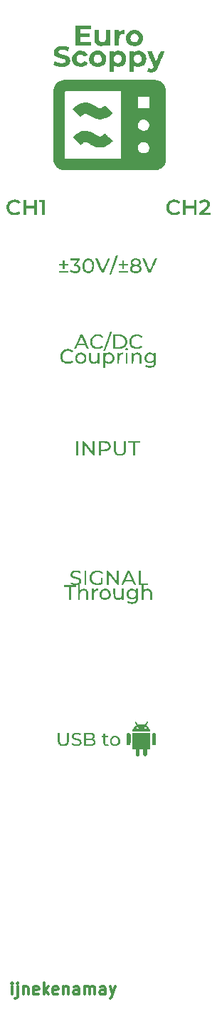
<source format=gbr>
%TF.GenerationSoftware,KiCad,Pcbnew,(6.0.7)*%
%TF.CreationDate,2023-02-07T22:18:11+09:00*%
%TF.ProjectId,scoppy_panel,73636f70-7079-45f7-9061-6e656c2e6b69,rev?*%
%TF.SameCoordinates,Original*%
%TF.FileFunction,Legend,Top*%
%TF.FilePolarity,Positive*%
%FSLAX46Y46*%
G04 Gerber Fmt 4.6, Leading zero omitted, Abs format (unit mm)*
G04 Created by KiCad (PCBNEW (6.0.7)) date 2023-02-07 22:18:11*
%MOMM*%
%LPD*%
G01*
G04 APERTURE LIST*
%ADD10C,0.300000*%
G04 APERTURE END LIST*
D10*
X158800000Y-152233333D02*
X158800000Y-151300000D01*
X158800000Y-150833333D02*
X158733333Y-150900000D01*
X158800000Y-150966666D01*
X158866666Y-150900000D01*
X158800000Y-150833333D01*
X158800000Y-150966666D01*
X159466666Y-151300000D02*
X159466666Y-152500000D01*
X159400000Y-152633333D01*
X159266666Y-152700000D01*
X159200000Y-152700000D01*
X159466666Y-150833333D02*
X159400000Y-150900000D01*
X159466666Y-150966666D01*
X159533333Y-150900000D01*
X159466666Y-150833333D01*
X159466666Y-150966666D01*
X160133333Y-151300000D02*
X160133333Y-152233333D01*
X160133333Y-151433333D02*
X160200000Y-151366666D01*
X160333333Y-151300000D01*
X160533333Y-151300000D01*
X160666666Y-151366666D01*
X160733333Y-151500000D01*
X160733333Y-152233333D01*
X161933333Y-152166666D02*
X161800000Y-152233333D01*
X161533333Y-152233333D01*
X161400000Y-152166666D01*
X161333333Y-152033333D01*
X161333333Y-151500000D01*
X161400000Y-151366666D01*
X161533333Y-151300000D01*
X161800000Y-151300000D01*
X161933333Y-151366666D01*
X162000000Y-151500000D01*
X162000000Y-151633333D01*
X161333333Y-151766666D01*
X162600000Y-152233333D02*
X162600000Y-150833333D01*
X162733333Y-151700000D02*
X163133333Y-152233333D01*
X163133333Y-151300000D02*
X162600000Y-151833333D01*
X164266666Y-152166666D02*
X164133333Y-152233333D01*
X163866666Y-152233333D01*
X163733333Y-152166666D01*
X163666666Y-152033333D01*
X163666666Y-151500000D01*
X163733333Y-151366666D01*
X163866666Y-151300000D01*
X164133333Y-151300000D01*
X164266666Y-151366666D01*
X164333333Y-151500000D01*
X164333333Y-151633333D01*
X163666666Y-151766666D01*
X164933333Y-151300000D02*
X164933333Y-152233333D01*
X164933333Y-151433333D02*
X165000000Y-151366666D01*
X165133333Y-151300000D01*
X165333333Y-151300000D01*
X165466666Y-151366666D01*
X165533333Y-151500000D01*
X165533333Y-152233333D01*
X166800000Y-152233333D02*
X166800000Y-151500000D01*
X166733333Y-151366666D01*
X166600000Y-151300000D01*
X166333333Y-151300000D01*
X166200000Y-151366666D01*
X166800000Y-152166666D02*
X166666666Y-152233333D01*
X166333333Y-152233333D01*
X166200000Y-152166666D01*
X166133333Y-152033333D01*
X166133333Y-151900000D01*
X166200000Y-151766666D01*
X166333333Y-151700000D01*
X166666666Y-151700000D01*
X166800000Y-151633333D01*
X167466666Y-152233333D02*
X167466666Y-151300000D01*
X167466666Y-151433333D02*
X167533333Y-151366666D01*
X167666666Y-151300000D01*
X167866666Y-151300000D01*
X168000000Y-151366666D01*
X168066666Y-151500000D01*
X168066666Y-152233333D01*
X168066666Y-151500000D02*
X168133333Y-151366666D01*
X168266666Y-151300000D01*
X168466666Y-151300000D01*
X168600000Y-151366666D01*
X168666666Y-151500000D01*
X168666666Y-152233333D01*
X169933333Y-152233333D02*
X169933333Y-151500000D01*
X169866666Y-151366666D01*
X169733333Y-151300000D01*
X169466666Y-151300000D01*
X169333333Y-151366666D01*
X169933333Y-152166666D02*
X169800000Y-152233333D01*
X169466666Y-152233333D01*
X169333333Y-152166666D01*
X169266666Y-152033333D01*
X169266666Y-151900000D01*
X169333333Y-151766666D01*
X169466666Y-151700000D01*
X169800000Y-151700000D01*
X169933333Y-151633333D01*
X170466666Y-151300000D02*
X170800000Y-152233333D01*
X171133333Y-151300000D02*
X170800000Y-152233333D01*
X170666666Y-152566666D01*
X170600000Y-152633333D01*
X170466666Y-152700000D01*
%TO.C,G1*%
G36*
X174452206Y-121137148D02*
G01*
X174573446Y-121137292D01*
X174688283Y-121137532D01*
X174795715Y-121137862D01*
X174894739Y-121138276D01*
X174984354Y-121138769D01*
X175063556Y-121139336D01*
X175131344Y-121139970D01*
X175186714Y-121140667D01*
X175228666Y-121141420D01*
X175256195Y-121142224D01*
X175268300Y-121143074D01*
X175268634Y-121143165D01*
X175287231Y-121150111D01*
X175287185Y-122040928D01*
X175287098Y-122195746D01*
X175286857Y-122337409D01*
X175286465Y-122465565D01*
X175285925Y-122579864D01*
X175285239Y-122679955D01*
X175284412Y-122765488D01*
X175283447Y-122836113D01*
X175282346Y-122891478D01*
X175281113Y-122931233D01*
X175279751Y-122955028D01*
X175278833Y-122961646D01*
X175257593Y-123010177D01*
X175223882Y-123047870D01*
X175192166Y-123068125D01*
X175174562Y-123076264D01*
X175157334Y-123082069D01*
X175137063Y-123086025D01*
X175110332Y-123088617D01*
X175073722Y-123090330D01*
X175026867Y-123091580D01*
X174975979Y-123093080D01*
X174939158Y-123095120D01*
X174913940Y-123097981D01*
X174897863Y-123101943D01*
X174888464Y-123107286D01*
X174888419Y-123107326D01*
X174884516Y-123111938D01*
X174881380Y-123119174D01*
X174878929Y-123130728D01*
X174877080Y-123148297D01*
X174875750Y-123173573D01*
X174874855Y-123208253D01*
X174874314Y-123254030D01*
X174874042Y-123312600D01*
X174873956Y-123385656D01*
X174873954Y-123402661D01*
X174873825Y-123486730D01*
X174873277Y-123556069D01*
X174872066Y-123612473D01*
X174869951Y-123657743D01*
X174866690Y-123693675D01*
X174862040Y-123722070D01*
X174855758Y-123744724D01*
X174847603Y-123763436D01*
X174837332Y-123780004D01*
X174824703Y-123796228D01*
X174820202Y-123801549D01*
X174775461Y-123841483D01*
X174721879Y-123868264D01*
X174661904Y-123880814D01*
X174638386Y-123881633D01*
X174580991Y-123875403D01*
X174531708Y-123856969D01*
X174486692Y-123824602D01*
X174465932Y-123804103D01*
X174450267Y-123786708D01*
X174437429Y-123770037D01*
X174427139Y-123752282D01*
X174419115Y-123731637D01*
X174413077Y-123706295D01*
X174408744Y-123674447D01*
X174405836Y-123634288D01*
X174404071Y-123584008D01*
X174403169Y-123521802D01*
X174402848Y-123445862D01*
X174402819Y-123397837D01*
X174402738Y-123321360D01*
X174402446Y-123259746D01*
X174401868Y-123211327D01*
X174400932Y-123174437D01*
X174399561Y-123147407D01*
X174397683Y-123128570D01*
X174395222Y-123116258D01*
X174392105Y-123108805D01*
X174389830Y-123105911D01*
X174383146Y-123101454D01*
X174371793Y-123098119D01*
X174353613Y-123095754D01*
X174326447Y-123094207D01*
X174288136Y-123093327D01*
X174236522Y-123092960D01*
X174205435Y-123092922D01*
X174141274Y-123093254D01*
X174092214Y-123094303D01*
X174056838Y-123096147D01*
X174033729Y-123098867D01*
X174021469Y-123102540D01*
X174020377Y-123103254D01*
X174016731Y-123107428D01*
X174013753Y-123114968D01*
X174011358Y-123127498D01*
X174009459Y-123146644D01*
X174007970Y-123174032D01*
X174006806Y-123211286D01*
X174005880Y-123260033D01*
X174005108Y-123321898D01*
X174004403Y-123398507D01*
X174004333Y-123407012D01*
X174003670Y-123484535D01*
X174002997Y-123547363D01*
X174002196Y-123597331D01*
X174001151Y-123636275D01*
X173999744Y-123666031D01*
X173997856Y-123688435D01*
X173995372Y-123705322D01*
X173992173Y-123718528D01*
X173988142Y-123729889D01*
X173983162Y-123741240D01*
X173982919Y-123741767D01*
X173949815Y-123795318D01*
X173905980Y-123837454D01*
X173853457Y-123866758D01*
X173794290Y-123881813D01*
X173778931Y-123883171D01*
X173748245Y-123883592D01*
X173721389Y-123881721D01*
X173708513Y-123879180D01*
X173649763Y-123853024D01*
X173603017Y-123816494D01*
X173566176Y-123767838D01*
X173558577Y-123754165D01*
X173553502Y-123744109D01*
X173549367Y-123734057D01*
X173546047Y-123722235D01*
X173543421Y-123706870D01*
X173541363Y-123686188D01*
X173539752Y-123658415D01*
X173538465Y-123621778D01*
X173537377Y-123574503D01*
X173536365Y-123514816D01*
X173535307Y-123440943D01*
X173534937Y-123413884D01*
X173533814Y-123344599D01*
X173532432Y-123280513D01*
X173530858Y-123223507D01*
X173529158Y-123175466D01*
X173527400Y-123138273D01*
X173525651Y-123113809D01*
X173523976Y-123103959D01*
X173523947Y-123103927D01*
X173513738Y-123101360D01*
X173489944Y-123098694D01*
X173455507Y-123096161D01*
X173413369Y-123093991D01*
X173383433Y-123092891D01*
X173332624Y-123091131D01*
X173295235Y-123089199D01*
X173268155Y-123086643D01*
X173248276Y-123083009D01*
X173232487Y-123077846D01*
X173217680Y-123070701D01*
X173212948Y-123068094D01*
X173172353Y-123037466D01*
X173143578Y-122997009D01*
X173125625Y-122945145D01*
X173121634Y-122923478D01*
X173120058Y-122904639D01*
X173118676Y-122871359D01*
X173117483Y-122824953D01*
X173116475Y-122766741D01*
X173115645Y-122698039D01*
X173114990Y-122620165D01*
X173114505Y-122534437D01*
X173114184Y-122442171D01*
X173114023Y-122344685D01*
X173114016Y-122243297D01*
X173114159Y-122139323D01*
X173114447Y-122034082D01*
X173114875Y-121928892D01*
X173115438Y-121825068D01*
X173116131Y-121723929D01*
X173116949Y-121626792D01*
X173117887Y-121534975D01*
X173118940Y-121449794D01*
X173120104Y-121372569D01*
X173121373Y-121304615D01*
X173122743Y-121247250D01*
X173124208Y-121201792D01*
X173125763Y-121169558D01*
X173127405Y-121151865D01*
X173128273Y-121148866D01*
X173132573Y-121147249D01*
X173142580Y-121145789D01*
X173159048Y-121144476D01*
X173182730Y-121143302D01*
X173214380Y-121142260D01*
X173254751Y-121141340D01*
X173304596Y-121140535D01*
X173364670Y-121139836D01*
X173435726Y-121139235D01*
X173518518Y-121138725D01*
X173613798Y-121138295D01*
X173722320Y-121137939D01*
X173844839Y-121137648D01*
X173982107Y-121137414D01*
X174134878Y-121137228D01*
X174194528Y-121137170D01*
X174325566Y-121137106D01*
X174452206Y-121137148D01*
G37*
G36*
X164484172Y-121575113D02*
G01*
X164484234Y-121686725D01*
X164484499Y-121783210D01*
X164485084Y-121865974D01*
X164486108Y-121936420D01*
X164487690Y-121995955D01*
X164489947Y-122045981D01*
X164492998Y-122087905D01*
X164496961Y-122123130D01*
X164501955Y-122153061D01*
X164508097Y-122179103D01*
X164515507Y-122202660D01*
X164524301Y-122225137D01*
X164534599Y-122247939D01*
X164542141Y-122263570D01*
X164582832Y-122329062D01*
X164634593Y-122382551D01*
X164696814Y-122423732D01*
X164768886Y-122452303D01*
X164850198Y-122467958D01*
X164940143Y-122470395D01*
X164955308Y-122469537D01*
X165044307Y-122457578D01*
X165121412Y-122434291D01*
X165187136Y-122399275D01*
X165241990Y-122352128D01*
X165286486Y-122292449D01*
X165321135Y-122219837D01*
X165337420Y-122169864D01*
X165341157Y-122156016D01*
X165344351Y-122142365D01*
X165347054Y-122127522D01*
X165349316Y-122110100D01*
X165351190Y-122088709D01*
X165352726Y-122061959D01*
X165353976Y-122028463D01*
X165354991Y-121986831D01*
X165355823Y-121935674D01*
X165356522Y-121873604D01*
X165357141Y-121799231D01*
X165357730Y-121711167D01*
X165358342Y-121608023D01*
X165358370Y-121603059D01*
X165361254Y-121100927D01*
X165575223Y-121100927D01*
X165575200Y-121569996D01*
X165575107Y-121682244D01*
X165574780Y-121779418D01*
X165574131Y-121862979D01*
X165573071Y-121934383D01*
X165571512Y-121995089D01*
X165569365Y-122046555D01*
X165566542Y-122090239D01*
X165562953Y-122127599D01*
X165558511Y-122160094D01*
X165553126Y-122189180D01*
X165546711Y-122216317D01*
X165539176Y-122242961D01*
X165533145Y-122262235D01*
X165495740Y-122355437D01*
X165447504Y-122436184D01*
X165388243Y-122504677D01*
X165317763Y-122561113D01*
X165235872Y-122605693D01*
X165178133Y-122627846D01*
X165070311Y-122655423D01*
X164958637Y-122667947D01*
X164841502Y-122665566D01*
X164806528Y-122662137D01*
X164705976Y-122643292D01*
X164613514Y-122611127D01*
X164530135Y-122566387D01*
X164456833Y-122509811D01*
X164394599Y-122442142D01*
X164344428Y-122364121D01*
X164313190Y-122293509D01*
X164304060Y-122268217D01*
X164296211Y-122245415D01*
X164289538Y-122223665D01*
X164283935Y-122201531D01*
X164279296Y-122177576D01*
X164275517Y-122150365D01*
X164272490Y-122118460D01*
X164270112Y-122080425D01*
X164268275Y-122034824D01*
X164266875Y-121980220D01*
X164265806Y-121915176D01*
X164264962Y-121838257D01*
X164264238Y-121748025D01*
X164263528Y-121643044D01*
X164263348Y-121615457D01*
X164259986Y-121100927D01*
X164484172Y-121100927D01*
X164484172Y-121575113D01*
G37*
G36*
X166643821Y-121090967D02*
G01*
X166762654Y-121110625D01*
X166871782Y-121143511D01*
X166969093Y-121188407D01*
X167019812Y-121216402D01*
X166986837Y-121297112D01*
X166972658Y-121331077D01*
X166960311Y-121359297D01*
X166951367Y-121378258D01*
X166947880Y-121384245D01*
X166938334Y-121383655D01*
X166917869Y-121376639D01*
X166890152Y-121364549D01*
X166876410Y-121357874D01*
X166787221Y-121318395D01*
X166701123Y-121291786D01*
X166612673Y-121276761D01*
X166516428Y-121272031D01*
X166513362Y-121272035D01*
X166423082Y-121276942D01*
X166345716Y-121291353D01*
X166280464Y-121315539D01*
X166226526Y-121349774D01*
X166194365Y-121380663D01*
X166164285Y-121426097D01*
X166147956Y-121476244D01*
X166145239Y-121527981D01*
X166155992Y-121578186D01*
X166180078Y-121623737D01*
X166206545Y-121652738D01*
X166228385Y-121670455D01*
X166252214Y-121686368D01*
X166279925Y-121701182D01*
X166313408Y-121715606D01*
X166354554Y-121730347D01*
X166405253Y-121746111D01*
X166467396Y-121763605D01*
X166542876Y-121783538D01*
X166585532Y-121794468D01*
X166668791Y-121816557D01*
X166738145Y-121837126D01*
X166796039Y-121857089D01*
X166844921Y-121877361D01*
X166887235Y-121898857D01*
X166922454Y-121920493D01*
X166972291Y-121958706D01*
X167010440Y-122000528D01*
X167041641Y-122051441D01*
X167049557Y-122067604D01*
X167061910Y-122096033D01*
X167069870Y-122121513D01*
X167074622Y-122149751D01*
X167077352Y-122186457D01*
X167078166Y-122205372D01*
X167076188Y-122284657D01*
X167063043Y-122353599D01*
X167037652Y-122414947D01*
X166998938Y-122471453D01*
X166956321Y-122516265D01*
X166891849Y-122566106D01*
X166815489Y-122606941D01*
X166730020Y-122637394D01*
X166693262Y-122646501D01*
X166631849Y-122656791D01*
X166560747Y-122663770D01*
X166486529Y-122667113D01*
X166415763Y-122666496D01*
X166364268Y-122662735D01*
X166290603Y-122651046D01*
X166211316Y-122632796D01*
X166134152Y-122609983D01*
X166075525Y-122588290D01*
X166047814Y-122575468D01*
X166015271Y-122558454D01*
X165981028Y-122539145D01*
X165948216Y-122519435D01*
X165919968Y-122501219D01*
X165899415Y-122486393D01*
X165889690Y-122476852D01*
X165889314Y-122475613D01*
X165892664Y-122465705D01*
X165901530Y-122445295D01*
X165914129Y-122418051D01*
X165928684Y-122387641D01*
X165943413Y-122357733D01*
X165956537Y-122331996D01*
X165966276Y-122314098D01*
X165970791Y-122307696D01*
X165979342Y-122312104D01*
X165997519Y-122323703D01*
X166021509Y-122340053D01*
X166023311Y-122341315D01*
X166107050Y-122390936D01*
X166200235Y-122430079D01*
X166299683Y-122458213D01*
X166402209Y-122474805D01*
X166504630Y-122479323D01*
X166603761Y-122471233D01*
X166688235Y-122452524D01*
X166744945Y-122428766D01*
X166791484Y-122395774D01*
X166827209Y-122355654D01*
X166851479Y-122310511D01*
X166863651Y-122262452D01*
X166863081Y-122213584D01*
X166849128Y-122166011D01*
X166821147Y-122121841D01*
X166796654Y-122097243D01*
X166771586Y-122078676D01*
X166740190Y-122061053D01*
X166700676Y-122043702D01*
X166651253Y-122025956D01*
X166590129Y-122007145D01*
X166515515Y-121986600D01*
X166466620Y-121973949D01*
X166366872Y-121947420D01*
X166281971Y-121922068D01*
X166210346Y-121897128D01*
X166150427Y-121871836D01*
X166100645Y-121845428D01*
X166059428Y-121817139D01*
X166025208Y-121786206D01*
X165996413Y-121751863D01*
X165989091Y-121741506D01*
X165953649Y-121675455D01*
X165932545Y-121604113D01*
X165925493Y-121529896D01*
X165932205Y-121455219D01*
X165952394Y-121382497D01*
X165985774Y-121314145D01*
X166032057Y-121252580D01*
X166049261Y-121234981D01*
X166112347Y-121183832D01*
X166184119Y-121143672D01*
X166265676Y-121114144D01*
X166358121Y-121094893D01*
X166462554Y-121085563D01*
X166515135Y-121084505D01*
X166643821Y-121090967D01*
G37*
G36*
X169898100Y-121472534D02*
G01*
X170065477Y-121474772D01*
X170232854Y-121477009D01*
X170232854Y-121650585D01*
X169898100Y-121655061D01*
X169898100Y-121996676D01*
X169898313Y-122096237D01*
X169898960Y-122179674D01*
X169900051Y-122247390D01*
X169901596Y-122299788D01*
X169903605Y-122337269D01*
X169906089Y-122360236D01*
X169907507Y-122366388D01*
X169930330Y-122411686D01*
X169964050Y-122447595D01*
X169995325Y-122466553D01*
X170039413Y-122478670D01*
X170091067Y-122481262D01*
X170144575Y-122474652D01*
X170194224Y-122459162D01*
X170203651Y-122454799D01*
X170227404Y-122443345D01*
X170244022Y-122435908D01*
X170249501Y-122434135D01*
X170252898Y-122441914D01*
X170261456Y-122461480D01*
X170273707Y-122489478D01*
X170282334Y-122509188D01*
X170297670Y-122544604D01*
X170305824Y-122568502D01*
X170305762Y-122584710D01*
X170296449Y-122597056D01*
X170276851Y-122609368D01*
X170251712Y-122622469D01*
X170204208Y-122640905D01*
X170145927Y-122653972D01*
X170081897Y-122661141D01*
X170017149Y-122661884D01*
X169956711Y-122655671D01*
X169949150Y-122654270D01*
X169885134Y-122634438D01*
X169826083Y-122602274D01*
X169775322Y-122560167D01*
X169736174Y-122510509D01*
X169727323Y-122494754D01*
X169717241Y-122473907D01*
X169708821Y-122453073D01*
X169701914Y-122430583D01*
X169696372Y-122404768D01*
X169692046Y-122373960D01*
X169688789Y-122336489D01*
X169686452Y-122290686D01*
X169684886Y-122234883D01*
X169683944Y-122167411D01*
X169683477Y-122086601D01*
X169683340Y-121999804D01*
X169683196Y-121654718D01*
X169484823Y-121654718D01*
X169484823Y-121472876D01*
X169683196Y-121472876D01*
X169683196Y-121216645D01*
X169898100Y-121216645D01*
X169898100Y-121472534D01*
G37*
G36*
X170496190Y-121858987D02*
G01*
X170532466Y-121774684D01*
X170580903Y-121697634D01*
X170640830Y-121629506D01*
X170711578Y-121571967D01*
X170765302Y-121539857D01*
X170825872Y-121511129D01*
X170882785Y-121490852D01*
X170941055Y-121477886D01*
X171005695Y-121471095D01*
X171075939Y-121469321D01*
X171141461Y-121470657D01*
X171195620Y-121475196D01*
X171243449Y-121484018D01*
X171289979Y-121498207D01*
X171340243Y-121518844D01*
X171369366Y-121532406D01*
X171405159Y-121550894D01*
X171435742Y-121570422D01*
X171465903Y-121594543D01*
X171500434Y-121626811D01*
X171511937Y-121638188D01*
X171545803Y-121673019D01*
X171570729Y-121701924D01*
X171590276Y-121729796D01*
X171608004Y-121761526D01*
X171620885Y-121787907D01*
X171653021Y-121866643D01*
X171672906Y-121943015D01*
X171681651Y-122022715D01*
X171681198Y-122096497D01*
X171670691Y-122192618D01*
X171648320Y-122278689D01*
X171613013Y-122357186D01*
X171563695Y-122430584D01*
X171510289Y-122490477D01*
X171474262Y-122525453D01*
X171443852Y-122551271D01*
X171414189Y-122571553D01*
X171380403Y-122589922D01*
X171369366Y-122595300D01*
X171331193Y-122612410D01*
X171291598Y-122628275D01*
X171257585Y-122640138D01*
X171249516Y-122642504D01*
X171209064Y-122650459D01*
X171157503Y-122656081D01*
X171100109Y-122659224D01*
X171042158Y-122659742D01*
X170988926Y-122657488D01*
X170945691Y-122652315D01*
X170939558Y-122651102D01*
X170841474Y-122622432D01*
X170752720Y-122580793D01*
X170674141Y-122526959D01*
X170606585Y-122461708D01*
X170550897Y-122385815D01*
X170507923Y-122300055D01*
X170486079Y-122235364D01*
X170467018Y-122138732D01*
X170462796Y-122042680D01*
X170463678Y-122034364D01*
X170680140Y-122034364D01*
X170680533Y-122099339D01*
X170687505Y-122161067D01*
X170699310Y-122208509D01*
X170733112Y-122283848D01*
X170778532Y-122348002D01*
X170834297Y-122400134D01*
X170899135Y-122439409D01*
X170971772Y-122464989D01*
X171050934Y-122476036D01*
X171104869Y-122475061D01*
X171144287Y-122469935D01*
X171187027Y-122461309D01*
X171210192Y-122455112D01*
X171273375Y-122427422D01*
X171331211Y-122385671D01*
X171381574Y-122332009D01*
X171422339Y-122268588D01*
X171444727Y-122217614D01*
X171456337Y-122172342D01*
X171463369Y-122117099D01*
X171465744Y-122057420D01*
X171463386Y-121998839D01*
X171456215Y-121946890D01*
X171448909Y-121919215D01*
X171415364Y-121843737D01*
X171370149Y-121779720D01*
X171313737Y-121727646D01*
X171246600Y-121687997D01*
X171205936Y-121671883D01*
X171158189Y-121660776D01*
X171101366Y-121655166D01*
X171042018Y-121655160D01*
X170986698Y-121660864D01*
X170955523Y-121667823D01*
X170882915Y-121697306D01*
X170819285Y-121740283D01*
X170765645Y-121795761D01*
X170723006Y-121862750D01*
X170699107Y-121919215D01*
X170686330Y-121972278D01*
X170680140Y-122034364D01*
X170463678Y-122034364D01*
X170472743Y-121948875D01*
X170496190Y-121858987D01*
G37*
G36*
X167842047Y-121102984D02*
G01*
X167942744Y-121103699D01*
X168028496Y-121104446D01*
X168100890Y-121105395D01*
X168161511Y-121106714D01*
X168211945Y-121108571D01*
X168253778Y-121111136D01*
X168288596Y-121114576D01*
X168317985Y-121119062D01*
X168343532Y-121124760D01*
X168366821Y-121131841D01*
X168389439Y-121140473D01*
X168412971Y-121150824D01*
X168439005Y-121163063D01*
X168448236Y-121167460D01*
X168508251Y-121202931D01*
X168561155Y-121247700D01*
X168603845Y-121298640D01*
X168633217Y-121352627D01*
X168633967Y-121354538D01*
X168651822Y-121420826D01*
X168657997Y-121493645D01*
X168652763Y-121568110D01*
X168636392Y-121639330D01*
X168615270Y-121691058D01*
X168595822Y-121721415D01*
X168568138Y-121755126D01*
X168536768Y-121787381D01*
X168506261Y-121813368D01*
X168488891Y-121824705D01*
X168468031Y-121838023D01*
X168460229Y-121847852D01*
X168466366Y-121852780D01*
X168471184Y-121853091D01*
X168483603Y-121856611D01*
X168506206Y-121865923D01*
X168534530Y-121879161D01*
X168540192Y-121881967D01*
X168605308Y-121923155D01*
X168658073Y-121975108D01*
X168698157Y-122037245D01*
X168725231Y-122108984D01*
X168738965Y-122189743D01*
X168740723Y-122235779D01*
X168733311Y-122317707D01*
X168711773Y-122391138D01*
X168676279Y-122455876D01*
X168626999Y-122511723D01*
X168564104Y-122558484D01*
X168487763Y-122595963D01*
X168406413Y-122621921D01*
X168372417Y-122629393D01*
X168333249Y-122635745D01*
X168287539Y-122641048D01*
X168233918Y-122645372D01*
X168171017Y-122648786D01*
X168097466Y-122651360D01*
X168011896Y-122653165D01*
X167912937Y-122654270D01*
X167799219Y-122654746D01*
X167763525Y-122654776D01*
X167410173Y-122654848D01*
X167410173Y-122473007D01*
X167624841Y-122473007D01*
X167908054Y-122472843D01*
X167977814Y-122472558D01*
X168044823Y-122471827D01*
X168106640Y-122470708D01*
X168160823Y-122469265D01*
X168204932Y-122467557D01*
X168236526Y-122465645D01*
X168249125Y-122464333D01*
X168328415Y-122447740D01*
X168393547Y-122422786D01*
X168444724Y-122389301D01*
X168482147Y-122347116D01*
X168506018Y-122296060D01*
X168516302Y-122239530D01*
X168514817Y-122172237D01*
X168499811Y-122114154D01*
X168471082Y-122065015D01*
X168428426Y-122024554D01*
X168371639Y-121992507D01*
X168310247Y-121971174D01*
X168294610Y-121967386D01*
X168276998Y-121964308D01*
X168255598Y-121961868D01*
X168228598Y-121959993D01*
X168194187Y-121958611D01*
X168150551Y-121957650D01*
X168095879Y-121957039D01*
X168028359Y-121956704D01*
X167946178Y-121956575D01*
X167943300Y-121956573D01*
X167629210Y-121956410D01*
X167627026Y-122214708D01*
X167624841Y-122473007D01*
X167410173Y-122473007D01*
X167410173Y-121636545D01*
X167626501Y-121636545D01*
X167626706Y-121685854D01*
X167627192Y-121725682D01*
X167627942Y-121753843D01*
X167628936Y-121768150D01*
X167629189Y-121769229D01*
X167638546Y-121772658D01*
X167662167Y-121775271D01*
X167697803Y-121777109D01*
X167743210Y-121778210D01*
X167796142Y-121778613D01*
X167854351Y-121778360D01*
X167915592Y-121777488D01*
X167977619Y-121776038D01*
X168038185Y-121774050D01*
X168095044Y-121771562D01*
X168145950Y-121768614D01*
X168188657Y-121765246D01*
X168220918Y-121761498D01*
X168236615Y-121758536D01*
X168300556Y-121736435D01*
X168352280Y-121705197D01*
X168387968Y-121670962D01*
X168413847Y-121632579D01*
X168428973Y-121588870D01*
X168434273Y-121536356D01*
X168433260Y-121501260D01*
X168425601Y-121450407D01*
X168408330Y-121408707D01*
X168379062Y-121371853D01*
X168345670Y-121343166D01*
X168319528Y-121325739D01*
X168289870Y-121311339D01*
X168255057Y-121299742D01*
X168213446Y-121290726D01*
X168163397Y-121284065D01*
X168103269Y-121279536D01*
X168031420Y-121276914D01*
X167946210Y-121275976D01*
X167856512Y-121276388D01*
X167629210Y-121278636D01*
X167627013Y-121518236D01*
X167626597Y-121579943D01*
X167626501Y-121636545D01*
X167410173Y-121636545D01*
X167410173Y-121099986D01*
X167842047Y-121102984D01*
G37*
G36*
X172753185Y-121135785D02*
G01*
X172786906Y-121147794D01*
X172832118Y-121180133D01*
X172871820Y-121223498D01*
X172900027Y-121270371D01*
X172918911Y-121311698D01*
X172919033Y-121857224D01*
X172919067Y-121969033D01*
X172919047Y-122065572D01*
X172918869Y-122148099D01*
X172918431Y-122217876D01*
X172917629Y-122276162D01*
X172916360Y-122324217D01*
X172914520Y-122363302D01*
X172912007Y-122394676D01*
X172908716Y-122419599D01*
X172904546Y-122439333D01*
X172899391Y-122455136D01*
X172893150Y-122468268D01*
X172885719Y-122479991D01*
X172876995Y-122491563D01*
X172866874Y-122504246D01*
X172865908Y-122505463D01*
X172832998Y-122536933D01*
X172790424Y-122563149D01*
X172742639Y-122582547D01*
X172694100Y-122593565D01*
X172649260Y-122594639D01*
X172625674Y-122589759D01*
X172570092Y-122564778D01*
X172522403Y-122529964D01*
X172486114Y-122488097D01*
X172476242Y-122471305D01*
X172466680Y-122446630D01*
X172457760Y-122413409D01*
X172452333Y-122384517D01*
X172450502Y-122363267D01*
X172448900Y-122327663D01*
X172447525Y-122279557D01*
X172446378Y-122220802D01*
X172445455Y-122153248D01*
X172444758Y-122078749D01*
X172444284Y-121999156D01*
X172444033Y-121916321D01*
X172444003Y-121832097D01*
X172444194Y-121748335D01*
X172444605Y-121666887D01*
X172445235Y-121589605D01*
X172446082Y-121518342D01*
X172447146Y-121454949D01*
X172448426Y-121401278D01*
X172449921Y-121359182D01*
X172451629Y-121330513D01*
X172452904Y-121319678D01*
X172468682Y-121261764D01*
X172493451Y-121215919D01*
X172529378Y-121179150D01*
X172576135Y-121149743D01*
X172614016Y-121136573D01*
X172660092Y-121129820D01*
X172708451Y-121129539D01*
X172753185Y-121135785D01*
G37*
G36*
X175795294Y-121135866D02*
G01*
X175849608Y-121162191D01*
X175896472Y-121201210D01*
X175907909Y-121212989D01*
X175917796Y-121223726D01*
X175926246Y-121234655D01*
X175933374Y-121247010D01*
X175939292Y-121262024D01*
X175944113Y-121280931D01*
X175947950Y-121304964D01*
X175950918Y-121335358D01*
X175953129Y-121373346D01*
X175954697Y-121420163D01*
X175955734Y-121477040D01*
X175956354Y-121545213D01*
X175956671Y-121625915D01*
X175956797Y-121720380D01*
X175956846Y-121829842D01*
X175956859Y-121858939D01*
X175957133Y-122408671D01*
X175935805Y-122455303D01*
X175909972Y-122502021D01*
X175879155Y-122536872D01*
X175839013Y-122564508D01*
X175828785Y-122569936D01*
X175787868Y-122584996D01*
X175740973Y-122593342D01*
X175695085Y-122594196D01*
X175662195Y-122588483D01*
X175611642Y-122564872D01*
X175565916Y-122528505D01*
X175528334Y-122483022D01*
X175502210Y-122432059D01*
X175494144Y-122404070D01*
X175492013Y-122386036D01*
X175490256Y-122354032D01*
X175488869Y-122307699D01*
X175487846Y-122246675D01*
X175487184Y-122170601D01*
X175486879Y-122079114D01*
X175486926Y-121971856D01*
X175487320Y-121848464D01*
X175487376Y-121835897D01*
X175489737Y-121311698D01*
X175508582Y-121270826D01*
X175532888Y-121225284D01*
X175559665Y-121191721D01*
X175593040Y-121165666D01*
X175619058Y-121151223D01*
X175678317Y-121130076D01*
X175737630Y-121125059D01*
X175795294Y-121135866D01*
G37*
G36*
X173419325Y-120374125D02*
G01*
X173511663Y-120299846D01*
X173541440Y-120279275D01*
X173574400Y-120256962D01*
X173602210Y-120237439D01*
X173622005Y-120222765D01*
X173630923Y-120214999D01*
X173631001Y-120214880D01*
X173627984Y-120206027D01*
X173616807Y-120185572D01*
X173598696Y-120155519D01*
X173574882Y-120117871D01*
X173546593Y-120074632D01*
X173527616Y-120046294D01*
X173489232Y-119988951D01*
X173459806Y-119943239D01*
X173438703Y-119907321D01*
X173425289Y-119879365D01*
X173418930Y-119857536D01*
X173418993Y-119840000D01*
X173424842Y-119824922D01*
X173435844Y-119810469D01*
X173443380Y-119802602D01*
X173473274Y-119782454D01*
X173505158Y-119778305D01*
X173536746Y-119790186D01*
X173550685Y-119801171D01*
X173562364Y-119814608D01*
X173581455Y-119839482D01*
X173606255Y-119873444D01*
X173635058Y-119914142D01*
X173666159Y-119959223D01*
X173679157Y-119978395D01*
X173709947Y-120023283D01*
X173738501Y-120063478D01*
X173763290Y-120096942D01*
X173782785Y-120121635D01*
X173795458Y-120135521D01*
X173798648Y-120137743D01*
X173812966Y-120137840D01*
X173838828Y-120134108D01*
X173871886Y-120127262D01*
X173891780Y-120122373D01*
X174028111Y-120095358D01*
X174167973Y-120083866D01*
X174309240Y-120087885D01*
X174449787Y-120107404D01*
X174529633Y-120125690D01*
X174561904Y-120133167D01*
X174589341Y-120137693D01*
X174607016Y-120138500D01*
X174609234Y-120138063D01*
X174617909Y-120130136D01*
X174634268Y-120110424D01*
X174656829Y-120080898D01*
X174684109Y-120043531D01*
X174714626Y-120000294D01*
X174734515Y-119971415D01*
X174766769Y-119924721D01*
X174797099Y-119881892D01*
X174823917Y-119845087D01*
X174845636Y-119816461D01*
X174860668Y-119798173D01*
X174865685Y-119793163D01*
X174893012Y-119781236D01*
X174924629Y-119781542D01*
X174954646Y-119793289D01*
X174971061Y-119807320D01*
X174984938Y-119828058D01*
X174990040Y-119849930D01*
X174985802Y-119875466D01*
X174971657Y-119907193D01*
X174947040Y-119947640D01*
X174935946Y-119964177D01*
X174906822Y-120006872D01*
X174873678Y-120055459D01*
X174841811Y-120102175D01*
X174828084Y-120122299D01*
X174806983Y-120154369D01*
X174790274Y-120181952D01*
X174779721Y-120201981D01*
X174776982Y-120211153D01*
X174784765Y-120219551D01*
X174803289Y-120234535D01*
X174829439Y-120253681D01*
X174848924Y-120267124D01*
X174951662Y-120343043D01*
X175039112Y-120422325D01*
X175112398Y-120506371D01*
X175172645Y-120596579D01*
X175220979Y-120694347D01*
X175245883Y-120760645D01*
X175258403Y-120802845D01*
X175267877Y-120844143D01*
X175272889Y-120878125D01*
X175273275Y-120884628D01*
X175274833Y-120931484D01*
X174203275Y-120933581D01*
X174045787Y-120933869D01*
X173904036Y-120934080D01*
X173777231Y-120934206D01*
X173664579Y-120934242D01*
X173565287Y-120934179D01*
X173478563Y-120934011D01*
X173403613Y-120933731D01*
X173339645Y-120933332D01*
X173285866Y-120932808D01*
X173241484Y-120932150D01*
X173205706Y-120931352D01*
X173177738Y-120930407D01*
X173156790Y-120929308D01*
X173142067Y-120928048D01*
X173132777Y-120926621D01*
X173128127Y-120925018D01*
X173127277Y-120924106D01*
X173125586Y-120903963D01*
X173130013Y-120871886D01*
X173139654Y-120830906D01*
X173153607Y-120784053D01*
X173170966Y-120734359D01*
X173190829Y-120684855D01*
X173212291Y-120638572D01*
X173212605Y-120637949D01*
X173267768Y-120545388D01*
X173284040Y-120524651D01*
X173616432Y-120524651D01*
X173621501Y-120563090D01*
X173638380Y-120599259D01*
X173667831Y-120630304D01*
X173677801Y-120637285D01*
X173714468Y-120651794D01*
X173755451Y-120653892D01*
X173794347Y-120643645D01*
X173808097Y-120635963D01*
X173840346Y-120605940D01*
X173859691Y-120570300D01*
X173866935Y-120531900D01*
X173866088Y-120523905D01*
X174551598Y-120523905D01*
X174558605Y-120562782D01*
X174577370Y-120600118D01*
X174604508Y-120630624D01*
X174630121Y-120646618D01*
X174665905Y-120654102D01*
X174705108Y-120650836D01*
X174739522Y-120637613D01*
X174742353Y-120635794D01*
X174778880Y-120602906D01*
X174801013Y-120563844D01*
X174807830Y-120523695D01*
X174800402Y-120482432D01*
X174780151Y-120447558D01*
X174750123Y-120420837D01*
X174713366Y-120404032D01*
X174672926Y-120398909D01*
X174631850Y-120407230D01*
X174617800Y-120413692D01*
X174592382Y-120434637D01*
X174570309Y-120465444D01*
X174555528Y-120499545D01*
X174551598Y-120523905D01*
X173866088Y-120523905D01*
X173862877Y-120493600D01*
X173848318Y-120458259D01*
X173824058Y-120428737D01*
X173790898Y-120407893D01*
X173749639Y-120398586D01*
X173741575Y-120398356D01*
X173699023Y-120405312D01*
X173664470Y-120424274D01*
X173638679Y-120452388D01*
X173622412Y-120486799D01*
X173616432Y-120524651D01*
X173284040Y-120524651D01*
X173337351Y-120456710D01*
X173419325Y-120374125D01*
G37*
G36*
X172465291Y-104383710D02*
G01*
X172501570Y-104293937D01*
X172551424Y-104212832D01*
X172614313Y-104141115D01*
X172689699Y-104079503D01*
X172777039Y-104028717D01*
X172875796Y-103989477D01*
X172886092Y-103986272D01*
X172916933Y-103977368D01*
X172943857Y-103971125D01*
X172971061Y-103967066D01*
X173002742Y-103964715D01*
X173043097Y-103963594D01*
X173088598Y-103963247D01*
X173154021Y-103963979D01*
X173207428Y-103967249D01*
X173253254Y-103973960D01*
X173295935Y-103985017D01*
X173339905Y-104001324D01*
X173389598Y-104023783D01*
X173392553Y-104025200D01*
X173460019Y-104064411D01*
X173518602Y-104112445D01*
X173576265Y-104166841D01*
X173576265Y-103966466D01*
X173799434Y-103966466D01*
X173799434Y-104559735D01*
X173799309Y-104676370D01*
X173798943Y-104784721D01*
X173798349Y-104883750D01*
X173797541Y-104972416D01*
X173796533Y-105049680D01*
X173795336Y-105114504D01*
X173793966Y-105165847D01*
X173792436Y-105202671D01*
X173790871Y-105223044D01*
X173771783Y-105329184D01*
X173741824Y-105423002D01*
X173700720Y-105504867D01*
X173648195Y-105575146D01*
X173583975Y-105634209D01*
X173507783Y-105682423D01*
X173419346Y-105720156D01*
X173419257Y-105720187D01*
X173359910Y-105736181D01*
X173288570Y-105748205D01*
X173209348Y-105756028D01*
X173126353Y-105759421D01*
X173043694Y-105758156D01*
X172965481Y-105752003D01*
X172931553Y-105747378D01*
X172856774Y-105732485D01*
X172781292Y-105711854D01*
X172708437Y-105686776D01*
X172641539Y-105658543D01*
X172583929Y-105628449D01*
X172538939Y-105597784D01*
X172532905Y-105592711D01*
X172502073Y-105565847D01*
X172552012Y-105487325D01*
X172572713Y-105454693D01*
X172590475Y-105426538D01*
X172603203Y-105406193D01*
X172608462Y-105397590D01*
X172615262Y-105393389D01*
X172628157Y-105397686D01*
X172649969Y-105411576D01*
X172656588Y-105416275D01*
X172743647Y-105468796D01*
X172840780Y-105508813D01*
X172946848Y-105535970D01*
X173060716Y-105549912D01*
X173088598Y-105551236D01*
X173180687Y-105550633D01*
X173259853Y-105541821D01*
X173327796Y-105524308D01*
X173386211Y-105497603D01*
X173436796Y-105461214D01*
X173453556Y-105445510D01*
X173492832Y-105398646D01*
X173522393Y-105345374D01*
X173542914Y-105283599D01*
X173555071Y-105211226D01*
X173559540Y-105126159D01*
X173559590Y-105116748D01*
X173559734Y-105023068D01*
X173508074Y-105069834D01*
X173455465Y-105110270D01*
X173392291Y-105147384D01*
X173324519Y-105178011D01*
X173270440Y-105195867D01*
X173240717Y-105202329D01*
X173205740Y-105206707D01*
X173162074Y-105209273D01*
X173106287Y-105210302D01*
X173088598Y-105210351D01*
X173035587Y-105210009D01*
X172995008Y-105208683D01*
X172962772Y-105205974D01*
X172934789Y-105201482D01*
X172906971Y-105194808D01*
X172894922Y-105191423D01*
X172795502Y-105154829D01*
X172706767Y-105106104D01*
X172629381Y-105046123D01*
X172564008Y-104975762D01*
X172511312Y-104895895D01*
X172471959Y-104807399D01*
X172446612Y-104711148D01*
X172435937Y-104608019D01*
X172435620Y-104586381D01*
X172437225Y-104563944D01*
X172675759Y-104563944D01*
X172676505Y-104626812D01*
X172683360Y-104684936D01*
X172688033Y-104706104D01*
X172714974Y-104777618D01*
X172755953Y-104842526D01*
X172809233Y-104899162D01*
X172873076Y-104945864D01*
X172945746Y-104980966D01*
X172989411Y-104994873D01*
X173032391Y-105002501D01*
X173085315Y-105006467D01*
X173142010Y-105006772D01*
X173196301Y-105003416D01*
X173242011Y-104996403D01*
X173248583Y-104994821D01*
X173327479Y-104966518D01*
X173396850Y-104925658D01*
X173455759Y-104873814D01*
X173503267Y-104812554D01*
X173538437Y-104743450D01*
X173560330Y-104668071D01*
X173568010Y-104587987D01*
X173560539Y-104504769D01*
X173555538Y-104480837D01*
X173529452Y-104404303D01*
X173489628Y-104336707D01*
X173436531Y-104278536D01*
X173370629Y-104230275D01*
X173292388Y-104192409D01*
X173270440Y-104184448D01*
X173226697Y-104174297D01*
X173172256Y-104168762D01*
X173112270Y-104167768D01*
X173051891Y-104171242D01*
X172996273Y-104179111D01*
X172957438Y-104188920D01*
X172884586Y-104220773D01*
X172819512Y-104265160D01*
X172764266Y-104320057D01*
X172720894Y-104383441D01*
X172692159Y-104450952D01*
X172681013Y-104503076D01*
X172675759Y-104563944D01*
X172437225Y-104563944D01*
X172443128Y-104481431D01*
X172465291Y-104383710D01*
G37*
G36*
X169230605Y-104477205D02*
G01*
X169246277Y-104413779D01*
X169270433Y-104349755D01*
X169297478Y-104292955D01*
X169331008Y-104238735D01*
X169375620Y-104183126D01*
X169427249Y-104130250D01*
X169481827Y-104084229D01*
X169535290Y-104049185D01*
X169540840Y-104046223D01*
X169642345Y-104002207D01*
X169747371Y-103973375D01*
X169854182Y-103959735D01*
X169961043Y-103961294D01*
X170066215Y-103978061D01*
X170167962Y-104010044D01*
X170239061Y-104042996D01*
X170320520Y-104095344D01*
X170391165Y-104158992D01*
X170450573Y-104232380D01*
X170498322Y-104313951D01*
X170533989Y-104402147D01*
X170557151Y-104495409D01*
X170567386Y-104592181D01*
X170564271Y-104690903D01*
X170547383Y-104790019D01*
X170516300Y-104887969D01*
X170486284Y-104954198D01*
X170464826Y-104990398D01*
X170436148Y-105028245D01*
X170397667Y-105071003D01*
X170377652Y-105091523D01*
X170341948Y-105126620D01*
X170312901Y-105152588D01*
X170286189Y-105172652D01*
X170257490Y-105190043D01*
X170222483Y-105207987D01*
X170220319Y-105209040D01*
X170128360Y-105245922D01*
X170030345Y-105271146D01*
X169930691Y-105283945D01*
X169833813Y-105283555D01*
X169806399Y-105280807D01*
X169700556Y-105260229D01*
X169602499Y-105226171D01*
X169513246Y-105179378D01*
X169433818Y-105120597D01*
X169365231Y-105050571D01*
X169308506Y-104970048D01*
X169267323Y-104886473D01*
X169240308Y-104804850D01*
X169224698Y-104720201D01*
X169219550Y-104627352D01*
X169219547Y-104624226D01*
X169219839Y-104615311D01*
X169456859Y-104615311D01*
X169462158Y-104704011D01*
X169479221Y-104782457D01*
X169508797Y-104852718D01*
X169551636Y-104916866D01*
X169576053Y-104944947D01*
X169637431Y-104998605D01*
X169708970Y-105039748D01*
X169789246Y-105067652D01*
X169836109Y-105077019D01*
X169871778Y-105079122D01*
X169916955Y-105077116D01*
X169965312Y-105071634D01*
X170010521Y-105063312D01*
X170033358Y-105057263D01*
X170095945Y-105031131D01*
X170156577Y-104993453D01*
X170208791Y-104948404D01*
X170219008Y-104937350D01*
X170250449Y-104894674D01*
X170279859Y-104842376D01*
X170303828Y-104787308D01*
X170318841Y-104736820D01*
X170324859Y-104692833D01*
X170327439Y-104640065D01*
X170326671Y-104584753D01*
X170322642Y-104533132D01*
X170315443Y-104491438D01*
X170315331Y-104490998D01*
X170286698Y-104409833D01*
X170245435Y-104338646D01*
X170192750Y-104278373D01*
X170129851Y-104229946D01*
X170057944Y-104194300D01*
X169978239Y-104172369D01*
X169893967Y-104165083D01*
X169807344Y-104172574D01*
X169727919Y-104194354D01*
X169656703Y-104229382D01*
X169594706Y-104276618D01*
X169542937Y-104335023D01*
X169502407Y-104403554D01*
X169474125Y-104481174D01*
X169459101Y-104566840D01*
X169456859Y-104615311D01*
X169219839Y-104615311D01*
X169222126Y-104545523D01*
X169230605Y-104477205D01*
G37*
G36*
X171115325Y-104377676D02*
G01*
X171116213Y-104474885D01*
X171117112Y-104557129D01*
X171118168Y-104625974D01*
X171119527Y-104682988D01*
X171121333Y-104729736D01*
X171123734Y-104767784D01*
X171126873Y-104798699D01*
X171130898Y-104824046D01*
X171135953Y-104845392D01*
X171142184Y-104864303D01*
X171149736Y-104882345D01*
X171158756Y-104901084D01*
X171165159Y-104913759D01*
X171195395Y-104958603D01*
X171236898Y-105000055D01*
X171284450Y-105033485D01*
X171318106Y-105049471D01*
X171365630Y-105062374D01*
X171422562Y-105070352D01*
X171482394Y-105072953D01*
X171538621Y-105069729D01*
X171560973Y-105066265D01*
X171638004Y-105043733D01*
X171704884Y-105008201D01*
X171761353Y-104959916D01*
X171807149Y-104899126D01*
X171842011Y-104826076D01*
X171854172Y-104788887D01*
X171857569Y-104775262D01*
X171860432Y-104759101D01*
X171862823Y-104738847D01*
X171864804Y-104712942D01*
X171866437Y-104679829D01*
X171867785Y-104637951D01*
X171868908Y-104585752D01*
X171869870Y-104521674D01*
X171870731Y-104444159D01*
X171871545Y-104352880D01*
X171874725Y-103966466D01*
X172104999Y-103966466D01*
X172104999Y-105272421D01*
X171881829Y-105272421D01*
X171881829Y-105084270D01*
X171828787Y-105136279D01*
X171775476Y-105180241D01*
X171711718Y-105219542D01*
X171643545Y-105250845D01*
X171592104Y-105267328D01*
X171540084Y-105276941D01*
X171478883Y-105282731D01*
X171415486Y-105284330D01*
X171356877Y-105281372D01*
X171346590Y-105280231D01*
X171249988Y-105261581D01*
X171164099Y-105230824D01*
X171089250Y-105188171D01*
X171025771Y-105133835D01*
X170973987Y-105068028D01*
X170948050Y-105021871D01*
X170935279Y-104995745D01*
X170924416Y-104972635D01*
X170915296Y-104950989D01*
X170907758Y-104929258D01*
X170901637Y-104905890D01*
X170896771Y-104879335D01*
X170892996Y-104848042D01*
X170890148Y-104810459D01*
X170888065Y-104765037D01*
X170886582Y-104710225D01*
X170885538Y-104644470D01*
X170884768Y-104566224D01*
X170884109Y-104473935D01*
X170883696Y-104410738D01*
X170880780Y-103966466D01*
X171111688Y-103966466D01*
X171115325Y-104377676D01*
G37*
G36*
X166426574Y-103768093D02*
G01*
X165839721Y-103768093D01*
X165839721Y-105272421D01*
X165600020Y-105272421D01*
X165600020Y-103768093D01*
X165004901Y-103768093D01*
X165004901Y-103553189D01*
X166426574Y-103553189D01*
X166426574Y-103768093D01*
G37*
G36*
X166578989Y-101788285D02*
G01*
X166693271Y-101808980D01*
X166803701Y-101841206D01*
X166907759Y-101884871D01*
X166924357Y-101893281D01*
X166952872Y-101909273D01*
X166974174Y-101923450D01*
X166985143Y-101933628D01*
X166985862Y-101936361D01*
X166977034Y-101958276D01*
X166965093Y-101987568D01*
X166951504Y-102020687D01*
X166937734Y-102054081D01*
X166925247Y-102084200D01*
X166915511Y-102107491D01*
X166909989Y-102120405D01*
X166909296Y-102121860D01*
X166901601Y-102119534D01*
X166882121Y-102111157D01*
X166853855Y-102098073D01*
X166821955Y-102082686D01*
X166749974Y-102049640D01*
X166685297Y-102025618D01*
X166622386Y-102009238D01*
X166555700Y-101999118D01*
X166479700Y-101993874D01*
X166463769Y-101993316D01*
X166386508Y-101992684D01*
X166321862Y-101996335D01*
X166266352Y-102004774D01*
X166216500Y-102018505D01*
X166174903Y-102035203D01*
X166119241Y-102068273D01*
X166075093Y-102110117D01*
X166043321Y-102158651D01*
X166024786Y-102211789D01*
X166020348Y-102267447D01*
X166030869Y-102323540D01*
X166043322Y-102353777D01*
X166059759Y-102381547D01*
X166080720Y-102406442D01*
X166107697Y-102429176D01*
X166142184Y-102450467D01*
X166185674Y-102471030D01*
X166239660Y-102491581D01*
X166305636Y-102512838D01*
X166385095Y-102535515D01*
X166467815Y-102557332D01*
X166561537Y-102582037D01*
X166640908Y-102604598D01*
X166707839Y-102625839D01*
X166764240Y-102646589D01*
X166812023Y-102667674D01*
X166853096Y-102689921D01*
X166889373Y-102714157D01*
X166922762Y-102741208D01*
X166948651Y-102765404D01*
X166996039Y-102823414D01*
X167030536Y-102890589D01*
X167051551Y-102965042D01*
X167058491Y-103044892D01*
X167054693Y-103102717D01*
X167037567Y-103184520D01*
X167007627Y-103257226D01*
X166963923Y-103322413D01*
X166905506Y-103381659D01*
X166869937Y-103409951D01*
X166821501Y-103445737D01*
X166897710Y-103445737D01*
X166897710Y-104149786D01*
X166938640Y-104109706D01*
X167007184Y-104054047D01*
X167085912Y-104010937D01*
X167173907Y-103980678D01*
X167270252Y-103963568D01*
X167374031Y-103959909D01*
X167393642Y-103960713D01*
X167484207Y-103970051D01*
X167562872Y-103988540D01*
X167632119Y-104017174D01*
X167694428Y-104056951D01*
X167745612Y-104102084D01*
X167790030Y-104152148D01*
X167824796Y-104205075D01*
X167852453Y-104265443D01*
X167874575Y-104334282D01*
X167878591Y-104349480D01*
X167881983Y-104364417D01*
X167884818Y-104380617D01*
X167887158Y-104399604D01*
X167889069Y-104422904D01*
X167890616Y-104452040D01*
X167891862Y-104488536D01*
X167892873Y-104533917D01*
X167893714Y-104589708D01*
X167894448Y-104657433D01*
X167895142Y-104738616D01*
X167895858Y-104834782D01*
X167895870Y-104836414D01*
X167899006Y-105272421D01*
X167658972Y-105272421D01*
X167656270Y-104848812D01*
X167655647Y-104754147D01*
X167655045Y-104674523D01*
X167654398Y-104608450D01*
X167653640Y-104554437D01*
X167652705Y-104510995D01*
X167651527Y-104476633D01*
X167650040Y-104449861D01*
X167648178Y-104429190D01*
X167645876Y-104413129D01*
X167643067Y-104400187D01*
X167639686Y-104388876D01*
X167635667Y-104377704D01*
X167635407Y-104377013D01*
X167602855Y-104310907D01*
X167559734Y-104257492D01*
X167505873Y-104216608D01*
X167441101Y-104188093D01*
X167431039Y-104185046D01*
X167385978Y-104176345D01*
X167331198Y-104172163D01*
X167272881Y-104172492D01*
X167217205Y-104177320D01*
X167174605Y-104185467D01*
X167106213Y-104211738D01*
X167043931Y-104251636D01*
X166990678Y-104302779D01*
X166949370Y-104362783D01*
X166943515Y-104374165D01*
X166933365Y-104395926D01*
X166924836Y-104417293D01*
X166917789Y-104439891D01*
X166912082Y-104465344D01*
X166907576Y-104495276D01*
X166904130Y-104531313D01*
X166901603Y-104575079D01*
X166899856Y-104628198D01*
X166898748Y-104692295D01*
X166898138Y-104768994D01*
X166897886Y-104859919D01*
X166897853Y-104902538D01*
X166897710Y-105272421D01*
X166658009Y-105272421D01*
X166658009Y-103506411D01*
X166602217Y-103518842D01*
X166563248Y-103524910D01*
X166511900Y-103529112D01*
X166452217Y-103531457D01*
X166388245Y-103531951D01*
X166324028Y-103530604D01*
X166263613Y-103527421D01*
X166211043Y-103522412D01*
X166182258Y-103518044D01*
X166094910Y-103497874D01*
X166005865Y-103470184D01*
X165922432Y-103437385D01*
X165886198Y-103420373D01*
X165848001Y-103399861D01*
X165811735Y-103377910D01*
X165780213Y-103356497D01*
X165756250Y-103337603D01*
X165742659Y-103323205D01*
X165740623Y-103317989D01*
X165744102Y-103307553D01*
X165753507Y-103285559D01*
X165767394Y-103255247D01*
X165784017Y-103220481D01*
X165827322Y-103131608D01*
X165881048Y-103169835D01*
X165957444Y-103217082D01*
X166041052Y-103256156D01*
X166129706Y-103286891D01*
X166221243Y-103309124D01*
X166313497Y-103322690D01*
X166404305Y-103327425D01*
X166491501Y-103323163D01*
X166572921Y-103309741D01*
X166646400Y-103286994D01*
X166709773Y-103254757D01*
X166737156Y-103234896D01*
X166775365Y-103193836D01*
X166801225Y-103145322D01*
X166814474Y-103092459D01*
X166814852Y-103038351D01*
X166802096Y-102986106D01*
X166775945Y-102938827D01*
X166763361Y-102923792D01*
X166739977Y-102901827D01*
X166711558Y-102881605D01*
X166676408Y-102862440D01*
X166632831Y-102843649D01*
X166579132Y-102824548D01*
X166513615Y-102804452D01*
X166434585Y-102782677D01*
X166376240Y-102767571D01*
X166279073Y-102742007D01*
X166196400Y-102718162D01*
X166126369Y-102695265D01*
X166067132Y-102672545D01*
X166016839Y-102649231D01*
X165973641Y-102624551D01*
X165935687Y-102597734D01*
X165903998Y-102570686D01*
X165854331Y-102517000D01*
X165818458Y-102459584D01*
X165795293Y-102395799D01*
X165783754Y-102323005D01*
X165781960Y-102273360D01*
X165786984Y-102191625D01*
X165802683Y-102120326D01*
X165830319Y-102056311D01*
X165871153Y-101996424D01*
X165909978Y-101953548D01*
X165951650Y-101915177D01*
X165992946Y-101885615D01*
X166038094Y-101860983D01*
X166133796Y-101822647D01*
X166238260Y-101796301D01*
X166348961Y-101781854D01*
X166463378Y-101779212D01*
X166578989Y-101788285D01*
G37*
G36*
X169030219Y-104178894D02*
G01*
X168957895Y-104184241D01*
X168889189Y-104191994D01*
X168831827Y-104204835D01*
X168781082Y-104223981D01*
X168757545Y-104235845D01*
X168713641Y-104266424D01*
X168670934Y-104308009D01*
X168634163Y-104355458D01*
X168612818Y-104392879D01*
X168602614Y-104415388D01*
X168594064Y-104437184D01*
X168587024Y-104459935D01*
X168581347Y-104485307D01*
X168576887Y-104514969D01*
X168573498Y-104550587D01*
X168571035Y-104593829D01*
X168569351Y-104646363D01*
X168568300Y-104709856D01*
X168567737Y-104785976D01*
X168567515Y-104876390D01*
X168567492Y-104910804D01*
X168567348Y-105272421D01*
X168327548Y-105272421D01*
X168329664Y-104621510D01*
X168331781Y-103970599D01*
X168554950Y-103970599D01*
X168563216Y-104172979D01*
X168597160Y-104129056D01*
X168644002Y-104080675D01*
X168703580Y-104038526D01*
X168772847Y-104003930D01*
X168848754Y-103978207D01*
X168928254Y-103962678D01*
X168990957Y-103958489D01*
X169030219Y-103958200D01*
X169030219Y-104178894D01*
G37*
G36*
X174105259Y-103305223D02*
G01*
X175031000Y-103305223D01*
X175031000Y-103520127D01*
X174485474Y-103520127D01*
X174485474Y-104141364D01*
X174532156Y-104099758D01*
X174599679Y-104049620D01*
X174678586Y-104008597D01*
X174754476Y-103981559D01*
X174802753Y-103971447D01*
X174861532Y-103964854D01*
X174925781Y-103961833D01*
X174990469Y-103962438D01*
X175050565Y-103966723D01*
X175101037Y-103974742D01*
X175112939Y-103977714D01*
X175199052Y-104008959D01*
X175273739Y-104051931D01*
X175337355Y-104106975D01*
X175390258Y-104174438D01*
X175432803Y-104254669D01*
X175453642Y-104309486D01*
X175457809Y-104322302D01*
X175461336Y-104334618D01*
X175464284Y-104347890D01*
X175466717Y-104363575D01*
X175468696Y-104383132D01*
X175470284Y-104408017D01*
X175471544Y-104439687D01*
X175472538Y-104479600D01*
X175473329Y-104529212D01*
X175473978Y-104589982D01*
X175474549Y-104663366D01*
X175475103Y-104750821D01*
X175475507Y-104819883D01*
X175478125Y-105272421D01*
X175245904Y-105272421D01*
X175245760Y-104881874D01*
X175245632Y-104782979D01*
X175245250Y-104699033D01*
X175244494Y-104628453D01*
X175243247Y-104569658D01*
X175241392Y-104521066D01*
X175238810Y-104481095D01*
X175235384Y-104448164D01*
X175230996Y-104420689D01*
X175225528Y-104397090D01*
X175218863Y-104375784D01*
X175210882Y-104355190D01*
X175205632Y-104343011D01*
X175172360Y-104287436D01*
X175126854Y-104242003D01*
X175070350Y-104207267D01*
X175004082Y-104183784D01*
X174929285Y-104172109D01*
X174847194Y-104172798D01*
X174830812Y-104174380D01*
X174749264Y-104190337D01*
X174678033Y-104219188D01*
X174616896Y-104261107D01*
X174565627Y-104316262D01*
X174524000Y-104384825D01*
X174508840Y-104418892D01*
X174504449Y-104430056D01*
X174500773Y-104440921D01*
X174497739Y-104453017D01*
X174495273Y-104467875D01*
X174493302Y-104487026D01*
X174491752Y-104512000D01*
X174490549Y-104544328D01*
X174489620Y-104585539D01*
X174488891Y-104637165D01*
X174488289Y-104700735D01*
X174487740Y-104777781D01*
X174487173Y-104869476D01*
X174484739Y-105272421D01*
X174245773Y-105272421D01*
X174245773Y-103520127D01*
X173857293Y-103520127D01*
X173857293Y-101800895D01*
X174105259Y-101800895D01*
X174105259Y-103305223D01*
G37*
G36*
X169046013Y-101783529D02*
G01*
X169160427Y-101799180D01*
X169269585Y-101826292D01*
X169369942Y-101864554D01*
X169373788Y-101866343D01*
X169437692Y-101898930D01*
X169491579Y-101932961D01*
X169541724Y-101972660D01*
X169569878Y-101998341D01*
X169617739Y-102043748D01*
X169541509Y-102120295D01*
X169465280Y-102196843D01*
X169435467Y-102169909D01*
X169362417Y-102113634D01*
X169278563Y-102065959D01*
X169188462Y-102029372D01*
X169164940Y-102022089D01*
X169136980Y-102014668D01*
X169110243Y-102009473D01*
X169080805Y-102006131D01*
X169044744Y-102004270D01*
X168998137Y-102003519D01*
X168968227Y-102003444D01*
X168904523Y-102004237D01*
X168852827Y-102007087D01*
X168808668Y-102012755D01*
X168767574Y-102022003D01*
X168725074Y-102035593D01*
X168681762Y-102052231D01*
X168619210Y-102081143D01*
X168563155Y-102115647D01*
X168508574Y-102159160D01*
X168467254Y-102198098D01*
X168432451Y-102233965D01*
X168406508Y-102264534D01*
X168385556Y-102295058D01*
X168365727Y-102330787D01*
X168357654Y-102346878D01*
X168325236Y-102420158D01*
X168303533Y-102488762D01*
X168291087Y-102558960D01*
X168286441Y-102637025D01*
X168286320Y-102654002D01*
X168288664Y-102728468D01*
X168296559Y-102792772D01*
X168311298Y-102852726D01*
X168334175Y-102914141D01*
X168353811Y-102957160D01*
X168374410Y-102998061D01*
X168393364Y-103030149D01*
X168414461Y-103058716D01*
X168441487Y-103089052D01*
X168466807Y-103115022D01*
X168506798Y-103152683D01*
X168547949Y-103187057D01*
X168585293Y-103214081D01*
X168596278Y-103220895D01*
X168686108Y-103264321D01*
X168783466Y-103294798D01*
X168885569Y-103312236D01*
X168989634Y-103316540D01*
X169092881Y-103307619D01*
X169192527Y-103285380D01*
X169285790Y-103249730D01*
X169297073Y-103244220D01*
X169364973Y-103210169D01*
X169367148Y-102927074D01*
X169369323Y-102643980D01*
X169600724Y-102643980D01*
X169596408Y-103325182D01*
X169546815Y-103360062D01*
X169468007Y-103408384D01*
X169377964Y-103451360D01*
X169281645Y-103486944D01*
X169184014Y-103513092D01*
X169167280Y-103516523D01*
X169122786Y-103523100D01*
X169067241Y-103528161D01*
X169005585Y-103531549D01*
X168942757Y-103533109D01*
X168883697Y-103532684D01*
X168833344Y-103530120D01*
X168811182Y-103527746D01*
X168688013Y-103503170D01*
X168573321Y-103465001D01*
X168467816Y-103414081D01*
X168372209Y-103351252D01*
X168287211Y-103277353D01*
X168213532Y-103193226D01*
X168151883Y-103099713D01*
X168102975Y-102997654D01*
X168067519Y-102887892D01*
X168046225Y-102771266D01*
X168039804Y-102648618D01*
X168040659Y-102615851D01*
X168053454Y-102493174D01*
X168080861Y-102377741D01*
X168122321Y-102270228D01*
X168177277Y-102171314D01*
X168245168Y-102081675D01*
X168325437Y-102001990D01*
X168417525Y-101932935D01*
X168520872Y-101875188D01*
X168634921Y-101829426D01*
X168706674Y-101808407D01*
X168815592Y-101787834D01*
X168929887Y-101779644D01*
X169046013Y-101783529D01*
G37*
G36*
X167658139Y-103520127D02*
G01*
X167418438Y-103520127D01*
X167418438Y-101800895D01*
X167658139Y-101800895D01*
X167658139Y-103520127D01*
G37*
G36*
X171549180Y-102658444D02*
G01*
X171547075Y-103515994D01*
X171447889Y-103518213D01*
X171348702Y-103520433D01*
X170315510Y-102236177D01*
X170311276Y-103520127D01*
X170071676Y-103520127D01*
X170071676Y-101800895D01*
X170274182Y-101801107D01*
X170786645Y-102438539D01*
X171299109Y-103075971D01*
X171301226Y-102438433D01*
X171303344Y-101800895D01*
X171551285Y-101800895D01*
X171549180Y-102658444D01*
G37*
G36*
X172147802Y-102751924D02*
G01*
X172192182Y-102653486D01*
X172236589Y-102555051D01*
X172280500Y-102457779D01*
X172323394Y-102362828D01*
X172364748Y-102271356D01*
X172404040Y-102184523D01*
X172440748Y-102103487D01*
X172474348Y-102029407D01*
X172504320Y-101963442D01*
X172530140Y-101906751D01*
X172551287Y-101860492D01*
X172567238Y-101825823D01*
X172568352Y-101823417D01*
X172578977Y-101800479D01*
X172701924Y-101802753D01*
X172824870Y-101805027D01*
X173212966Y-102658874D01*
X173263892Y-102770948D01*
X173312867Y-102878791D01*
X173359460Y-102981450D01*
X173403240Y-103077974D01*
X173443778Y-103167412D01*
X173480642Y-103248814D01*
X173513403Y-103321229D01*
X173541630Y-103383705D01*
X173564893Y-103435292D01*
X173582761Y-103475039D01*
X173594804Y-103501994D01*
X173600591Y-103515207D01*
X173601061Y-103516423D01*
X173593266Y-103517697D01*
X173571762Y-103518782D01*
X173539370Y-103519595D01*
X173498912Y-103520054D01*
X173473935Y-103520127D01*
X173346808Y-103520127D01*
X173276576Y-103360886D01*
X173253777Y-103309107D01*
X173231609Y-103258607D01*
X173211540Y-103212746D01*
X173195041Y-103174879D01*
X173183580Y-103148365D01*
X173182600Y-103146073D01*
X173158855Y-103090502D01*
X172699930Y-103090410D01*
X172241006Y-103090319D01*
X172146960Y-103305223D01*
X172052915Y-103520127D01*
X171930177Y-103520127D01*
X171878241Y-103519569D01*
X171839811Y-103517941D01*
X171815880Y-103515312D01*
X171807443Y-103511750D01*
X171807439Y-103511663D01*
X171810761Y-103503566D01*
X171820376Y-103481568D01*
X171835763Y-103446827D01*
X171856399Y-103400502D01*
X171881763Y-103343751D01*
X171911332Y-103277734D01*
X171944583Y-103203609D01*
X171980995Y-103122535D01*
X172020045Y-103035671D01*
X172061211Y-102944175D01*
X172084727Y-102891946D01*
X172328377Y-102891946D01*
X172697053Y-102891946D01*
X172784788Y-102891915D01*
X172857396Y-102891785D01*
X172916281Y-102891502D01*
X172962847Y-102891008D01*
X172998497Y-102890248D01*
X173024636Y-102889167D01*
X173042667Y-102887709D01*
X173053996Y-102885819D01*
X173060024Y-102883440D01*
X173062157Y-102880517D01*
X173061935Y-102877481D01*
X173057698Y-102866307D01*
X173047638Y-102842119D01*
X173032496Y-102806599D01*
X173013015Y-102761429D01*
X172989936Y-102708292D01*
X172964001Y-102648869D01*
X172935953Y-102584843D01*
X172906533Y-102517895D01*
X172876484Y-102449708D01*
X172846547Y-102381963D01*
X172817465Y-102316342D01*
X172789979Y-102254528D01*
X172764832Y-102198203D01*
X172742765Y-102149048D01*
X172724520Y-102108746D01*
X172710840Y-102078978D01*
X172702467Y-102061427D01*
X172700118Y-102057293D01*
X172696077Y-102064591D01*
X172686058Y-102085592D01*
X172670713Y-102118854D01*
X172650692Y-102162935D01*
X172626645Y-102216393D01*
X172599223Y-102277788D01*
X172569078Y-102345677D01*
X172536860Y-102418620D01*
X172531345Y-102431143D01*
X172498141Y-102506571D01*
X172466396Y-102578678D01*
X172436847Y-102645793D01*
X172410230Y-102706242D01*
X172387281Y-102758355D01*
X172368736Y-102800460D01*
X172355332Y-102830884D01*
X172347804Y-102847956D01*
X172347541Y-102848552D01*
X172328377Y-102891946D01*
X172084727Y-102891946D01*
X172103971Y-102849206D01*
X172147802Y-102751924D01*
G37*
G36*
X171179259Y-86918194D02*
G01*
X171179408Y-87030558D01*
X171179846Y-87133431D01*
X171180559Y-87225830D01*
X171181531Y-87306772D01*
X171182747Y-87375273D01*
X171184193Y-87430351D01*
X171185853Y-87471022D01*
X171187714Y-87496303D01*
X171188028Y-87498848D01*
X171207254Y-87595303D01*
X171237125Y-87679159D01*
X171277762Y-87750565D01*
X171329284Y-87809670D01*
X171391811Y-87856622D01*
X171465465Y-87891571D01*
X171518146Y-87907620D01*
X171558665Y-87914297D01*
X171610231Y-87917858D01*
X171667677Y-87918421D01*
X171725839Y-87916101D01*
X171779551Y-87911014D01*
X171823646Y-87903276D01*
X171833995Y-87900524D01*
X171911553Y-87869685D01*
X171978412Y-87826303D01*
X172034387Y-87770594D01*
X172079293Y-87702774D01*
X172112944Y-87623059D01*
X172130500Y-87556487D01*
X172133645Y-87540250D01*
X172136341Y-87523413D01*
X172138622Y-87504619D01*
X172140522Y-87482510D01*
X172142077Y-87455731D01*
X172143320Y-87422923D01*
X172144286Y-87382729D01*
X172145011Y-87333794D01*
X172145529Y-87274758D01*
X172145874Y-87204267D01*
X172146082Y-87120961D01*
X172146187Y-87023485D01*
X172146218Y-86941523D01*
X172146327Y-86402196D01*
X172386027Y-86402196D01*
X172385978Y-86937390D01*
X172385906Y-87055397D01*
X172385653Y-87158235D01*
X172385135Y-87247266D01*
X172384266Y-87323854D01*
X172382962Y-87389359D01*
X172381135Y-87445145D01*
X172378702Y-87492572D01*
X172375576Y-87533004D01*
X172371672Y-87567803D01*
X172366905Y-87598331D01*
X172361189Y-87625950D01*
X172354439Y-87652021D01*
X172346569Y-87677909D01*
X172337903Y-87703786D01*
X172306859Y-87781584D01*
X172270266Y-87848199D01*
X172224918Y-87908812D01*
X172183714Y-87952973D01*
X172146552Y-87988207D01*
X172113664Y-88014765D01*
X172079100Y-88036958D01*
X172038256Y-88058440D01*
X171983386Y-88083808D01*
X171933037Y-88102898D01*
X171883088Y-88116605D01*
X171829413Y-88125824D01*
X171767889Y-88131449D01*
X171694393Y-88134375D01*
X171687589Y-88134526D01*
X171617706Y-88135181D01*
X171561368Y-88133796D01*
X171515702Y-88130244D01*
X171482589Y-88125323D01*
X171378346Y-88098297D01*
X171283738Y-88058611D01*
X171199451Y-88006798D01*
X171126171Y-87943391D01*
X171064584Y-87868925D01*
X171015374Y-87783934D01*
X171000330Y-87749652D01*
X170987656Y-87717083D01*
X170976618Y-87685461D01*
X170967106Y-87653423D01*
X170959007Y-87619609D01*
X170952211Y-87582659D01*
X170946606Y-87541211D01*
X170942081Y-87493904D01*
X170938525Y-87439378D01*
X170935826Y-87376272D01*
X170933873Y-87303225D01*
X170932554Y-87218876D01*
X170931760Y-87121864D01*
X170931377Y-87010829D01*
X170931292Y-86905518D01*
X170931292Y-86402196D01*
X171179259Y-86402196D01*
X171179259Y-86918194D01*
G37*
G36*
X166674540Y-88121428D02*
G01*
X166426574Y-88121428D01*
X166426574Y-86402196D01*
X166674540Y-86402196D01*
X166674540Y-88121428D01*
G37*
G36*
X168666535Y-88121428D02*
G01*
X168463239Y-88121428D01*
X167951171Y-87484823D01*
X167439102Y-86848217D01*
X167436985Y-87484823D01*
X167434868Y-88121428D01*
X167187003Y-88121428D01*
X167187003Y-86402196D01*
X167288256Y-86402391D01*
X167389509Y-86402585D01*
X167901973Y-87040084D01*
X168414436Y-87677583D01*
X168416553Y-87039889D01*
X168418671Y-86402196D01*
X168666535Y-86402196D01*
X168666535Y-88121428D01*
G37*
G36*
X169551953Y-86402196D02*
G01*
X169647957Y-86402314D01*
X169729123Y-86402700D01*
X169797142Y-86403402D01*
X169853704Y-86404466D01*
X169900501Y-86405941D01*
X169939224Y-86407875D01*
X169971563Y-86410314D01*
X169999211Y-86413307D01*
X170012757Y-86415166D01*
X170124166Y-86438029D01*
X170223288Y-86471933D01*
X170310173Y-86516913D01*
X170384872Y-86573010D01*
X170447436Y-86640260D01*
X170497918Y-86718703D01*
X170535672Y-86806346D01*
X170554112Y-86879829D01*
X170562932Y-86961580D01*
X170562202Y-87046469D01*
X170551987Y-87129370D01*
X170532355Y-87205153D01*
X170530359Y-87210812D01*
X170507324Y-87268195D01*
X170482168Y-87315476D01*
X170451127Y-87358543D01*
X170410435Y-87403285D01*
X170401727Y-87412040D01*
X170364536Y-87447051D01*
X170330693Y-87473536D01*
X170293633Y-87496196D01*
X170260610Y-87513105D01*
X170214023Y-87534522D01*
X170168868Y-87552271D01*
X170123005Y-87566671D01*
X170074293Y-87578042D01*
X170020593Y-87586703D01*
X169959764Y-87592973D01*
X169889666Y-87597170D01*
X169808158Y-87599615D01*
X169713100Y-87600625D01*
X169673081Y-87600699D01*
X169426964Y-87600699D01*
X169426964Y-88121428D01*
X169178998Y-88121428D01*
X169178998Y-87387133D01*
X169426964Y-87387133D01*
X169705926Y-87383596D01*
X169784624Y-87382482D01*
X169848700Y-87381268D01*
X169900065Y-87379849D01*
X169940628Y-87378121D01*
X169972299Y-87375979D01*
X169996989Y-87373319D01*
X170016606Y-87370036D01*
X170033061Y-87366026D01*
X170034481Y-87365618D01*
X170115328Y-87335227D01*
X170182913Y-87295082D01*
X170237113Y-87245341D01*
X170277805Y-87186161D01*
X170304867Y-87117699D01*
X170318174Y-87040112D01*
X170319643Y-87001448D01*
X170312629Y-86920998D01*
X170291943Y-86848494D01*
X170258116Y-86784885D01*
X170211681Y-86731123D01*
X170153169Y-86688157D01*
X170140237Y-86681033D01*
X170111629Y-86666388D01*
X170085816Y-86654423D01*
X170060712Y-86644841D01*
X170034232Y-86637345D01*
X170004291Y-86631641D01*
X169968806Y-86627431D01*
X169925690Y-86624419D01*
X169872859Y-86622308D01*
X169808228Y-86620803D01*
X169729713Y-86619607D01*
X169705926Y-86619299D01*
X169426964Y-86615762D01*
X169426964Y-87387133D01*
X169178998Y-87387133D01*
X169178998Y-86402196D01*
X169551953Y-86402196D01*
G37*
G36*
X174063931Y-86617100D02*
G01*
X173468813Y-86617100D01*
X173468813Y-88121428D01*
X173229112Y-88121428D01*
X173229112Y-86617100D01*
X172642259Y-86617100D01*
X172642259Y-86402196D01*
X174063931Y-86402196D01*
X174063931Y-86617100D01*
G37*
G36*
X174575869Y-76385263D02*
G01*
X174582105Y-76335804D01*
X174587761Y-76309974D01*
X174622155Y-76215829D01*
X174670043Y-76130810D01*
X174730701Y-76055613D01*
X174803403Y-75990932D01*
X174887425Y-75937464D01*
X174982040Y-75895903D01*
X175037625Y-75878564D01*
X175092902Y-75867662D01*
X175158137Y-75861252D01*
X175228027Y-75859328D01*
X175297268Y-75861888D01*
X175360559Y-75868928D01*
X175407082Y-75878815D01*
X175499360Y-75911623D01*
X175579591Y-75954591D01*
X175649405Y-76008596D01*
X175651038Y-76010101D01*
X175708774Y-76063555D01*
X175708774Y-75871900D01*
X175931943Y-75871900D01*
X175931943Y-76461037D01*
X175931817Y-76577080D01*
X175931449Y-76684910D01*
X175930851Y-76783475D01*
X175930039Y-76871723D01*
X175929024Y-76948604D01*
X175927822Y-77013065D01*
X175926445Y-77064057D01*
X175924908Y-77100526D01*
X175923380Y-77120213D01*
X175903980Y-77227162D01*
X175873345Y-77322018D01*
X175831361Y-77404920D01*
X175777914Y-77476005D01*
X175712890Y-77535411D01*
X175636177Y-77583277D01*
X175547659Y-77619741D01*
X175500565Y-77633330D01*
X175469766Y-77640225D01*
X175437397Y-77645334D01*
X175399936Y-77648975D01*
X175353863Y-77651469D01*
X175295657Y-77653136D01*
X175278966Y-77653458D01*
X175226294Y-77653932D01*
X175175613Y-77653540D01*
X175130732Y-77652372D01*
X175095460Y-77650521D01*
X175076460Y-77648570D01*
X175004266Y-77634564D01*
X174930510Y-77615010D01*
X174858445Y-77591159D01*
X174791325Y-77564258D01*
X174732403Y-77535558D01*
X174684934Y-77506307D01*
X174665105Y-77490631D01*
X174633964Y-77463016D01*
X174658171Y-77425821D01*
X174675656Y-77398655D01*
X174696827Y-77365342D01*
X174714153Y-77337800D01*
X174745927Y-77286974D01*
X174807521Y-77327528D01*
X174900113Y-77378677D01*
X175001689Y-77416354D01*
X175111287Y-77440293D01*
X175227943Y-77450227D01*
X175250780Y-77450509D01*
X175346019Y-77445694D01*
X175428557Y-77430819D01*
X175499048Y-77405571D01*
X175558142Y-77369636D01*
X175606493Y-77322702D01*
X175644751Y-77264455D01*
X175646902Y-77260273D01*
X175669173Y-77204285D01*
X175683764Y-77138483D01*
X175691059Y-77060777D01*
X175692099Y-77013721D01*
X175692243Y-76919843D01*
X175640583Y-76967686D01*
X175589582Y-77007375D01*
X175527460Y-77043799D01*
X175459615Y-77074238D01*
X175391447Y-77095977D01*
X175380653Y-77098514D01*
X175331557Y-77106159D01*
X175272180Y-77110428D01*
X175208427Y-77111302D01*
X175146203Y-77108766D01*
X175091414Y-77102802D01*
X175072613Y-77099393D01*
X174972038Y-77070541D01*
X174880170Y-77028592D01*
X174798001Y-76974450D01*
X174726523Y-76909018D01*
X174666726Y-76833197D01*
X174619602Y-76747891D01*
X174586990Y-76657126D01*
X174579089Y-76615768D01*
X174574037Y-76563016D01*
X174571824Y-76503756D01*
X174572270Y-76459557D01*
X174807356Y-76459557D01*
X174808398Y-76533869D01*
X174820474Y-76604389D01*
X174824438Y-76618234D01*
X174855443Y-76691427D01*
X174900010Y-76756183D01*
X174956803Y-76811233D01*
X175024486Y-76855305D01*
X175101725Y-76887128D01*
X175109522Y-76889471D01*
X175152810Y-76898193D01*
X175206306Y-76903224D01*
X175264092Y-76904500D01*
X175320246Y-76901956D01*
X175368850Y-76895527D01*
X175382615Y-76892442D01*
X175419599Y-76881048D01*
X175458927Y-76866115D01*
X175477339Y-76857917D01*
X175520658Y-76831093D01*
X175565333Y-76793238D01*
X175606992Y-76748832D01*
X175641262Y-76702351D01*
X175657262Y-76673657D01*
X175684499Y-76598213D01*
X175697539Y-76518592D01*
X175696554Y-76437861D01*
X175681716Y-76359088D01*
X175653199Y-76285339D01*
X175633473Y-76250695D01*
X175586241Y-76191627D01*
X175528907Y-76143723D01*
X175463542Y-76106965D01*
X175392217Y-76081333D01*
X175317002Y-76066807D01*
X175239969Y-76063367D01*
X175163189Y-76070994D01*
X175088733Y-76089669D01*
X175018670Y-76119371D01*
X174955074Y-76160082D01*
X174900013Y-76211781D01*
X174865427Y-76257972D01*
X174836373Y-76317199D01*
X174816849Y-76385864D01*
X174807356Y-76459557D01*
X174572270Y-76459557D01*
X174572438Y-76442876D01*
X174575869Y-76385263D01*
G37*
G36*
X169881569Y-75871900D02*
G01*
X169881569Y-76063641D01*
X169943099Y-76006178D01*
X170018505Y-75946852D01*
X170102417Y-75901677D01*
X170179128Y-75874838D01*
X170225574Y-75866013D01*
X170283084Y-75860963D01*
X170346646Y-75859628D01*
X170411244Y-75861947D01*
X170471864Y-75867859D01*
X170523493Y-75877303D01*
X170530414Y-75879092D01*
X170614663Y-75906959D01*
X170687902Y-75942771D01*
X170754793Y-75989206D01*
X170812076Y-76040953D01*
X170847923Y-76077890D01*
X170874710Y-76109023D01*
X170896049Y-76139165D01*
X170915549Y-76173133D01*
X170924983Y-76191543D01*
X170955329Y-76259165D01*
X170976605Y-76324266D01*
X170989706Y-76391402D01*
X170995530Y-76465129D01*
X170995061Y-76547623D01*
X170991747Y-76612761D01*
X170986320Y-76666060D01*
X170977691Y-76712180D01*
X170964772Y-76755782D01*
X170946474Y-76801525D01*
X170925067Y-76847234D01*
X170904671Y-76886548D01*
X170884604Y-76918669D01*
X170861019Y-76948860D01*
X170830070Y-76982388D01*
X170815523Y-76997153D01*
X170781104Y-77030650D01*
X170752231Y-77055481D01*
X170723603Y-77075454D01*
X170689917Y-77094376D01*
X170658060Y-77110207D01*
X170582592Y-77142814D01*
X170511609Y-77164560D01*
X170438858Y-77176859D01*
X170358087Y-77181126D01*
X170344439Y-77181159D01*
X170247398Y-77175338D01*
X170160947Y-77158049D01*
X170083110Y-77128560D01*
X170011906Y-77086138D01*
X169951214Y-77035685D01*
X169889835Y-76977381D01*
X169889835Y-77648991D01*
X169775495Y-77648991D01*
X169733586Y-77648613D01*
X169697754Y-77647575D01*
X169671168Y-77646023D01*
X169656997Y-77644103D01*
X169655644Y-77643481D01*
X169654899Y-77634637D01*
X169654184Y-77610343D01*
X169653505Y-77571676D01*
X169652869Y-77519717D01*
X169652283Y-77455545D01*
X169651753Y-77380240D01*
X169651286Y-77294880D01*
X169650889Y-77200547D01*
X169650569Y-77098319D01*
X169650332Y-76989276D01*
X169650185Y-76874497D01*
X169650134Y-76755062D01*
X169650134Y-76520745D01*
X169890079Y-76520745D01*
X169896256Y-76609740D01*
X169915271Y-76689424D01*
X169947848Y-76761740D01*
X169994711Y-76828625D01*
X170012711Y-76849055D01*
X170056952Y-76888177D01*
X170111668Y-76923415D01*
X170170849Y-76951506D01*
X170228486Y-76969188D01*
X170236987Y-76970803D01*
X170288001Y-76975535D01*
X170346497Y-76974645D01*
X170405355Y-76968647D01*
X170457460Y-76958053D01*
X170471012Y-76953954D01*
X170544771Y-76921000D01*
X170609305Y-76875381D01*
X170663744Y-76818697D01*
X170707218Y-76752548D01*
X170738856Y-76678534D01*
X170757787Y-76598255D01*
X170763141Y-76513311D01*
X170755197Y-76431670D01*
X170732753Y-76345285D01*
X170697587Y-76268920D01*
X170650200Y-76203187D01*
X170591096Y-76148698D01*
X170520778Y-76106065D01*
X170470623Y-76085458D01*
X170420252Y-76073152D01*
X170360985Y-76066633D01*
X170298544Y-76065901D01*
X170238653Y-76070952D01*
X170187036Y-76081786D01*
X170175663Y-76085555D01*
X170099043Y-76121722D01*
X170033412Y-76169833D01*
X169979371Y-76228972D01*
X169937522Y-76298222D01*
X169908464Y-76376667D01*
X169892800Y-76463391D01*
X169890079Y-76520745D01*
X169650134Y-76520745D01*
X169650134Y-75871900D01*
X169881569Y-75871900D01*
G37*
G36*
X165550829Y-75437205D02*
G01*
X165633090Y-75445376D01*
X165706326Y-75458514D01*
X165719870Y-75461841D01*
X165799946Y-75487441D01*
X165880670Y-75522012D01*
X165956562Y-75562875D01*
X166022144Y-75607351D01*
X166029828Y-75613422D01*
X166067822Y-75643787D01*
X166093936Y-75666005D01*
X166108406Y-75683179D01*
X166111465Y-75698408D01*
X166103349Y-75714794D01*
X166084293Y-75735438D01*
X166054532Y-75763441D01*
X166042079Y-75775131D01*
X165960816Y-75851903D01*
X165939530Y-75831995D01*
X165859876Y-75767315D01*
X165774037Y-75715874D01*
X165684550Y-75679129D01*
X165661284Y-75672240D01*
X165601737Y-75660520D01*
X165532183Y-75654064D01*
X165458285Y-75652875D01*
X165385706Y-75656950D01*
X165320111Y-75666291D01*
X165294195Y-75672260D01*
X165195287Y-75706579D01*
X165105067Y-75753986D01*
X165024623Y-75813391D01*
X164955040Y-75883706D01*
X164897405Y-75963838D01*
X164852804Y-76052700D01*
X164823387Y-76144663D01*
X164810970Y-76219163D01*
X164806297Y-76301324D01*
X164809369Y-76384203D01*
X164820186Y-76460856D01*
X164823387Y-76475284D01*
X164849595Y-76557303D01*
X164887841Y-76638629D01*
X164934852Y-76712614D01*
X164949470Y-76731516D01*
X165016263Y-76801387D01*
X165092506Y-76859333D01*
X165176339Y-76905228D01*
X165265902Y-76938950D01*
X165359335Y-76960372D01*
X165454779Y-76969371D01*
X165550373Y-76965821D01*
X165644257Y-76949599D01*
X165734572Y-76920580D01*
X165819457Y-76878640D01*
X165897053Y-76823653D01*
X165926709Y-76796942D01*
X165959972Y-76764799D01*
X166040931Y-76840282D01*
X166121889Y-76915765D01*
X166082058Y-76956630D01*
X166010027Y-77019711D01*
X165925432Y-77074880D01*
X165830937Y-77120661D01*
X165729205Y-77155578D01*
X165717439Y-77158758D01*
X165683868Y-77166975D01*
X165652555Y-77172959D01*
X165619464Y-77177140D01*
X165580560Y-77179949D01*
X165531807Y-77181815D01*
X165492568Y-77182734D01*
X165417730Y-77183303D01*
X165357637Y-77181662D01*
X165310646Y-77177745D01*
X165287871Y-77174238D01*
X165165736Y-77143489D01*
X165052637Y-77099537D01*
X164949243Y-77042954D01*
X164856224Y-76974307D01*
X164774249Y-76894167D01*
X164703989Y-76803103D01*
X164646115Y-76701683D01*
X164601445Y-76590937D01*
X164573258Y-76479926D01*
X164559784Y-76365136D01*
X164560726Y-76248945D01*
X164575788Y-76133731D01*
X164604673Y-76021875D01*
X164647085Y-75915754D01*
X164696615Y-75827059D01*
X164764918Y-75736392D01*
X164845524Y-75655900D01*
X164937094Y-75586422D01*
X165038288Y-75528798D01*
X165147765Y-75483869D01*
X165264185Y-75452474D01*
X165306439Y-75444821D01*
X165381849Y-75436694D01*
X165465198Y-75434233D01*
X165550829Y-75437205D01*
G37*
G36*
X166339321Y-76340702D02*
G01*
X166369025Y-76247232D01*
X166412866Y-76161249D01*
X166471110Y-76081996D01*
X166495574Y-76055051D01*
X166567215Y-75991774D01*
X166648484Y-75940411D01*
X166737356Y-75901150D01*
X166831808Y-75874179D01*
X166929814Y-75859685D01*
X167029351Y-75857856D01*
X167128393Y-75868881D01*
X167224918Y-75892945D01*
X167316901Y-75930238D01*
X167389519Y-75972154D01*
X167467852Y-76034252D01*
X167534193Y-76107706D01*
X167588468Y-76192418D01*
X167630603Y-76288287D01*
X167635233Y-76301708D01*
X167645195Y-76332311D01*
X167652274Y-76357630D01*
X167656970Y-76381629D01*
X167659787Y-76408278D01*
X167661225Y-76441543D01*
X167661786Y-76485391D01*
X167661895Y-76512479D01*
X167661727Y-76565933D01*
X167660632Y-76606777D01*
X167658248Y-76638920D01*
X167654209Y-76666274D01*
X167648153Y-76692750D01*
X167643606Y-76709129D01*
X167609648Y-76801467D01*
X167563964Y-76886738D01*
X167508228Y-76962337D01*
X167444116Y-77025656D01*
X167435934Y-77032310D01*
X167385617Y-77070046D01*
X167339632Y-77098712D01*
X167291573Y-77121805D01*
X167235032Y-77142825D01*
X167231158Y-77144121D01*
X167130489Y-77171022D01*
X167031806Y-77183314D01*
X166930310Y-77181461D01*
X166889945Y-77177137D01*
X166790492Y-77156610D01*
X166696465Y-77122107D01*
X166609575Y-77074803D01*
X166531537Y-77015873D01*
X166464063Y-76946494D01*
X166408865Y-76867839D01*
X166391002Y-76834835D01*
X166363432Y-76774784D01*
X166344016Y-76719567D01*
X166331322Y-76663405D01*
X166323922Y-76600521D01*
X166321265Y-76553134D01*
X166321999Y-76516612D01*
X166556668Y-76516612D01*
X166562352Y-76605324D01*
X166580173Y-76684061D01*
X166610860Y-76754810D01*
X166655140Y-76819559D01*
X166676573Y-76843958D01*
X166737662Y-76897496D01*
X166807502Y-76937913D01*
X166884029Y-76964590D01*
X166965178Y-76976910D01*
X167048886Y-76974255D01*
X167089165Y-76967523D01*
X167156555Y-76948378D01*
X167214611Y-76920337D01*
X167268435Y-76880587D01*
X167298768Y-76852024D01*
X167349730Y-76792720D01*
X167386891Y-76730367D01*
X167411326Y-76662204D01*
X167424110Y-76585473D01*
X167426704Y-76523548D01*
X167424810Y-76460272D01*
X167418348Y-76407475D01*
X167406150Y-76359460D01*
X167387050Y-76310527D01*
X167379844Y-76294911D01*
X167339676Y-76228768D01*
X167287792Y-76172585D01*
X167226213Y-76127122D01*
X167156957Y-76093142D01*
X167082046Y-76071406D01*
X167003497Y-76062674D01*
X166923333Y-76067709D01*
X166843571Y-76087272D01*
X166836032Y-76089933D01*
X166759883Y-76125689D01*
X166695058Y-76173179D01*
X166642049Y-76231653D01*
X166601351Y-76300358D01*
X166573454Y-76378540D01*
X166558853Y-76465449D01*
X166556668Y-76516612D01*
X166321999Y-76516612D01*
X166323489Y-76442417D01*
X166339321Y-76340702D01*
G37*
G36*
X168220196Y-76275175D02*
G01*
X168220246Y-76373141D01*
X168220485Y-76456139D01*
X168221042Y-76525733D01*
X168222049Y-76583485D01*
X168223636Y-76630960D01*
X168225933Y-76669720D01*
X168229071Y-76701329D01*
X168233181Y-76727350D01*
X168238393Y-76749346D01*
X168244837Y-76768881D01*
X168252645Y-76787517D01*
X168261947Y-76806819D01*
X168265130Y-76813133D01*
X168293549Y-76855184D01*
X168333179Y-76895047D01*
X168378870Y-76928179D01*
X168416902Y-76947006D01*
X168458648Y-76958538D01*
X168510545Y-76966386D01*
X168566541Y-76970146D01*
X168620583Y-76969416D01*
X168666621Y-76963791D01*
X168667109Y-76963690D01*
X168741485Y-76940473D01*
X168807616Y-76904020D01*
X168863837Y-76855586D01*
X168908481Y-76796424D01*
X168921811Y-76771905D01*
X168932938Y-76748078D01*
X168942298Y-76724508D01*
X168950040Y-76699554D01*
X168956319Y-76671572D01*
X168961286Y-76638923D01*
X168965092Y-76599965D01*
X168967891Y-76553056D01*
X168969833Y-76496554D01*
X168971072Y-76428818D01*
X168971759Y-76348207D01*
X168972046Y-76253079D01*
X168972071Y-76229385D01*
X168972360Y-75871900D01*
X169203795Y-75871900D01*
X169203795Y-77169590D01*
X168980625Y-77169590D01*
X168980625Y-76983408D01*
X168922818Y-77038969D01*
X168852307Y-77095389D01*
X168772337Y-77138347D01*
X168692795Y-77165238D01*
X168646692Y-77173912D01*
X168590771Y-77179748D01*
X168531553Y-77182439D01*
X168475554Y-77181681D01*
X168431289Y-77177489D01*
X168334479Y-77155531D01*
X168249320Y-77121858D01*
X168175712Y-77076385D01*
X168113557Y-77019028D01*
X168062755Y-76949701D01*
X168023208Y-76868318D01*
X168003344Y-76808390D01*
X167999360Y-76793551D01*
X167995995Y-76778905D01*
X167993186Y-76762933D01*
X167990870Y-76744117D01*
X167988982Y-76720935D01*
X167987460Y-76691871D01*
X167986240Y-76655404D01*
X167985258Y-76610016D01*
X167984452Y-76554187D01*
X167983758Y-76486398D01*
X167983112Y-76405131D01*
X167982451Y-76308865D01*
X167982444Y-76307907D01*
X167979561Y-75871900D01*
X168220196Y-75871900D01*
X168220196Y-76275175D01*
G37*
G36*
X172022312Y-75969020D02*
G01*
X172022280Y-76082671D01*
X171962291Y-76083630D01*
X171875401Y-76091729D01*
X171798417Y-76113023D01*
X171731474Y-76147415D01*
X171674706Y-76194804D01*
X171628244Y-76255093D01*
X171592223Y-76328182D01*
X171578342Y-76368915D01*
X171575105Y-76382062D01*
X171572364Y-76398973D01*
X171570059Y-76421161D01*
X171568131Y-76450143D01*
X171566519Y-76487431D01*
X171565164Y-76534543D01*
X171564006Y-76592991D01*
X171562985Y-76664292D01*
X171562042Y-76749960D01*
X171561646Y-76791441D01*
X171558167Y-77169590D01*
X171328038Y-77169590D01*
X171328038Y-75871900D01*
X171551208Y-75871900D01*
X171551641Y-75977286D01*
X171551918Y-76020343D01*
X171552568Y-76048991D01*
X171553956Y-76065351D01*
X171556443Y-76071545D01*
X171560391Y-76069696D01*
X171566106Y-76062008D01*
X171619532Y-75997763D01*
X171684544Y-75945292D01*
X171761057Y-75904657D01*
X171787659Y-75894271D01*
X171832013Y-75880902D01*
X171884051Y-75869183D01*
X171936912Y-75860380D01*
X171983737Y-75855763D01*
X171998145Y-75855369D01*
X172022343Y-75855369D01*
X172022312Y-75969020D01*
G37*
G36*
X172567869Y-77169590D02*
G01*
X172328168Y-77169590D01*
X172328168Y-75871900D01*
X172567869Y-75871900D01*
X172567869Y-77169590D01*
G37*
G36*
X173753303Y-75858121D02*
G01*
X173853378Y-75871435D01*
X173942517Y-75897122D01*
X174020685Y-75935154D01*
X174087845Y-75985503D01*
X174143961Y-76048138D01*
X174188996Y-76123032D01*
X174222913Y-76210154D01*
X174230672Y-76237730D01*
X174234608Y-76253618D01*
X174237935Y-76269453D01*
X174240719Y-76286778D01*
X174243024Y-76307135D01*
X174244917Y-76332067D01*
X174246462Y-76363116D01*
X174247725Y-76401826D01*
X174248772Y-76449739D01*
X174249668Y-76508397D01*
X174250478Y-76579344D01*
X174251269Y-76664122D01*
X174251888Y-76737715D01*
X174255432Y-77169590D01*
X174014338Y-77169590D01*
X174014195Y-76774910D01*
X174014063Y-76674842D01*
X174013670Y-76589780D01*
X174012897Y-76518198D01*
X174011628Y-76458572D01*
X174009747Y-76409378D01*
X174007136Y-76369089D01*
X174003679Y-76336183D01*
X173999259Y-76309133D01*
X173993759Y-76286415D01*
X173987062Y-76266504D01*
X173979052Y-76247876D01*
X173972859Y-76235286D01*
X173938589Y-76183808D01*
X173893144Y-76138556D01*
X173841398Y-76104195D01*
X173830300Y-76098851D01*
X173801462Y-76087216D01*
X173773611Y-76079627D01*
X173741062Y-76074959D01*
X173698131Y-76072087D01*
X173694082Y-76071902D01*
X173602258Y-76073765D01*
X173521116Y-76088172D01*
X173450388Y-76115287D01*
X173389806Y-76155269D01*
X173339099Y-76208283D01*
X173297999Y-76274488D01*
X173276920Y-76323039D01*
X173272694Y-76334727D01*
X173269157Y-76346376D01*
X173266235Y-76359533D01*
X173263855Y-76375748D01*
X173261945Y-76396569D01*
X173260431Y-76423545D01*
X173259240Y-76458223D01*
X173258299Y-76502154D01*
X173257535Y-76556885D01*
X173256874Y-76623965D01*
X173256244Y-76704942D01*
X173255782Y-76770777D01*
X173253032Y-77169590D01*
X173014208Y-77169590D01*
X173014208Y-75871900D01*
X173245643Y-75871900D01*
X173245643Y-76054091D01*
X173290147Y-76010522D01*
X173358169Y-75955275D01*
X173436678Y-75911653D01*
X173523847Y-75880260D01*
X173617843Y-75861697D01*
X173716838Y-75856567D01*
X173753303Y-75858121D01*
G37*
G36*
X170666976Y-73353066D02*
G01*
X170689818Y-73354659D01*
X170699687Y-73357019D01*
X170699857Y-73357414D01*
X170697187Y-73365668D01*
X170689422Y-73388458D01*
X170676936Y-73424720D01*
X170660100Y-73473390D01*
X170639286Y-73533402D01*
X170614866Y-73603694D01*
X170587212Y-73683198D01*
X170556695Y-73770852D01*
X170523688Y-73865590D01*
X170488563Y-73966348D01*
X170451691Y-74072061D01*
X170413444Y-74181665D01*
X170374195Y-74294095D01*
X170334314Y-74408286D01*
X170294175Y-74523174D01*
X170254148Y-74637693D01*
X170214606Y-74750781D01*
X170175921Y-74861371D01*
X170138464Y-74968399D01*
X170102608Y-75070801D01*
X170068724Y-75167512D01*
X170037184Y-75257467D01*
X170008360Y-75339602D01*
X169982624Y-75412851D01*
X169960348Y-75476152D01*
X169941904Y-75528438D01*
X169927663Y-75568645D01*
X169917998Y-75595709D01*
X169917507Y-75597071D01*
X169895886Y-75656996D01*
X169683752Y-75656996D01*
X169737602Y-75502017D01*
X169747159Y-75474583D01*
X169761792Y-75432675D01*
X169781106Y-75377418D01*
X169804707Y-75309939D01*
X169832202Y-75231363D01*
X169863196Y-75142816D01*
X169897294Y-75045424D01*
X169934104Y-74940312D01*
X169973230Y-74828607D01*
X170014279Y-74711435D01*
X170056855Y-74589920D01*
X170100566Y-74465189D01*
X170140575Y-74351041D01*
X170489698Y-73355044D01*
X170594777Y-73352730D01*
X170634263Y-73352377D01*
X170666976Y-73353066D01*
G37*
G36*
X172511801Y-75324633D02*
G01*
X172549741Y-75345950D01*
X172580371Y-75376361D01*
X172601015Y-75414761D01*
X172608999Y-75460046D01*
X172609015Y-75463299D01*
X172603865Y-75498075D01*
X172590749Y-75534396D01*
X172572639Y-75565050D01*
X172562535Y-75576092D01*
X172524124Y-75599942D01*
X172477944Y-75612784D01*
X172429054Y-75614033D01*
X172382513Y-75603105D01*
X172371340Y-75598157D01*
X172338119Y-75573448D01*
X172310815Y-75537179D01*
X172292926Y-75494146D01*
X172291595Y-75488827D01*
X172290739Y-75455946D01*
X172299853Y-75418259D01*
X172316675Y-75382084D01*
X172338944Y-75353737D01*
X172340434Y-75352397D01*
X172380866Y-75326292D01*
X172424688Y-75313700D01*
X172469225Y-75313515D01*
X172511801Y-75324633D01*
G37*
G36*
X169136332Y-73687372D02*
G01*
X169255149Y-73708177D01*
X169365589Y-73742773D01*
X169467232Y-73791008D01*
X169559661Y-73852732D01*
X169611507Y-73897102D01*
X169659316Y-73941897D01*
X169581019Y-74019576D01*
X169502721Y-74097255D01*
X169458643Y-74059851D01*
X169373203Y-73996691D01*
X169283924Y-73949334D01*
X169189738Y-73917425D01*
X169089575Y-73900609D01*
X168982366Y-73898530D01*
X168973939Y-73898963D01*
X168865638Y-73912414D01*
X168764779Y-73939963D01*
X168672161Y-73981189D01*
X168588581Y-74035668D01*
X168514837Y-74102980D01*
X168459720Y-74171054D01*
X168410067Y-74254111D01*
X168374658Y-74342278D01*
X168352967Y-74437323D01*
X168344470Y-74541017D01*
X168344301Y-74560286D01*
X168351231Y-74665144D01*
X168372182Y-74762135D01*
X168407827Y-74853146D01*
X168458841Y-74940064D01*
X168499022Y-74993384D01*
X168546664Y-75041970D01*
X168607050Y-75088422D01*
X168676396Y-75130479D01*
X168750915Y-75165875D01*
X168826821Y-75192347D01*
X168835978Y-75194852D01*
X168884490Y-75204290D01*
X168943308Y-75210521D01*
X169006831Y-75213400D01*
X169069457Y-75212781D01*
X169125584Y-75208519D01*
X169158334Y-75203219D01*
X169245088Y-75177236D01*
X169330895Y-75137959D01*
X169410583Y-75088077D01*
X169464616Y-75044043D01*
X169502241Y-75009361D01*
X169658279Y-75164751D01*
X169619078Y-75204863D01*
X169558956Y-75257647D01*
X169486513Y-75306793D01*
X169405913Y-75349879D01*
X169321321Y-75384480D01*
X169296338Y-75392673D01*
X169218535Y-75411801D01*
X169130691Y-75425105D01*
X169038381Y-75432182D01*
X168947180Y-75432631D01*
X168862663Y-75426050D01*
X168852509Y-75424664D01*
X168764292Y-75406455D01*
X168671910Y-75377601D01*
X168581393Y-75340397D01*
X168498770Y-75297138D01*
X168469910Y-75279070D01*
X168427194Y-75247303D01*
X168379830Y-75206359D01*
X168332508Y-75160703D01*
X168289919Y-75114798D01*
X168264182Y-75083260D01*
X168229545Y-75031105D01*
X168195166Y-74967944D01*
X168163579Y-74899147D01*
X168137312Y-74830083D01*
X168123587Y-74784982D01*
X168115321Y-74752510D01*
X168109384Y-74724022D01*
X168105387Y-74695594D01*
X168102943Y-74663301D01*
X168101663Y-74623217D01*
X168101160Y-74571417D01*
X168101113Y-74557680D01*
X168101236Y-74501850D01*
X168102162Y-74458734D01*
X168104222Y-74424519D01*
X168107749Y-74395394D01*
X168113072Y-74367548D01*
X168120137Y-74338643D01*
X168158721Y-74220795D01*
X168210132Y-74113289D01*
X168274070Y-74016450D01*
X168350233Y-73930607D01*
X168438321Y-73856089D01*
X168538031Y-73793221D01*
X168649064Y-73742333D01*
X168677932Y-73731740D01*
X168755529Y-73708164D01*
X168833565Y-73692292D01*
X168917136Y-73683335D01*
X169009555Y-73680508D01*
X169136332Y-73687372D01*
G37*
G36*
X173829087Y-73690589D02*
G01*
X173944936Y-73715228D01*
X174052901Y-73753408D01*
X174152189Y-73804885D01*
X174242007Y-73869414D01*
X174273271Y-73897102D01*
X174321080Y-73941897D01*
X174164484Y-74097255D01*
X174120407Y-74059815D01*
X174036000Y-73997026D01*
X173948551Y-73949991D01*
X173856542Y-73918203D01*
X173758456Y-73901154D01*
X173652773Y-73898339D01*
X173638623Y-73898980D01*
X173529851Y-73912131D01*
X173428877Y-73939247D01*
X173336512Y-73979668D01*
X173253567Y-74032738D01*
X173180856Y-74097798D01*
X173119190Y-74174192D01*
X173069382Y-74261260D01*
X173032243Y-74358347D01*
X173021339Y-74398905D01*
X173013882Y-74433392D01*
X173009219Y-74465061D01*
X173006978Y-74498975D01*
X173006790Y-74540194D01*
X173007889Y-74582476D01*
X173009964Y-74631474D01*
X173012942Y-74669054D01*
X173017638Y-74700331D01*
X173024868Y-74730417D01*
X173035446Y-74764427D01*
X173038181Y-74772584D01*
X173078960Y-74868988D01*
X173132414Y-74954994D01*
X173198085Y-75030085D01*
X173275516Y-75093742D01*
X173364250Y-75145449D01*
X173369626Y-75148020D01*
X173441445Y-75177964D01*
X173511271Y-75197954D01*
X173584902Y-75209260D01*
X173667186Y-75213143D01*
X173712550Y-75212558D01*
X173757201Y-75210383D01*
X173795656Y-75206974D01*
X173820098Y-75203219D01*
X173906851Y-75177236D01*
X173992659Y-75137959D01*
X174072347Y-75088077D01*
X174126379Y-75044043D01*
X174164005Y-75009361D01*
X174320043Y-75164751D01*
X174280842Y-75204863D01*
X174220720Y-75257647D01*
X174148276Y-75306793D01*
X174067676Y-75349879D01*
X173983085Y-75384480D01*
X173958102Y-75392673D01*
X173872898Y-75413432D01*
X173778246Y-75426908D01*
X173679698Y-75432762D01*
X173582809Y-75430653D01*
X173497223Y-75420941D01*
X173376470Y-75392800D01*
X173263187Y-75350442D01*
X173158267Y-75294333D01*
X173062600Y-75224938D01*
X172988418Y-75155001D01*
X172947666Y-75109806D01*
X172915190Y-75068526D01*
X172887189Y-75025592D01*
X172859858Y-74975439D01*
X172844473Y-74944293D01*
X172801911Y-74837420D01*
X172773726Y-74724527D01*
X172760029Y-74607951D01*
X172760932Y-74490025D01*
X172776547Y-74373084D01*
X172806984Y-74259462D01*
X172811200Y-74247383D01*
X172858093Y-74139843D01*
X172918037Y-74041777D01*
X172990069Y-73953897D01*
X173073221Y-73876915D01*
X173166528Y-73811543D01*
X173269024Y-73758492D01*
X173379745Y-73718475D01*
X173497723Y-73692204D01*
X173576909Y-73682908D01*
X173706147Y-73679734D01*
X173829087Y-73690589D01*
G37*
G36*
X166526156Y-74650880D02*
G01*
X166570232Y-74553104D01*
X166614283Y-74455450D01*
X166657781Y-74359085D01*
X166700202Y-74265178D01*
X166741018Y-74174896D01*
X166779703Y-74089406D01*
X166815731Y-74009878D01*
X166848574Y-73937478D01*
X166877708Y-73873374D01*
X166902605Y-73818735D01*
X166922739Y-73774728D01*
X166937583Y-73742520D01*
X166945823Y-73724927D01*
X166958630Y-73698064D01*
X167201758Y-73698064D01*
X167589060Y-74550606D01*
X167639974Y-74662688D01*
X167688981Y-74770591D01*
X167735647Y-74873357D01*
X167779537Y-74970029D01*
X167820218Y-75059650D01*
X167857255Y-75141262D01*
X167890213Y-75213908D01*
X167918659Y-75276632D01*
X167942157Y-75328475D01*
X167960274Y-75368479D01*
X167972575Y-75395689D01*
X167978626Y-75409147D01*
X167979189Y-75410436D01*
X167972395Y-75412827D01*
X167951654Y-75414580D01*
X167919542Y-75415591D01*
X167878632Y-75415759D01*
X167852572Y-75415443D01*
X167723128Y-75413163D01*
X167630167Y-75202392D01*
X167537205Y-74991620D01*
X167078951Y-74989485D01*
X166620696Y-74987351D01*
X166526266Y-75202323D01*
X166431836Y-75417296D01*
X166309355Y-75417296D01*
X166255575Y-75416716D01*
X166216932Y-75415000D01*
X166193892Y-75412179D01*
X166186873Y-75408610D01*
X166190194Y-75400462D01*
X166199807Y-75378421D01*
X166215185Y-75343656D01*
X166235801Y-75297336D01*
X166261130Y-75240626D01*
X166290645Y-75174696D01*
X166323818Y-75100714D01*
X166360125Y-75019846D01*
X166399039Y-74933261D01*
X166440033Y-74842126D01*
X166463897Y-74789115D01*
X166707811Y-74789115D01*
X167076487Y-74789115D01*
X167164216Y-74789084D01*
X167236816Y-74788955D01*
X167295691Y-74788672D01*
X167342242Y-74788179D01*
X167377871Y-74787421D01*
X167403982Y-74786342D01*
X167421976Y-74784886D01*
X167433257Y-74782998D01*
X167439226Y-74780622D01*
X167441286Y-74777702D01*
X167440982Y-74774650D01*
X167436620Y-74763459D01*
X167426390Y-74739166D01*
X167411049Y-74703479D01*
X167391351Y-74658104D01*
X167368051Y-74604749D01*
X167341905Y-74545121D01*
X167313668Y-74480926D01*
X167284095Y-74413873D01*
X167253941Y-74345668D01*
X167223961Y-74278018D01*
X167194912Y-74212630D01*
X167167547Y-74151212D01*
X167142622Y-74095471D01*
X167120893Y-74047113D01*
X167103115Y-74007847D01*
X167090042Y-73979378D01*
X167082430Y-73963415D01*
X167080850Y-73960589D01*
X167076442Y-73966702D01*
X167066104Y-73986565D01*
X167050491Y-74018762D01*
X167030259Y-74061881D01*
X167006062Y-74114507D01*
X166978555Y-74175225D01*
X166948394Y-74242623D01*
X166916234Y-74315285D01*
X166910463Y-74328405D01*
X166877314Y-74403835D01*
X166845621Y-74475943D01*
X166816120Y-74543055D01*
X166789546Y-74603500D01*
X166766634Y-74655605D01*
X166748121Y-74697696D01*
X166734742Y-74728100D01*
X166727232Y-74745146D01*
X166726978Y-74745721D01*
X166707811Y-74789115D01*
X166463897Y-74789115D01*
X166482581Y-74747610D01*
X166526156Y-74650880D01*
G37*
G36*
X171321839Y-73700314D02*
G01*
X171420155Y-73701089D01*
X171503455Y-73701844D01*
X171573257Y-73702642D01*
X171631076Y-73703541D01*
X171678428Y-73704602D01*
X171716829Y-73705885D01*
X171747795Y-73707449D01*
X171772842Y-73709356D01*
X171793486Y-73711665D01*
X171811242Y-73714437D01*
X171827628Y-73717730D01*
X171841309Y-73720912D01*
X171955448Y-73753990D01*
X172056801Y-73795243D01*
X172147530Y-73845787D01*
X172229798Y-73906737D01*
X172267790Y-73940847D01*
X172337954Y-74014529D01*
X172394322Y-74089905D01*
X172439362Y-74171039D01*
X172475541Y-74261997D01*
X172489091Y-74305498D01*
X172510806Y-74404628D01*
X172521097Y-74509680D01*
X172520179Y-74616844D01*
X172508271Y-74722310D01*
X172485590Y-74822268D01*
X172454754Y-74907548D01*
X172400458Y-75011581D01*
X172334627Y-75103921D01*
X172257162Y-75184646D01*
X172167965Y-75253830D01*
X172066937Y-75311550D01*
X171953982Y-75357882D01*
X171829000Y-75392901D01*
X171826553Y-75393448D01*
X171807787Y-75397452D01*
X171789441Y-75400840D01*
X171769936Y-75403677D01*
X171747694Y-75406029D01*
X171721137Y-75407961D01*
X171688688Y-75409541D01*
X171648770Y-75410834D01*
X171599803Y-75411906D01*
X171540211Y-75412823D01*
X171468415Y-75413651D01*
X171382837Y-75414456D01*
X171309441Y-75415078D01*
X170873434Y-75418678D01*
X170873434Y-75203934D01*
X171113134Y-75203934D01*
X171416893Y-75200218D01*
X171497183Y-75199172D01*
X171562922Y-75198114D01*
X171616090Y-75196930D01*
X171658667Y-75195505D01*
X171692632Y-75193724D01*
X171719966Y-75191472D01*
X171742649Y-75188634D01*
X171762659Y-75185094D01*
X171781978Y-75180739D01*
X171790908Y-75178499D01*
X171853248Y-75158708D01*
X171918964Y-75131289D01*
X171982291Y-75099025D01*
X172037465Y-75064697D01*
X172057404Y-75049871D01*
X172116846Y-74993381D01*
X172170039Y-74924659D01*
X172214578Y-74847551D01*
X172248059Y-74765903D01*
X172259273Y-74727123D01*
X172268472Y-74675007D01*
X172273558Y-74612733D01*
X172274594Y-74545633D01*
X172271644Y-74479045D01*
X172264771Y-74418302D01*
X172255040Y-74372173D01*
X172219702Y-74276621D01*
X172170859Y-74190171D01*
X172109372Y-74113768D01*
X172036102Y-74048355D01*
X171951910Y-73994877D01*
X171882174Y-73963192D01*
X171847637Y-73950581D01*
X171814260Y-73940230D01*
X171779957Y-73931924D01*
X171742639Y-73925448D01*
X171700218Y-73920588D01*
X171650607Y-73917130D01*
X171591718Y-73914859D01*
X171521462Y-73913560D01*
X171437751Y-73913020D01*
X171393080Y-73912968D01*
X171113134Y-73912968D01*
X171113134Y-75203934D01*
X170873434Y-75203934D01*
X170873434Y-73696924D01*
X171321839Y-73700314D01*
G37*
G36*
X171344823Y-64317133D02*
G01*
X171377523Y-64318378D01*
X171400326Y-64320230D01*
X171410147Y-64322508D01*
X171410310Y-64322876D01*
X171407578Y-64331257D01*
X171399673Y-64354369D01*
X171386897Y-64391345D01*
X171369554Y-64441321D01*
X171347945Y-64503428D01*
X171322373Y-64576801D01*
X171293141Y-64660574D01*
X171260551Y-64753879D01*
X171224906Y-64855850D01*
X171186508Y-64965621D01*
X171145660Y-65082325D01*
X171102664Y-65205096D01*
X171057823Y-65333068D01*
X171011439Y-65465373D01*
X171007016Y-65477985D01*
X170604106Y-66626895D01*
X170499069Y-66629209D01*
X170459573Y-66629603D01*
X170426831Y-66629024D01*
X170403951Y-66627594D01*
X170394041Y-66625436D01*
X170393865Y-66625076D01*
X170396531Y-66616666D01*
X170404366Y-66593523D01*
X170417069Y-66556513D01*
X170434338Y-66506501D01*
X170455872Y-66444354D01*
X170481369Y-66370937D01*
X170510528Y-66287118D01*
X170543047Y-66193761D01*
X170578625Y-66091733D01*
X170616960Y-65981900D01*
X170657751Y-65865128D01*
X170700696Y-65742283D01*
X170745494Y-65614231D01*
X170791843Y-65481838D01*
X170796810Y-65467655D01*
X171199922Y-64316680D01*
X171305308Y-64316678D01*
X171344823Y-64317133D01*
G37*
G36*
X166897710Y-64834916D02*
G01*
X166674209Y-65110730D01*
X166450709Y-65386543D01*
X166507249Y-65396069D01*
X166599513Y-65416207D01*
X166679058Y-65443900D01*
X166748427Y-65480348D01*
X166810161Y-65526751D01*
X166836375Y-65551449D01*
X166887389Y-65610857D01*
X166924570Y-65673749D01*
X166948935Y-65742742D01*
X166961505Y-65820452D01*
X166963834Y-65878864D01*
X166957562Y-65969655D01*
X166938310Y-66051042D01*
X166905425Y-66124637D01*
X166858253Y-66192051D01*
X166820311Y-66232650D01*
X166752524Y-66288459D01*
X166675593Y-66332863D01*
X166588362Y-66366336D01*
X166489676Y-66389351D01*
X166413218Y-66399487D01*
X166370231Y-66403409D01*
X166335957Y-66405599D01*
X166305004Y-66406030D01*
X166271976Y-66404674D01*
X166231480Y-66401505D01*
X166198002Y-66398403D01*
X166110016Y-66385477D01*
X166016848Y-66363723D01*
X165925947Y-66334973D01*
X165899187Y-66324845D01*
X165864279Y-66309333D01*
X165825636Y-66289408D01*
X165786659Y-66267153D01*
X165750747Y-66244646D01*
X165721298Y-66223967D01*
X165701714Y-66207199D01*
X165696686Y-66200933D01*
X165697367Y-66187297D01*
X165707693Y-66160936D01*
X165727405Y-66122364D01*
X165756245Y-66072093D01*
X165787343Y-66021186D01*
X165799113Y-66002330D01*
X165833881Y-66030662D01*
X165905388Y-66079525D01*
X165988726Y-66120230D01*
X166080841Y-66151807D01*
X166178679Y-66173286D01*
X166279183Y-66183695D01*
X166318138Y-66184545D01*
X166409964Y-66178942D01*
X166491195Y-66162680D01*
X166561159Y-66136060D01*
X166619185Y-66099380D01*
X166664603Y-66052939D01*
X166685295Y-66020932D01*
X166710100Y-65959767D01*
X166720572Y-65896111D01*
X166717120Y-65832749D01*
X166700150Y-65772470D01*
X166670070Y-65718059D01*
X166635377Y-65679297D01*
X166597398Y-65649728D01*
X166554840Y-65626484D01*
X166505346Y-65608901D01*
X166446555Y-65596311D01*
X166376109Y-65588050D01*
X166296392Y-65583610D01*
X166162077Y-65578989D01*
X166162077Y-65406749D01*
X166370781Y-65150542D01*
X166416493Y-65094319D01*
X166458883Y-65041976D01*
X166496821Y-64994922D01*
X166529179Y-64954567D01*
X166554828Y-64922320D01*
X166572639Y-64899590D01*
X166581484Y-64887787D01*
X166582242Y-64886534D01*
X166574791Y-64884718D01*
X166551634Y-64883112D01*
X166513595Y-64881731D01*
X166461499Y-64880592D01*
X166396168Y-64879710D01*
X166318429Y-64879101D01*
X166229103Y-64878781D01*
X166175164Y-64878734D01*
X165765331Y-64878734D01*
X165765331Y-64663830D01*
X166897710Y-64663830D01*
X166897710Y-64834916D01*
G37*
G36*
X167218598Y-65273161D02*
G01*
X167247156Y-65157952D01*
X167286515Y-65052722D01*
X167336322Y-64958187D01*
X167396227Y-64875062D01*
X167465876Y-64804064D01*
X167544919Y-64745907D01*
X167594432Y-64718587D01*
X167649316Y-64693130D01*
X167697388Y-64674911D01*
X167743661Y-64662814D01*
X167793148Y-64655725D01*
X167850864Y-64652527D01*
X167893707Y-64652009D01*
X167968227Y-64654031D01*
X168031773Y-64661090D01*
X168089445Y-64674359D01*
X168146341Y-64695010D01*
X168207330Y-64724094D01*
X168274262Y-64766315D01*
X168339735Y-64821396D01*
X168400334Y-64885782D01*
X168452645Y-64955921D01*
X168486901Y-65015115D01*
X168531845Y-65122545D01*
X168564399Y-65240639D01*
X168584488Y-65369029D01*
X168592034Y-65507350D01*
X168592096Y-65522201D01*
X168587327Y-65651964D01*
X168572919Y-65769618D01*
X168548565Y-65876699D01*
X168513959Y-65974743D01*
X168492722Y-66020846D01*
X168442747Y-66109659D01*
X168387852Y-66184337D01*
X168325977Y-66247026D01*
X168255061Y-66299874D01*
X168189174Y-66337142D01*
X168110050Y-66369175D01*
X168022324Y-66391367D01*
X167931270Y-66402859D01*
X167842161Y-66402795D01*
X167807419Y-66399229D01*
X167705293Y-66377557D01*
X167611143Y-66341799D01*
X167525413Y-66292584D01*
X167448546Y-66230540D01*
X167380984Y-66156296D01*
X167323172Y-66070480D01*
X167275552Y-65973721D01*
X167238566Y-65866648D01*
X167212658Y-65749888D01*
X167198271Y-65624071D01*
X167195292Y-65530651D01*
X167196351Y-65506790D01*
X167443824Y-65506790D01*
X167445018Y-65578116D01*
X167448457Y-65648146D01*
X167454029Y-65712730D01*
X167461620Y-65767719D01*
X167467549Y-65796209D01*
X167497174Y-65889022D01*
X167536488Y-65970733D01*
X167584787Y-66040506D01*
X167641367Y-66097502D01*
X167705527Y-66140885D01*
X167776561Y-66169817D01*
X167782987Y-66171609D01*
X167833950Y-66180618D01*
X167892568Y-66183670D01*
X167951066Y-66180740D01*
X167999561Y-66172360D01*
X168075585Y-66144554D01*
X168142426Y-66103100D01*
X168200153Y-66047930D01*
X168248836Y-65978973D01*
X168288542Y-65896163D01*
X168294660Y-65880003D01*
X168322024Y-65786972D01*
X168340077Y-65685759D01*
X168348929Y-65579677D01*
X168348688Y-65472041D01*
X168339466Y-65366165D01*
X168321370Y-65265361D01*
X168294512Y-65172945D01*
X168269269Y-65112339D01*
X168225048Y-65037890D01*
X168171163Y-64975956D01*
X168109027Y-64927136D01*
X168040050Y-64892030D01*
X167965644Y-64871236D01*
X167887221Y-64865353D01*
X167806193Y-64874979D01*
X167748424Y-64891357D01*
X167680380Y-64924005D01*
X167619972Y-64970992D01*
X167567532Y-65031827D01*
X167523390Y-65106018D01*
X167487877Y-65193076D01*
X167461326Y-65292509D01*
X167454832Y-65326540D01*
X167448618Y-65376851D01*
X167444986Y-65438318D01*
X167443824Y-65506790D01*
X167196351Y-65506790D01*
X167201193Y-65397632D01*
X167218598Y-65273161D01*
G37*
G36*
X172874404Y-65772782D02*
G01*
X172900437Y-65701513D01*
X172903725Y-65694848D01*
X172931782Y-65651400D01*
X172971147Y-65606551D01*
X173017531Y-65564376D01*
X173066645Y-65528954D01*
X173095181Y-65512865D01*
X173155489Y-65482846D01*
X173122689Y-65466112D01*
X173077314Y-65436477D01*
X173032292Y-65395688D01*
X172992250Y-65348559D01*
X172961813Y-65299904D01*
X172960538Y-65297339D01*
X172931667Y-65220414D01*
X172918426Y-65141326D01*
X172919275Y-65108095D01*
X173164023Y-65108095D01*
X173165346Y-65162648D01*
X173174792Y-65207567D01*
X173200614Y-65259930D01*
X173239897Y-65304816D01*
X173291074Y-65341634D01*
X173352580Y-65369794D01*
X173422847Y-65388706D01*
X173500309Y-65397780D01*
X173583398Y-65396426D01*
X173652429Y-65387516D01*
X173727782Y-65368050D01*
X173791584Y-65338986D01*
X173843070Y-65301059D01*
X173881474Y-65255005D01*
X173906032Y-65201562D01*
X173915978Y-65141466D01*
X173916155Y-65133656D01*
X173911185Y-65068644D01*
X173894417Y-65014010D01*
X173864702Y-64967486D01*
X173820891Y-64926802D01*
X173805843Y-64916083D01*
X173749760Y-64885382D01*
X173685272Y-64864127D01*
X173609875Y-64851604D01*
X173567999Y-64848430D01*
X173480383Y-64849383D01*
X173400846Y-64861230D01*
X173330631Y-64883450D01*
X173270977Y-64915521D01*
X173223126Y-64956921D01*
X173188319Y-65007129D01*
X173187746Y-65008257D01*
X173171637Y-65054362D01*
X173164023Y-65108095D01*
X172919275Y-65108095D01*
X172920451Y-65062097D01*
X172937379Y-64984751D01*
X172968847Y-64911310D01*
X173014493Y-64843795D01*
X173048594Y-64806915D01*
X173109572Y-64758732D01*
X173182568Y-64718928D01*
X173265220Y-64687724D01*
X173355171Y-64665340D01*
X173450059Y-64651995D01*
X173547526Y-64647909D01*
X173645211Y-64653303D01*
X173740755Y-64668397D01*
X173831798Y-64693410D01*
X173911757Y-64726454D01*
X173985428Y-64771367D01*
X174046952Y-64826447D01*
X174095693Y-64890105D01*
X174131017Y-64960751D01*
X174152290Y-65036795D01*
X174158878Y-65116647D01*
X174150145Y-65198718D01*
X174129265Y-65271563D01*
X174097274Y-65333773D01*
X174049912Y-65391138D01*
X173987811Y-65442965D01*
X173953430Y-65465381D01*
X173921452Y-65484681D01*
X173969961Y-65508800D01*
X174046956Y-65554671D01*
X174109583Y-65608672D01*
X174157992Y-65671021D01*
X174192329Y-65741935D01*
X174212742Y-65821631D01*
X174218424Y-65874731D01*
X174215864Y-65962405D01*
X174198287Y-66044056D01*
X174166312Y-66119025D01*
X174120561Y-66186652D01*
X174061651Y-66246277D01*
X173990205Y-66297240D01*
X173906842Y-66338880D01*
X173812181Y-66370538D01*
X173737443Y-66386769D01*
X173670398Y-66395701D01*
X173595259Y-66401313D01*
X173518865Y-66403346D01*
X173448058Y-66401540D01*
X173415767Y-66399002D01*
X173307431Y-66381887D01*
X173208894Y-66354045D01*
X173120915Y-66316016D01*
X173044252Y-66268342D01*
X172979664Y-66211563D01*
X172927910Y-66146220D01*
X172889749Y-66072855D01*
X172869730Y-66009656D01*
X172858552Y-65931473D01*
X172859260Y-65898408D01*
X173103830Y-65898408D01*
X173112053Y-65961968D01*
X173133347Y-66021968D01*
X173167189Y-66074672D01*
X173171159Y-66079301D01*
X173202751Y-66107924D01*
X173245228Y-66136396D01*
X173293208Y-66161629D01*
X173341308Y-66180531D01*
X173353988Y-66184248D01*
X173424370Y-66197748D01*
X173503741Y-66203975D01*
X173586216Y-66202867D01*
X173665908Y-66194362D01*
X173700248Y-66187897D01*
X173772573Y-66165641D01*
X173836900Y-66132977D01*
X173891021Y-66091439D01*
X173932731Y-66042562D01*
X173948606Y-66015115D01*
X173958338Y-65992991D01*
X173964402Y-65971411D01*
X173967614Y-65945380D01*
X173968793Y-65909905D01*
X173968878Y-65891262D01*
X173968474Y-65852062D01*
X173966634Y-65824459D01*
X173962410Y-65803524D01*
X173954856Y-65784332D01*
X173944593Y-65764770D01*
X173904321Y-65708802D01*
X173851387Y-65663439D01*
X173785785Y-65628680D01*
X173707510Y-65604521D01*
X173616555Y-65590959D01*
X173539070Y-65587739D01*
X173439027Y-65592649D01*
X173351863Y-65607853D01*
X173277486Y-65633392D01*
X173215808Y-65669306D01*
X173166738Y-65715638D01*
X173130188Y-65772427D01*
X173128686Y-65775545D01*
X173109200Y-65835022D01*
X173103830Y-65898408D01*
X172859260Y-65898408D01*
X172860276Y-65850975D01*
X172874404Y-65772782D01*
G37*
G36*
X165509099Y-66383062D02*
G01*
X164409782Y-66383062D01*
X164409782Y-66192955D01*
X165509099Y-66192955D01*
X165509099Y-66383062D01*
G37*
G36*
X170382190Y-64664230D02*
G01*
X170417981Y-64665332D01*
X170444263Y-64666986D01*
X170458154Y-64669042D01*
X170459599Y-64670029D01*
X170456267Y-64678265D01*
X170446701Y-64700669D01*
X170431321Y-64736277D01*
X170410550Y-64784124D01*
X170384807Y-64843246D01*
X170354515Y-64912680D01*
X170320094Y-64991460D01*
X170281965Y-65078623D01*
X170240550Y-65173205D01*
X170196269Y-65274240D01*
X170149544Y-65380766D01*
X170100796Y-65491817D01*
X170085090Y-65527579D01*
X169711137Y-66378929D01*
X169464159Y-66383333D01*
X169093683Y-65540804D01*
X169044492Y-65428871D01*
X168997133Y-65320987D01*
X168952037Y-65218138D01*
X168909635Y-65121311D01*
X168870355Y-65031491D01*
X168834629Y-64949664D01*
X168802886Y-64876818D01*
X168775557Y-64813938D01*
X168753070Y-64762010D01*
X168735858Y-64722020D01*
X168724349Y-64694955D01*
X168718974Y-64681801D01*
X168718647Y-64680837D01*
X168717418Y-64674297D01*
X168719249Y-64669689D01*
X168726455Y-64666733D01*
X168741352Y-64665152D01*
X168766256Y-64664667D01*
X168803483Y-64664999D01*
X168844611Y-64665681D01*
X168975134Y-64667963D01*
X169281638Y-65368348D01*
X169326143Y-65469937D01*
X169368804Y-65567106D01*
X169409152Y-65658799D01*
X169446719Y-65743963D01*
X169481037Y-65821541D01*
X169511636Y-65890479D01*
X169538049Y-65949721D01*
X169559806Y-65998212D01*
X169576440Y-66034897D01*
X169587482Y-66058720D01*
X169592463Y-66068628D01*
X169592675Y-66068852D01*
X169596621Y-66061488D01*
X169606724Y-66040097D01*
X169622488Y-66005785D01*
X169643417Y-65959658D01*
X169669014Y-65902821D01*
X169698784Y-65836382D01*
X169732230Y-65761446D01*
X169768857Y-65679120D01*
X169808168Y-65590508D01*
X169849668Y-65496719D01*
X169877102Y-65434591D01*
X169920557Y-65336129D01*
X169962694Y-65240714D01*
X170002948Y-65149617D01*
X170040758Y-65064107D01*
X170075563Y-64985453D01*
X170106799Y-64914926D01*
X170133904Y-64853795D01*
X170156316Y-64803330D01*
X170173474Y-64764801D01*
X170184814Y-64739477D01*
X170188192Y-64732021D01*
X170219388Y-64663830D01*
X170339772Y-64663830D01*
X170382190Y-64664230D01*
G37*
G36*
X172584400Y-66383062D02*
G01*
X171485083Y-66383062D01*
X171485083Y-66192955D01*
X172584400Y-66192955D01*
X172584400Y-66383062D01*
G37*
G36*
X174895635Y-65362830D02*
G01*
X174940193Y-65464300D01*
X174982963Y-65561332D01*
X175023471Y-65652870D01*
X175061243Y-65737862D01*
X175095806Y-65815251D01*
X175126685Y-65883984D01*
X175153406Y-65943005D01*
X175175495Y-65991260D01*
X175192477Y-66027695D01*
X175203880Y-66051254D01*
X175209229Y-66060884D01*
X175209492Y-66061061D01*
X175213847Y-66053557D01*
X175224375Y-66031976D01*
X175240599Y-65997378D01*
X175262041Y-65950819D01*
X175288222Y-65893358D01*
X175318665Y-65826052D01*
X175352891Y-65749958D01*
X175390421Y-65666135D01*
X175430779Y-65575640D01*
X175473484Y-65479530D01*
X175518061Y-65378865D01*
X175524574Y-65364127D01*
X175832174Y-64667963D01*
X175953339Y-64665669D01*
X176000360Y-64664910D01*
X176033236Y-64664877D01*
X176054346Y-64665822D01*
X176066070Y-64667996D01*
X176070786Y-64671652D01*
X176070874Y-64677039D01*
X176070621Y-64678068D01*
X176066845Y-64687450D01*
X176056848Y-64710986D01*
X176041056Y-64747695D01*
X176019898Y-64796596D01*
X175993800Y-64856708D01*
X175963191Y-64927049D01*
X175928497Y-65006640D01*
X175890146Y-65094498D01*
X175848565Y-65189643D01*
X175804182Y-65291093D01*
X175757424Y-65397868D01*
X175708719Y-65508987D01*
X175696033Y-65537911D01*
X175325329Y-66383062D01*
X175080005Y-66383062D01*
X175064830Y-66347933D01*
X175059497Y-66335724D01*
X175047960Y-66309412D01*
X175030671Y-66270028D01*
X175008083Y-66218600D01*
X174980649Y-66156157D01*
X174948820Y-66083730D01*
X174913049Y-66002348D01*
X174873789Y-65913039D01*
X174831491Y-65816834D01*
X174786609Y-65714762D01*
X174739594Y-65607852D01*
X174690900Y-65497133D01*
X174689041Y-65492907D01*
X174640633Y-65382804D01*
X174594135Y-65276963D01*
X174549974Y-65176362D01*
X174508579Y-65081984D01*
X174470380Y-64994807D01*
X174435804Y-64915811D01*
X174405281Y-64845977D01*
X174379239Y-64786285D01*
X174358107Y-64737715D01*
X174342313Y-64701246D01*
X174332286Y-64677860D01*
X174328455Y-64668535D01*
X174328429Y-64668420D01*
X174336230Y-64666860D01*
X174357776Y-64665527D01*
X174390280Y-64664520D01*
X174430959Y-64663936D01*
X174458845Y-64663830D01*
X174589261Y-64663830D01*
X174895635Y-65362830D01*
G37*
G36*
X165062760Y-65308542D02*
G01*
X165509099Y-65308542D01*
X165509099Y-65506915D01*
X165062760Y-65506915D01*
X165062760Y-65928457D01*
X164856122Y-65928457D01*
X164856122Y-65506915D01*
X164409782Y-65506915D01*
X164409782Y-65308542D01*
X164856122Y-65308542D01*
X164856122Y-64878734D01*
X165062760Y-64878734D01*
X165062760Y-65308542D01*
G37*
G36*
X172138061Y-65308542D02*
G01*
X172584400Y-65308542D01*
X172584400Y-65506915D01*
X172138061Y-65506915D01*
X172138061Y-65928457D01*
X171931423Y-65928457D01*
X171931423Y-65506915D01*
X171485083Y-65506915D01*
X171485083Y-65308542D01*
X171931423Y-65308542D01*
X171931423Y-64878734D01*
X172138061Y-64878734D01*
X172138061Y-65308542D01*
G37*
G36*
X159195504Y-57657791D02*
G01*
X159314390Y-57673131D01*
X159428561Y-57701156D01*
X159536278Y-57741364D01*
X159635802Y-57793250D01*
X159725397Y-57856309D01*
X159783052Y-57908623D01*
X159830484Y-57956633D01*
X159722584Y-58057751D01*
X159614683Y-58158869D01*
X159565538Y-58115466D01*
X159485784Y-58053822D01*
X159402629Y-58007410D01*
X159314149Y-57975516D01*
X159218421Y-57957426D01*
X159126577Y-57952356D01*
X159021692Y-57958463D01*
X158926231Y-57977555D01*
X158838646Y-58010247D01*
X158757394Y-58057158D01*
X158680926Y-58118903D01*
X158660910Y-58138187D01*
X158600178Y-58208188D01*
X158552736Y-58284701D01*
X158516761Y-58370860D01*
X158506748Y-58403152D01*
X158494702Y-58461424D01*
X158487992Y-58529668D01*
X158486618Y-58602210D01*
X158490580Y-58673376D01*
X158499879Y-58737491D01*
X158506748Y-58765900D01*
X158542455Y-58862061D01*
X158591456Y-58948717D01*
X158653036Y-59025140D01*
X158726483Y-59090605D01*
X158811082Y-59144386D01*
X158906121Y-59185754D01*
X158925598Y-59192246D01*
X158978755Y-59204731D01*
X159042526Y-59212822D01*
X159111551Y-59216380D01*
X159180469Y-59215269D01*
X159243921Y-59209352D01*
X159285615Y-59201451D01*
X159377054Y-59170704D01*
X159465563Y-59125395D01*
X159547376Y-59067472D01*
X159552036Y-59063599D01*
X159616419Y-59009598D01*
X159723339Y-59111079D01*
X159830260Y-59212560D01*
X159791206Y-59252758D01*
X159722841Y-59313995D01*
X159642857Y-59370336D01*
X159556033Y-59418965D01*
X159467148Y-59457065D01*
X159417397Y-59472991D01*
X159343666Y-59489898D01*
X159261731Y-59502698D01*
X159176797Y-59510962D01*
X159094067Y-59514262D01*
X159018748Y-59512170D01*
X158983456Y-59508708D01*
X158852932Y-59484343D01*
X158731492Y-59446293D01*
X158619281Y-59394628D01*
X158516439Y-59329416D01*
X158423110Y-59250725D01*
X158398926Y-59226519D01*
X158355906Y-59180427D01*
X158322177Y-59140273D01*
X158294404Y-59101322D01*
X158269256Y-59058840D01*
X158243399Y-59008090D01*
X158239540Y-59000070D01*
X158192361Y-58882854D01*
X158161337Y-58762320D01*
X158146547Y-58638995D01*
X158148070Y-58513412D01*
X158156444Y-58439845D01*
X158182662Y-58318198D01*
X158223032Y-58204457D01*
X158276819Y-58099336D01*
X158343290Y-58003547D01*
X158421713Y-57917806D01*
X158511353Y-57842824D01*
X158611478Y-57779316D01*
X158721353Y-57727996D01*
X158840247Y-57689576D01*
X158950536Y-57667187D01*
X159073640Y-57655642D01*
X159195504Y-57657791D01*
G37*
G36*
X178184302Y-57657091D02*
G01*
X178314352Y-57669475D01*
X178435993Y-57695132D01*
X178548639Y-57733826D01*
X178651705Y-57785322D01*
X178744604Y-57849384D01*
X178810322Y-57908623D01*
X178857754Y-57956633D01*
X178749259Y-58058308D01*
X178640764Y-58159984D01*
X178610906Y-58131914D01*
X178529088Y-58065714D01*
X178439411Y-58013018D01*
X178345480Y-57975586D01*
X178318618Y-57967905D01*
X178293244Y-57962549D01*
X178265413Y-57959119D01*
X178231177Y-57957214D01*
X178186592Y-57956437D01*
X178155373Y-57956345D01*
X178089783Y-57957270D01*
X178036187Y-57960684D01*
X177990119Y-57967547D01*
X177947113Y-57978820D01*
X177902702Y-57995462D01*
X177852421Y-58018433D01*
X177841304Y-58023853D01*
X177801854Y-58044416D01*
X177769643Y-58064643D01*
X177739370Y-58088420D01*
X177705734Y-58119632D01*
X177691833Y-58133384D01*
X177657007Y-58169519D01*
X177631010Y-58200389D01*
X177609956Y-58231295D01*
X177589960Y-58267538D01*
X177582302Y-58282855D01*
X177556592Y-58338183D01*
X177538181Y-58386453D01*
X177525948Y-58432690D01*
X177518775Y-58481914D01*
X177515541Y-58539149D01*
X177515020Y-58584526D01*
X177516240Y-58649947D01*
X177520648Y-58703989D01*
X177529364Y-58751675D01*
X177543507Y-58798026D01*
X177564198Y-58848066D01*
X177582302Y-58886197D01*
X177631109Y-58967077D01*
X177693153Y-59038914D01*
X177767235Y-59100718D01*
X177852153Y-59151497D01*
X177946708Y-59190259D01*
X177952867Y-59192246D01*
X178006025Y-59204731D01*
X178069796Y-59212822D01*
X178138821Y-59216380D01*
X178207739Y-59215269D01*
X178271191Y-59209352D01*
X178312885Y-59201451D01*
X178404336Y-59170699D01*
X178492855Y-59125381D01*
X178574685Y-59067439D01*
X178579330Y-59063579D01*
X178643736Y-59009558D01*
X178750449Y-59111132D01*
X178857161Y-59212707D01*
X178818291Y-59252832D01*
X178750690Y-59313534D01*
X178671421Y-59369524D01*
X178585235Y-59418002D01*
X178496886Y-59456167D01*
X178444667Y-59472991D01*
X178370935Y-59489898D01*
X178289001Y-59502698D01*
X178204066Y-59510962D01*
X178121337Y-59514262D01*
X178046017Y-59512170D01*
X178010726Y-59508708D01*
X177893219Y-59486871D01*
X177778934Y-59452794D01*
X177671449Y-59407778D01*
X177574346Y-59353126D01*
X177564387Y-59346537D01*
X177524565Y-59316566D01*
X177479274Y-59277383D01*
X177432783Y-59233136D01*
X177389362Y-59187971D01*
X177353281Y-59146034D01*
X177340282Y-59128910D01*
X177310720Y-59082659D01*
X177280067Y-59026107D01*
X177250960Y-58964869D01*
X177226038Y-58904564D01*
X177207938Y-58850807D01*
X177205554Y-58842049D01*
X177185112Y-58740369D01*
X177174576Y-58633879D01*
X177174101Y-58527684D01*
X177183842Y-58426892D01*
X177191631Y-58384514D01*
X177225073Y-58266265D01*
X177272206Y-58156437D01*
X177332128Y-58055695D01*
X177403932Y-57964702D01*
X177486714Y-57884120D01*
X177579569Y-57814612D01*
X177681594Y-57756842D01*
X177791882Y-57711472D01*
X177909531Y-57679164D01*
X178033634Y-57660583D01*
X178163288Y-57656390D01*
X178184302Y-57657091D01*
G37*
G36*
X160483652Y-58423348D02*
G01*
X161425923Y-58423348D01*
X161425923Y-57679450D01*
X161756545Y-57679450D01*
X161756545Y-59489603D01*
X161425923Y-59489603D01*
X161425923Y-58712642D01*
X160483652Y-58712642D01*
X160483652Y-59489603D01*
X160153030Y-59489603D01*
X160153030Y-57679450D01*
X160483652Y-57679450D01*
X160483652Y-58423348D01*
G37*
G36*
X162740144Y-59489603D02*
G01*
X162401257Y-59489603D01*
X162401257Y-57960478D01*
X162021042Y-57960478D01*
X162021042Y-57679450D01*
X162740144Y-57679450D01*
X162740144Y-59489603D01*
G37*
G36*
X179510921Y-58423348D02*
G01*
X180453193Y-58423348D01*
X180453193Y-57679450D01*
X180783814Y-57679450D01*
X180783814Y-59489603D01*
X180453193Y-59489603D01*
X180453193Y-58712642D01*
X179510921Y-58712642D01*
X179510921Y-59489603D01*
X179180300Y-59489603D01*
X179180300Y-57679450D01*
X179510921Y-57679450D01*
X179510921Y-58423348D01*
G37*
G36*
X181838825Y-57660659D02*
G01*
X181940224Y-57676064D01*
X181967636Y-57682527D01*
X182063779Y-57714228D01*
X182148170Y-57756682D01*
X182220352Y-57809460D01*
X182279867Y-57872135D01*
X182326258Y-57944280D01*
X182359067Y-58025466D01*
X182367357Y-58056362D01*
X182374232Y-58100992D01*
X182377227Y-58155693D01*
X182376516Y-58214775D01*
X182372276Y-58272547D01*
X182364682Y-58323320D01*
X182358314Y-58348958D01*
X182332036Y-58417303D01*
X182295183Y-58488621D01*
X182250995Y-58556806D01*
X182240672Y-58570701D01*
X182223639Y-58590937D01*
X182196380Y-58620716D01*
X182160674Y-58658212D01*
X182118298Y-58701599D01*
X182071030Y-58749053D01*
X182020646Y-58798748D01*
X181983119Y-58835198D01*
X181929408Y-58887042D01*
X181875402Y-58939215D01*
X181823277Y-58989610D01*
X181775212Y-59036119D01*
X181733386Y-59076635D01*
X181699975Y-59109052D01*
X181684859Y-59123753D01*
X181597970Y-59208376D01*
X182025712Y-59208475D01*
X182453453Y-59208574D01*
X182453453Y-59489603D01*
X181114436Y-59489603D01*
X181114436Y-59267071D01*
X181509115Y-58891584D01*
X181590937Y-58813659D01*
X181661694Y-58746044D01*
X181722373Y-58687728D01*
X181773957Y-58637702D01*
X181817430Y-58594957D01*
X181853775Y-58558481D01*
X181883978Y-58527265D01*
X181909022Y-58500299D01*
X181929891Y-58476572D01*
X181947569Y-58455076D01*
X181963041Y-58434799D01*
X181977290Y-58414733D01*
X181985454Y-58402684D01*
X182011410Y-58352358D01*
X182029415Y-58293621D01*
X182038713Y-58231612D01*
X182038550Y-58171467D01*
X182028168Y-58118322D01*
X182027547Y-58116466D01*
X182001683Y-58063499D01*
X181963550Y-58020778D01*
X181912913Y-57988188D01*
X181849540Y-57965609D01*
X181773197Y-57952924D01*
X181697156Y-57949838D01*
X181601614Y-57956180D01*
X181516597Y-57974380D01*
X181440531Y-58005032D01*
X181371841Y-58048731D01*
X181323762Y-58090874D01*
X181279679Y-58134481D01*
X181166062Y-58046537D01*
X181128902Y-58017556D01*
X181096580Y-57991932D01*
X181071262Y-57971415D01*
X181055114Y-57957759D01*
X181050232Y-57952898D01*
X181054436Y-57943529D01*
X181068856Y-57926201D01*
X181090873Y-57903378D01*
X181117874Y-57877526D01*
X181147242Y-57851108D01*
X181176362Y-57826591D01*
X181202618Y-57806439D01*
X181213622Y-57798920D01*
X181262751Y-57768548D01*
X181305936Y-57745380D01*
X181350025Y-57726149D01*
X181401866Y-57707588D01*
X181412175Y-57704188D01*
X181512989Y-57677885D01*
X181620705Y-57661745D01*
X181730818Y-57655945D01*
X181838825Y-57660659D01*
G37*
G36*
X163735824Y-52545317D02*
G01*
X163735382Y-52433418D01*
X163734982Y-52307159D01*
X163734625Y-52166401D01*
X163734310Y-52011005D01*
X163734036Y-51840830D01*
X163733805Y-51655739D01*
X163733614Y-51455592D01*
X163733465Y-51240248D01*
X163733358Y-51009571D01*
X163733291Y-50763419D01*
X163733264Y-50501653D01*
X163733278Y-50224136D01*
X163733332Y-49930726D01*
X163733427Y-49621285D01*
X163733561Y-49295674D01*
X163733735Y-48953753D01*
X163733855Y-48744403D01*
X163734045Y-48433212D01*
X163734230Y-48138117D01*
X163734411Y-47858683D01*
X163734592Y-47594473D01*
X163734774Y-47345052D01*
X163734958Y-47109986D01*
X163735146Y-46888838D01*
X163735341Y-46681173D01*
X163735543Y-46486555D01*
X163735755Y-46304550D01*
X163735979Y-46134721D01*
X163736215Y-45976634D01*
X163736467Y-45829852D01*
X163736735Y-45693941D01*
X163737022Y-45568465D01*
X163737329Y-45452988D01*
X163737658Y-45347075D01*
X163738011Y-45250291D01*
X163738390Y-45162201D01*
X163738797Y-45082368D01*
X163739232Y-45010357D01*
X163739699Y-44945734D01*
X163740198Y-44888061D01*
X163740732Y-44836905D01*
X163741302Y-44791830D01*
X163741910Y-44752399D01*
X163742559Y-44718179D01*
X163743249Y-44688732D01*
X163743982Y-44663625D01*
X163744761Y-44642421D01*
X163745587Y-44624685D01*
X163746461Y-44609981D01*
X163747386Y-44597875D01*
X163748364Y-44587930D01*
X163749396Y-44579711D01*
X163750483Y-44572784D01*
X163750929Y-44570306D01*
X163781108Y-44433567D01*
X163818830Y-44306109D01*
X163863391Y-44189986D01*
X163914090Y-44087252D01*
X163919060Y-44078506D01*
X163997886Y-43957334D01*
X164087833Y-43848292D01*
X164188605Y-43751551D01*
X164299908Y-43667285D01*
X164421448Y-43595665D01*
X164552930Y-43536863D01*
X164694060Y-43491052D01*
X164844543Y-43458404D01*
X165004084Y-43439092D01*
X165013761Y-43438374D01*
X165029909Y-43437811D01*
X165062048Y-43437267D01*
X165109637Y-43436741D01*
X165172139Y-43436233D01*
X165249013Y-43435744D01*
X165339722Y-43435273D01*
X165443725Y-43434820D01*
X165560483Y-43434386D01*
X165689458Y-43433970D01*
X165830110Y-43433572D01*
X165981900Y-43433193D01*
X166144289Y-43432832D01*
X166316738Y-43432489D01*
X166498708Y-43432165D01*
X166689660Y-43431860D01*
X166889054Y-43431572D01*
X167096351Y-43431304D01*
X167311013Y-43431053D01*
X167532499Y-43430821D01*
X167760272Y-43430608D01*
X167993791Y-43430413D01*
X168232519Y-43430237D01*
X168475915Y-43430079D01*
X168723440Y-43429939D01*
X168974556Y-43429819D01*
X169228723Y-43429716D01*
X169485402Y-43429633D01*
X169744054Y-43429568D01*
X170004139Y-43429521D01*
X170265120Y-43429494D01*
X170526456Y-43429484D01*
X170787609Y-43429494D01*
X171048039Y-43429522D01*
X171307207Y-43429569D01*
X171564574Y-43429634D01*
X171819601Y-43429718D01*
X172071749Y-43429821D01*
X172320479Y-43429942D01*
X172565251Y-43430083D01*
X172805527Y-43430242D01*
X173040767Y-43430420D01*
X173270432Y-43430616D01*
X173493983Y-43430831D01*
X173710881Y-43431065D01*
X173920587Y-43431318D01*
X174122562Y-43431590D01*
X174316266Y-43431881D01*
X174501161Y-43432190D01*
X174676707Y-43432518D01*
X174842365Y-43432865D01*
X174997596Y-43433232D01*
X175141861Y-43433616D01*
X175274621Y-43434020D01*
X175395336Y-43434443D01*
X175503468Y-43434885D01*
X175598478Y-43435345D01*
X175679825Y-43435825D01*
X175746972Y-43436323D01*
X175799379Y-43436841D01*
X175836507Y-43437377D01*
X175857816Y-43437933D01*
X175861224Y-43438116D01*
X176017982Y-43456397D01*
X176167123Y-43487900D01*
X176307930Y-43532288D01*
X176439684Y-43589226D01*
X176561668Y-43658380D01*
X176673162Y-43739413D01*
X176773451Y-43831992D01*
X176823155Y-43887213D01*
X176899395Y-43986299D01*
X176964301Y-44089741D01*
X177018896Y-44199818D01*
X177064205Y-44318810D01*
X177101252Y-44448994D01*
X177124719Y-44557907D01*
X177141977Y-44648828D01*
X177144898Y-48719606D01*
X177145129Y-49058893D01*
X177145324Y-49381899D01*
X177145482Y-49688876D01*
X177145603Y-49980074D01*
X177145687Y-50255743D01*
X177145732Y-50516135D01*
X177145740Y-50761500D01*
X177145708Y-50992089D01*
X177145638Y-51208151D01*
X177145529Y-51409939D01*
X177145379Y-51597703D01*
X177145190Y-51771693D01*
X177144960Y-51932160D01*
X177144689Y-52079355D01*
X177144377Y-52213528D01*
X177144023Y-52334931D01*
X177143628Y-52443813D01*
X177143189Y-52540425D01*
X177142709Y-52625019D01*
X177142185Y-52697845D01*
X177141617Y-52759153D01*
X177141006Y-52809194D01*
X177140350Y-52848219D01*
X177139650Y-52876478D01*
X177138905Y-52894223D01*
X177138647Y-52897836D01*
X177118753Y-53055118D01*
X177086681Y-53201586D01*
X177042136Y-53337919D01*
X176984823Y-53464799D01*
X176914446Y-53582904D01*
X176830708Y-53692914D01*
X176759063Y-53770416D01*
X176653541Y-53864991D01*
X176539343Y-53946188D01*
X176416036Y-54014206D01*
X176283184Y-54069238D01*
X176140354Y-54111483D01*
X175987109Y-54141136D01*
X175919545Y-54149882D01*
X175906949Y-54150368D01*
X175878359Y-54150837D01*
X175834303Y-54151289D01*
X175775313Y-54151725D01*
X175701917Y-54152143D01*
X175614648Y-54152546D01*
X175514034Y-54152931D01*
X175400607Y-54153300D01*
X175274895Y-54153653D01*
X175137430Y-54153989D01*
X174988742Y-54154309D01*
X174829361Y-54154612D01*
X174659816Y-54154898D01*
X174480639Y-54155169D01*
X174292359Y-54155423D01*
X174095507Y-54155660D01*
X173890613Y-54155882D01*
X173678206Y-54156087D01*
X173458818Y-54156276D01*
X173232978Y-54156448D01*
X173001217Y-54156605D01*
X172764065Y-54156745D01*
X172522052Y-54156869D01*
X172275708Y-54156977D01*
X172025564Y-54157069D01*
X171772149Y-54157145D01*
X171515994Y-54157205D01*
X171257629Y-54157249D01*
X170997584Y-54157277D01*
X170736390Y-54157289D01*
X170474576Y-54157285D01*
X170212673Y-54157266D01*
X169951212Y-54157230D01*
X169690721Y-54157179D01*
X169431732Y-54157112D01*
X169174775Y-54157029D01*
X168920379Y-54156931D01*
X168669076Y-54156816D01*
X168421394Y-54156687D01*
X168177865Y-54156541D01*
X167939019Y-54156380D01*
X167705386Y-54156203D01*
X167477496Y-54156011D01*
X167255879Y-54155803D01*
X167041065Y-54155580D01*
X166833585Y-54155342D01*
X166633969Y-54155088D01*
X166442748Y-54154818D01*
X166260450Y-54154533D01*
X166087607Y-54154233D01*
X165924748Y-54153918D01*
X165772404Y-54153587D01*
X165631106Y-54153241D01*
X165501383Y-54152880D01*
X165383765Y-54152504D01*
X165278782Y-54152112D01*
X165186966Y-54151706D01*
X165108846Y-54151284D01*
X165044952Y-54150847D01*
X164995814Y-54150395D01*
X164961964Y-54149928D01*
X164943930Y-54149446D01*
X164941465Y-54149276D01*
X164787892Y-54123877D01*
X164642157Y-54084659D01*
X164504881Y-54032107D01*
X164376684Y-53966707D01*
X164258186Y-53888946D01*
X164150006Y-53799308D01*
X164052764Y-53698281D01*
X163967080Y-53586349D01*
X163893574Y-53463999D01*
X163832866Y-53331717D01*
X163806760Y-53259767D01*
X163782895Y-53182992D01*
X163765290Y-53113546D01*
X163752475Y-53044334D01*
X163742980Y-52968261D01*
X163740127Y-52938231D01*
X163739381Y-52922952D01*
X163738680Y-52894288D01*
X163738022Y-52852100D01*
X163737408Y-52796248D01*
X163736837Y-52726593D01*
X163736625Y-52692963D01*
X165051397Y-52692963D01*
X165074223Y-52739618D01*
X165101791Y-52781281D01*
X165138448Y-52810528D01*
X165185961Y-52828531D01*
X165216375Y-52833943D01*
X165228184Y-52834387D01*
X165255833Y-52834804D01*
X165298626Y-52835195D01*
X165355873Y-52835560D01*
X165426880Y-52835899D01*
X165510954Y-52836212D01*
X165607404Y-52836501D01*
X165715535Y-52836765D01*
X165834656Y-52837004D01*
X165964073Y-52837219D01*
X166103095Y-52837410D01*
X166251028Y-52837578D01*
X166407179Y-52837723D01*
X166570857Y-52837845D01*
X166741367Y-52837944D01*
X166918018Y-52838021D01*
X167100117Y-52838076D01*
X167286971Y-52838110D01*
X167477887Y-52838122D01*
X167672173Y-52838113D01*
X167869136Y-52838084D01*
X168068083Y-52838034D01*
X168268321Y-52837964D01*
X168469159Y-52837875D01*
X168669902Y-52837767D01*
X168869860Y-52837639D01*
X169068337Y-52837492D01*
X169264643Y-52837328D01*
X169458084Y-52837145D01*
X169647968Y-52836944D01*
X169833602Y-52836726D01*
X170014293Y-52836491D01*
X170189348Y-52836239D01*
X170358075Y-52835971D01*
X170519781Y-52835686D01*
X170673774Y-52835386D01*
X170819360Y-52835070D01*
X170955848Y-52834739D01*
X171082543Y-52834393D01*
X171198754Y-52834032D01*
X171303788Y-52833657D01*
X171396952Y-52833268D01*
X171477554Y-52832866D01*
X171544900Y-52832450D01*
X171598299Y-52832022D01*
X171637056Y-52831581D01*
X171660481Y-52831127D01*
X171664859Y-52830969D01*
X171774377Y-52825885D01*
X171774377Y-51506080D01*
X173790488Y-51506080D01*
X173800585Y-51601516D01*
X173825203Y-51696052D01*
X173864841Y-51788311D01*
X173901927Y-51851002D01*
X173967238Y-51934564D01*
X174044024Y-52006791D01*
X174130847Y-52066673D01*
X174226270Y-52113199D01*
X174316030Y-52142245D01*
X174374155Y-52152517D01*
X174441563Y-52157407D01*
X174511917Y-52156932D01*
X174578877Y-52151111D01*
X174630865Y-52141350D01*
X174728761Y-52108012D01*
X174820287Y-52060395D01*
X174903790Y-51999963D01*
X174977619Y-51928180D01*
X175040122Y-51846512D01*
X175089648Y-51756421D01*
X175104170Y-51721720D01*
X175124505Y-51662017D01*
X175137647Y-51604990D01*
X175144686Y-51544337D01*
X175146717Y-51475967D01*
X175138659Y-51375305D01*
X175115140Y-51277883D01*
X175077144Y-51185243D01*
X175025651Y-51098927D01*
X174961646Y-51020474D01*
X174886111Y-50951426D01*
X174800028Y-50893324D01*
X174762370Y-50873250D01*
X174707929Y-50847818D01*
X174660208Y-50829641D01*
X174614214Y-50817610D01*
X174564951Y-50810616D01*
X174507426Y-50807548D01*
X174464810Y-50807131D01*
X174417371Y-50807422D01*
X174381899Y-50808600D01*
X174353831Y-50811303D01*
X174328604Y-50816163D01*
X174301657Y-50823817D01*
X174270570Y-50834163D01*
X174172473Y-50875655D01*
X174084399Y-50928655D01*
X174006847Y-50991784D01*
X173940316Y-51063665D01*
X173885308Y-51142917D01*
X173842321Y-51228164D01*
X173811856Y-51318025D01*
X173794411Y-51411124D01*
X173790488Y-51506080D01*
X171774377Y-51506080D01*
X171774377Y-48823809D01*
X173791848Y-48823809D01*
X173798103Y-48899650D01*
X173806330Y-48943576D01*
X173816910Y-48983084D01*
X173829447Y-49022970D01*
X173841527Y-49055654D01*
X173843534Y-49060342D01*
X173891737Y-49149387D01*
X173953495Y-49230997D01*
X174026891Y-49303558D01*
X174110008Y-49365456D01*
X174200930Y-49415077D01*
X174297740Y-49450808D01*
X174311898Y-49454673D01*
X174366551Y-49464831D01*
X174430785Y-49470290D01*
X174498300Y-49470946D01*
X174562794Y-49466692D01*
X174608135Y-49459650D01*
X174703499Y-49431499D01*
X174793660Y-49389103D01*
X174877044Y-49334058D01*
X174952080Y-49267958D01*
X175017195Y-49192397D01*
X175070816Y-49108971D01*
X175111370Y-49019273D01*
X175137285Y-48924899D01*
X175137701Y-48922660D01*
X175143897Y-48871839D01*
X175146313Y-48812073D01*
X175145053Y-48749900D01*
X175140218Y-48691861D01*
X175133446Y-48650981D01*
X175103726Y-48554740D01*
X175059639Y-48464521D01*
X175002684Y-48381700D01*
X174934361Y-48307654D01*
X174856169Y-48243763D01*
X174769607Y-48191403D01*
X174676175Y-48151952D01*
X174577370Y-48126788D01*
X174560032Y-48124013D01*
X174460571Y-48117549D01*
X174362454Y-48126651D01*
X174267184Y-48150355D01*
X174176263Y-48187696D01*
X174091193Y-48237709D01*
X174013477Y-48299431D01*
X173944615Y-48371897D01*
X173886111Y-48454142D01*
X173839465Y-48545203D01*
X173819062Y-48599756D01*
X173802555Y-48667718D01*
X173793408Y-48744450D01*
X173791848Y-48823809D01*
X171774377Y-48823809D01*
X171774377Y-45532611D01*
X173782903Y-45532611D01*
X173783085Y-46111514D01*
X173783141Y-46223792D01*
X173783253Y-46320744D01*
X173783451Y-46403572D01*
X173783766Y-46473480D01*
X173784227Y-46531673D01*
X173784864Y-46579355D01*
X173785707Y-46617728D01*
X173786786Y-46647997D01*
X173788131Y-46671366D01*
X173789772Y-46689039D01*
X173791738Y-46702219D01*
X173794061Y-46712110D01*
X173796769Y-46719917D01*
X173798306Y-46723478D01*
X173810953Y-46746922D01*
X173824104Y-46764959D01*
X173827515Y-46768267D01*
X173835117Y-46773831D01*
X173844309Y-46778651D01*
X173856251Y-46782776D01*
X173872099Y-46786257D01*
X173893012Y-46789142D01*
X173920146Y-46791482D01*
X173954660Y-46793325D01*
X173997712Y-46794721D01*
X174050458Y-46795721D01*
X174114056Y-46796372D01*
X174189666Y-46796725D01*
X174278442Y-46796829D01*
X174381545Y-46796735D01*
X174488146Y-46796518D01*
X174599960Y-46796238D01*
X174696438Y-46795937D01*
X174778775Y-46795581D01*
X174848166Y-46795138D01*
X174905807Y-46794575D01*
X174952892Y-46793858D01*
X174990618Y-46792955D01*
X175020178Y-46791832D01*
X175042768Y-46790455D01*
X175059584Y-46788793D01*
X175071820Y-46786811D01*
X175080671Y-46784477D01*
X175087334Y-46781757D01*
X175091001Y-46779798D01*
X175112104Y-46761956D01*
X175131718Y-46736059D01*
X175136542Y-46727422D01*
X175155296Y-46690416D01*
X175153073Y-46097966D01*
X175152640Y-45984786D01*
X175152225Y-45886966D01*
X175151792Y-45803331D01*
X175151304Y-45732710D01*
X175150724Y-45673931D01*
X175150015Y-45625821D01*
X175149141Y-45587209D01*
X175148064Y-45556920D01*
X175146749Y-45533784D01*
X175145157Y-45516628D01*
X175143253Y-45504280D01*
X175140999Y-45495567D01*
X175138358Y-45489316D01*
X175135294Y-45484356D01*
X175133731Y-45482183D01*
X175126743Y-45472468D01*
X175120251Y-45464037D01*
X175113097Y-45456799D01*
X175104127Y-45450663D01*
X175092182Y-45445539D01*
X175076108Y-45441335D01*
X175054747Y-45437960D01*
X175026944Y-45435325D01*
X174991541Y-45433337D01*
X174947383Y-45431906D01*
X174893314Y-45430942D01*
X174828176Y-45430353D01*
X174750814Y-45430048D01*
X174660071Y-45429937D01*
X174554790Y-45429928D01*
X174468814Y-45429934D01*
X174351565Y-45429906D01*
X174249707Y-45429900D01*
X174162102Y-45430030D01*
X174087610Y-45430410D01*
X174025091Y-45431154D01*
X173973407Y-45432374D01*
X173931418Y-45434184D01*
X173897985Y-45436698D01*
X173871968Y-45440028D01*
X173852228Y-45444288D01*
X173837627Y-45449592D01*
X173827024Y-45456052D01*
X173819281Y-45463783D01*
X173813257Y-45472897D01*
X173807815Y-45483509D01*
X173801814Y-45495730D01*
X173801501Y-45496343D01*
X173782903Y-45532611D01*
X171774377Y-45532611D01*
X171774377Y-44752147D01*
X168498591Y-44752147D01*
X168220174Y-44752151D01*
X167957808Y-44752165D01*
X167711015Y-44752189D01*
X167479317Y-44752226D01*
X167262234Y-44752279D01*
X167059288Y-44752348D01*
X166869999Y-44752436D01*
X166693888Y-44752544D01*
X166530477Y-44752676D01*
X166379286Y-44752831D01*
X166239838Y-44753014D01*
X166111652Y-44753224D01*
X165994249Y-44753465D01*
X165887152Y-44753738D01*
X165789881Y-44754045D01*
X165701956Y-44754388D01*
X165622900Y-44754769D01*
X165552232Y-44755190D01*
X165489475Y-44755653D01*
X165434149Y-44756159D01*
X165385776Y-44756711D01*
X165343875Y-44757310D01*
X165307970Y-44757959D01*
X165277579Y-44758658D01*
X165252225Y-44759412D01*
X165231429Y-44760220D01*
X165214711Y-44761085D01*
X165201593Y-44762010D01*
X165191596Y-44762995D01*
X165184241Y-44764043D01*
X165179048Y-44765156D01*
X165178139Y-44765412D01*
X165131892Y-44786524D01*
X165094484Y-44818443D01*
X165068913Y-44858291D01*
X165062497Y-44876430D01*
X165061676Y-44882699D01*
X165060895Y-44895600D01*
X165060155Y-44915499D01*
X165059455Y-44942760D01*
X165058792Y-44977748D01*
X165058168Y-45020827D01*
X165057579Y-45072361D01*
X165057026Y-45132716D01*
X165056508Y-45202255D01*
X165056023Y-45281343D01*
X165055570Y-45370345D01*
X165055149Y-45469625D01*
X165054759Y-45579548D01*
X165054398Y-45700478D01*
X165054066Y-45832780D01*
X165053761Y-45976818D01*
X165053483Y-46132956D01*
X165053230Y-46301560D01*
X165053002Y-46482994D01*
X165052798Y-46677621D01*
X165052616Y-46885808D01*
X165052456Y-47107918D01*
X165052316Y-47344316D01*
X165052197Y-47595366D01*
X165052096Y-47861433D01*
X165052012Y-48142881D01*
X165051946Y-48440075D01*
X165051895Y-48753379D01*
X165051889Y-48803144D01*
X165051397Y-52692963D01*
X163736625Y-52692963D01*
X163736309Y-52642996D01*
X163735824Y-52545317D01*
G37*
G36*
X176903073Y-39976066D02*
G01*
X176943616Y-39976351D01*
X176972568Y-39976852D01*
X176987949Y-39977560D01*
X176989932Y-39977983D01*
X176986728Y-39987119D01*
X176977416Y-40010375D01*
X176962449Y-40046696D01*
X176942280Y-40095028D01*
X176917360Y-40154315D01*
X176888142Y-40223504D01*
X176855077Y-40301540D01*
X176818619Y-40387369D01*
X176779218Y-40479936D01*
X176737329Y-40578187D01*
X176693402Y-40681067D01*
X176647890Y-40787522D01*
X176601246Y-40896496D01*
X176553921Y-41006937D01*
X176506367Y-41117789D01*
X176459038Y-41227998D01*
X176412384Y-41336509D01*
X176366859Y-41442267D01*
X176322915Y-41544220D01*
X176281003Y-41641311D01*
X176241576Y-41732486D01*
X176205087Y-41816692D01*
X176171987Y-41892873D01*
X176142729Y-41959974D01*
X176117764Y-42016943D01*
X176097546Y-42062723D01*
X176082527Y-42096261D01*
X176073157Y-42116502D01*
X176070777Y-42121227D01*
X176029811Y-42188588D01*
X175982738Y-42253950D01*
X175932918Y-42313086D01*
X175883710Y-42361769D01*
X175871219Y-42372365D01*
X175819461Y-42409016D01*
X175757291Y-42444317D01*
X175690748Y-42475266D01*
X175625868Y-42498856D01*
X175605454Y-42504617D01*
X175563665Y-42512700D01*
X175510248Y-42519072D01*
X175450038Y-42523524D01*
X175387869Y-42525844D01*
X175328578Y-42525821D01*
X175276997Y-42523245D01*
X175250036Y-42520122D01*
X175176093Y-42505042D01*
X175100651Y-42483211D01*
X175028032Y-42456265D01*
X174962559Y-42425839D01*
X174908555Y-42393570D01*
X174900786Y-42387989D01*
X174865627Y-42361931D01*
X174962778Y-42172727D01*
X174989239Y-42121636D01*
X175013435Y-42075760D01*
X175034299Y-42037053D01*
X175050767Y-42007465D01*
X175061776Y-41988947D01*
X175066109Y-41983358D01*
X175075584Y-41987752D01*
X175094056Y-41999356D01*
X175114105Y-42013234D01*
X175174685Y-42048050D01*
X175244407Y-42073520D01*
X175317742Y-42087920D01*
X175362187Y-42090533D01*
X175423271Y-42087684D01*
X175472728Y-42078079D01*
X175514526Y-42060454D01*
X175552629Y-42033544D01*
X175559375Y-42027639D01*
X175585447Y-42000373D01*
X175612585Y-41965730D01*
X175637750Y-41928292D01*
X175657905Y-41892641D01*
X175670010Y-41863357D01*
X175671078Y-41859209D01*
X175670048Y-41851807D01*
X175665249Y-41836147D01*
X175656449Y-41811672D01*
X175643415Y-41777822D01*
X175625915Y-41734041D01*
X175603717Y-41679768D01*
X175576587Y-41614447D01*
X175544295Y-41537518D01*
X175506607Y-41448424D01*
X175463292Y-41346606D01*
X175414116Y-41231505D01*
X175358848Y-41102564D01*
X175297254Y-40959223D01*
X175275503Y-40908672D01*
X174875288Y-39978799D01*
X175148924Y-39976619D01*
X175214625Y-39976281D01*
X175275015Y-39976327D01*
X175328117Y-39976726D01*
X175371950Y-39977451D01*
X175404537Y-39978471D01*
X175423897Y-39979757D01*
X175428483Y-39980752D01*
X175432486Y-39989203D01*
X175442298Y-40011785D01*
X175457434Y-40047343D01*
X175477412Y-40094720D01*
X175501749Y-40152762D01*
X175529961Y-40220312D01*
X175561565Y-40296215D01*
X175596078Y-40379315D01*
X175633017Y-40468456D01*
X175671899Y-40562482D01*
X175688566Y-40602847D01*
X175728099Y-40698552D01*
X175765871Y-40789844D01*
X175801400Y-40875569D01*
X175834205Y-40954573D01*
X175863805Y-41025700D01*
X175889718Y-41087798D01*
X175911464Y-41139710D01*
X175928560Y-41180283D01*
X175940525Y-41208363D01*
X175946878Y-41222793D01*
X175947756Y-41224505D01*
X175951622Y-41217973D01*
X175961325Y-41197279D01*
X175976389Y-41163540D01*
X175996334Y-41117871D01*
X176020684Y-41061387D01*
X176048960Y-40995205D01*
X176080686Y-40920440D01*
X176115384Y-40838209D01*
X176152575Y-40749626D01*
X176191783Y-40655807D01*
X176213115Y-40604589D01*
X176473444Y-39978799D01*
X176731688Y-39976615D01*
X176795129Y-39976187D01*
X176852917Y-39976008D01*
X176903073Y-39976066D01*
G37*
G36*
X170898230Y-39974666D02*
G01*
X170898230Y-40182963D01*
X170944628Y-40140559D01*
X171021048Y-40078735D01*
X171101409Y-40030117D01*
X171187887Y-39993866D01*
X171282658Y-39969146D01*
X171387898Y-39955116D01*
X171433433Y-39952310D01*
X171564464Y-39953991D01*
X171688670Y-39970409D01*
X171805382Y-40001037D01*
X171913929Y-40045347D01*
X172013641Y-40102811D01*
X172103846Y-40172901D01*
X172183875Y-40255089D01*
X172253056Y-40348848D01*
X172310719Y-40453648D01*
X172356193Y-40568963D01*
X172388808Y-40694265D01*
X172391119Y-40706166D01*
X172399046Y-40763654D01*
X172403790Y-40831687D01*
X172405352Y-40904905D01*
X172403733Y-40977951D01*
X172398935Y-41045467D01*
X172391003Y-41101871D01*
X172359229Y-41228909D01*
X172315078Y-41345419D01*
X172258745Y-41451130D01*
X172190426Y-41545772D01*
X172110316Y-41629071D01*
X172018610Y-41700757D01*
X171918115Y-41759262D01*
X171826752Y-41799575D01*
X171735860Y-41828398D01*
X171640480Y-41846978D01*
X171535651Y-41856563D01*
X171530544Y-41856807D01*
X171425756Y-41856965D01*
X171329802Y-41846851D01*
X171238118Y-41825877D01*
X171202362Y-41814569D01*
X171127526Y-41785359D01*
X171064143Y-41751751D01*
X171007208Y-41710883D01*
X170980540Y-41687699D01*
X170957528Y-41667158D01*
X170939236Y-41651869D01*
X170928968Y-41644568D01*
X170928121Y-41644305D01*
X170927143Y-41652315D01*
X170926226Y-41675321D01*
X170925389Y-41711789D01*
X170924651Y-41760184D01*
X170924028Y-41818973D01*
X170923540Y-41886619D01*
X170923205Y-41961589D01*
X170923041Y-42042348D01*
X170923027Y-42074113D01*
X170923027Y-42503921D01*
X170385767Y-42503921D01*
X170385767Y-40904539D01*
X170920041Y-40904539D01*
X170926696Y-41004944D01*
X170946199Y-41095616D01*
X170978404Y-41176241D01*
X171023164Y-41246503D01*
X171080332Y-41306088D01*
X171121656Y-41337338D01*
X171197266Y-41378141D01*
X171279423Y-41404939D01*
X171365229Y-41417292D01*
X171451782Y-41414762D01*
X171529062Y-41399064D01*
X171604957Y-41368592D01*
X171675392Y-41324218D01*
X171720650Y-41284753D01*
X171773790Y-41221442D01*
X171813873Y-41150388D01*
X171841296Y-41070510D01*
X171856455Y-40980728D01*
X171860018Y-40904539D01*
X171854685Y-40809161D01*
X171837908Y-40724250D01*
X171809046Y-40647762D01*
X171767458Y-40577650D01*
X171750528Y-40555181D01*
X171692905Y-40495551D01*
X171625706Y-40449189D01*
X171549623Y-40416406D01*
X171465348Y-40397515D01*
X171390030Y-40392608D01*
X171301596Y-40398968D01*
X171222393Y-40418454D01*
X171150854Y-40451678D01*
X171085407Y-40499253D01*
X171062853Y-40520192D01*
X171008701Y-40583464D01*
X170967788Y-40654117D01*
X170939688Y-40733297D01*
X170923977Y-40822148D01*
X170920041Y-40904539D01*
X170385767Y-40904539D01*
X170385767Y-39974666D01*
X170898230Y-39974666D01*
G37*
G36*
X173278705Y-39974666D02*
G01*
X173278705Y-40077985D01*
X173279289Y-40125445D01*
X173281282Y-40157572D01*
X173285044Y-40175530D01*
X173290935Y-40180484D01*
X173299315Y-40173598D01*
X173305498Y-40164575D01*
X173320017Y-40147688D01*
X173344901Y-40125034D01*
X173376450Y-40099530D01*
X173410962Y-40074091D01*
X173444737Y-40051635D01*
X173461291Y-40041817D01*
X173545831Y-40002941D01*
X173640632Y-39974484D01*
X173742952Y-39956663D01*
X173850044Y-39949694D01*
X173959164Y-39953792D01*
X174067569Y-39969173D01*
X174145661Y-39987933D01*
X174247342Y-40024579D01*
X174346081Y-40074772D01*
X174438476Y-40136322D01*
X174521125Y-40207039D01*
X174573290Y-40263124D01*
X174641081Y-40356804D01*
X174696580Y-40460211D01*
X174739457Y-40571664D01*
X174769382Y-40689481D01*
X174786027Y-40811980D01*
X174789062Y-40937480D01*
X174778158Y-41064300D01*
X174754106Y-41186375D01*
X174716566Y-41302653D01*
X174665764Y-41409784D01*
X174602629Y-41507102D01*
X174528091Y-41593942D01*
X174443078Y-41669635D01*
X174348519Y-41733517D01*
X174245344Y-41784920D01*
X174134481Y-41823178D01*
X174016859Y-41847624D01*
X173893407Y-41857592D01*
X173820098Y-41856506D01*
X173774570Y-41853437D01*
X173728838Y-41848936D01*
X173688943Y-41843668D01*
X173666005Y-41839510D01*
X173576360Y-41813221D01*
X173490557Y-41775589D01*
X173412788Y-41728716D01*
X173358785Y-41685617D01*
X173336293Y-41665640D01*
X173318575Y-41650973D01*
X173309035Y-41644416D01*
X173308542Y-41644305D01*
X173307574Y-41652315D01*
X173306667Y-41675321D01*
X173305839Y-41711789D01*
X173305108Y-41760184D01*
X173304493Y-41818973D01*
X173304010Y-41886619D01*
X173303678Y-41961589D01*
X173303516Y-42042348D01*
X173303502Y-42074113D01*
X173303502Y-42503921D01*
X172766242Y-42503921D01*
X172766242Y-40890932D01*
X173301787Y-40890932D01*
X173305282Y-40978711D01*
X173319141Y-41063326D01*
X173343415Y-41140723D01*
X173346380Y-41147822D01*
X173384445Y-41216730D01*
X173435680Y-41279215D01*
X173497155Y-41332606D01*
X173565942Y-41374235D01*
X173617983Y-41395308D01*
X173686124Y-41410661D01*
X173761464Y-41416351D01*
X173837783Y-41412373D01*
X173908861Y-41398719D01*
X173919246Y-41395662D01*
X173996873Y-41363140D01*
X174066139Y-41317001D01*
X174125857Y-41258521D01*
X174174842Y-41188978D01*
X174211908Y-41109646D01*
X174225870Y-41065717D01*
X174234241Y-41021799D01*
X174239365Y-40967264D01*
X174241235Y-40907365D01*
X174239845Y-40847353D01*
X174235190Y-40792480D01*
X174227264Y-40747996D01*
X174226223Y-40744077D01*
X174194985Y-40659149D01*
X174151729Y-40584181D01*
X174097777Y-40520084D01*
X174034452Y-40467764D01*
X173963077Y-40428131D01*
X173884972Y-40402094D01*
X173801461Y-40390562D01*
X173716896Y-40394048D01*
X173627389Y-40412738D01*
X173547583Y-40444690D01*
X173477758Y-40489707D01*
X173418199Y-40547590D01*
X173369187Y-40618141D01*
X173352948Y-40649138D01*
X173325674Y-40722092D01*
X173308602Y-40804041D01*
X173301787Y-40890932D01*
X172766242Y-40890932D01*
X172766242Y-39974666D01*
X173278705Y-39974666D01*
G37*
G36*
X164928159Y-39382219D02*
G01*
X164982026Y-39385121D01*
X165006587Y-39387420D01*
X165148255Y-39409140D01*
X165284589Y-39441042D01*
X165412410Y-39482255D01*
X165521497Y-39528483D01*
X165555796Y-39544459D01*
X165582642Y-39557045D01*
X165602260Y-39568309D01*
X165614872Y-39580320D01*
X165620701Y-39595144D01*
X165619972Y-39614852D01*
X165612907Y-39641511D01*
X165599730Y-39677189D01*
X165580663Y-39723954D01*
X165555930Y-39783875D01*
X165550504Y-39797177D01*
X165528206Y-39851814D01*
X165507876Y-39901276D01*
X165490357Y-39943538D01*
X165476492Y-39976577D01*
X165467125Y-39998368D01*
X165463100Y-40006889D01*
X165463084Y-40006905D01*
X165454771Y-40004815D01*
X165434372Y-39996633D01*
X165404646Y-39983547D01*
X165368348Y-39966743D01*
X165354122Y-39959974D01*
X165222659Y-39904086D01*
X165093158Y-39863741D01*
X164963467Y-39838470D01*
X164831434Y-39827806D01*
X164748670Y-39828279D01*
X164652554Y-39835520D01*
X164570545Y-39849911D01*
X164501655Y-39871863D01*
X164444895Y-39901787D01*
X164399278Y-39940095D01*
X164363814Y-39987198D01*
X164362858Y-39988817D01*
X164344342Y-40033642D01*
X164336107Y-40083880D01*
X164338512Y-40133667D01*
X164351423Y-40176137D01*
X164366322Y-40202438D01*
X164385076Y-40226404D01*
X164408914Y-40248554D01*
X164439065Y-40269405D01*
X164476757Y-40289476D01*
X164523217Y-40309284D01*
X164579676Y-40329348D01*
X164647360Y-40350186D01*
X164727500Y-40372315D01*
X164821322Y-40396254D01*
X164930055Y-40422520D01*
X164942910Y-40425557D01*
X165064084Y-40455866D01*
X165170296Y-40486334D01*
X165263108Y-40517667D01*
X165344079Y-40550569D01*
X165414770Y-40585747D01*
X165476742Y-40623906D01*
X165531554Y-40665753D01*
X165580769Y-40711992D01*
X165584157Y-40715529D01*
X165626831Y-40764316D01*
X165659198Y-40811629D01*
X165685374Y-40864072D01*
X165700125Y-40901580D01*
X165725725Y-40995020D01*
X165736881Y-41093574D01*
X165733516Y-41194175D01*
X165715552Y-41293757D01*
X165710545Y-41312092D01*
X165673862Y-41410605D01*
X165623344Y-41500328D01*
X165559297Y-41581028D01*
X165482030Y-41652474D01*
X165391851Y-41714431D01*
X165289069Y-41766668D01*
X165173991Y-41808951D01*
X165046925Y-41841048D01*
X164998698Y-41849998D01*
X164932007Y-41859021D01*
X164854399Y-41865853D01*
X164771373Y-41870283D01*
X164688423Y-41872098D01*
X164611047Y-41871084D01*
X164548908Y-41867415D01*
X164412597Y-41850577D01*
X164278698Y-41825234D01*
X164149920Y-41792176D01*
X164028968Y-41752193D01*
X163918552Y-41706073D01*
X163823504Y-41655882D01*
X163793410Y-41638482D01*
X163770322Y-41624962D01*
X163754119Y-41613073D01*
X163744681Y-41600565D01*
X163741885Y-41585190D01*
X163745612Y-41564696D01*
X163755738Y-41536836D01*
X163772143Y-41499359D01*
X163794707Y-41450017D01*
X163810526Y-41415165D01*
X163834225Y-41362668D01*
X163856506Y-41313559D01*
X163876201Y-41270397D01*
X163892137Y-41235745D01*
X163903146Y-41212160D01*
X163906760Y-41204665D01*
X163921941Y-41174170D01*
X163965423Y-41203500D01*
X164045957Y-41251633D01*
X164139595Y-41296816D01*
X164242986Y-41337685D01*
X164352780Y-41372875D01*
X164431412Y-41393341D01*
X164465117Y-41401036D01*
X164494149Y-41406816D01*
X164521820Y-41410958D01*
X164551441Y-41413739D01*
X164586325Y-41415434D01*
X164629784Y-41416322D01*
X164685129Y-41416677D01*
X164711475Y-41416733D01*
X164772332Y-41416697D01*
X164819588Y-41416232D01*
X164856174Y-41415112D01*
X164885020Y-41413108D01*
X164909053Y-41409993D01*
X164931206Y-41405539D01*
X164954406Y-41399518D01*
X164962529Y-41397224D01*
X165034176Y-41370910D01*
X165091980Y-41337059D01*
X165135572Y-41296053D01*
X165164586Y-41248275D01*
X165178654Y-41194105D01*
X165180014Y-41170831D01*
X165174127Y-41116074D01*
X165155033Y-41070018D01*
X165121617Y-41030094D01*
X165117301Y-41026214D01*
X165089538Y-41004085D01*
X165058143Y-40983850D01*
X165021385Y-40964867D01*
X164977530Y-40946492D01*
X164924844Y-40928084D01*
X164861596Y-40909000D01*
X164786052Y-40888597D01*
X164696478Y-40866233D01*
X164666014Y-40858903D01*
X164546708Y-40829553D01*
X164442223Y-40801872D01*
X164351012Y-40775220D01*
X164271529Y-40748958D01*
X164202225Y-40722445D01*
X164141553Y-40695043D01*
X164087967Y-40666111D01*
X164039917Y-40635010D01*
X163995858Y-40601101D01*
X163955966Y-40565395D01*
X163896802Y-40500999D01*
X163851189Y-40432590D01*
X163816159Y-40355513D01*
X163808665Y-40334217D01*
X163800305Y-40307958D01*
X163794340Y-40284716D01*
X163790359Y-40260791D01*
X163787952Y-40232480D01*
X163786705Y-40196083D01*
X163786208Y-40147899D01*
X163786146Y-40131711D01*
X163786237Y-40078627D01*
X163787108Y-40038398D01*
X163789113Y-40007351D01*
X163792601Y-39981815D01*
X163797925Y-39958121D01*
X163805089Y-39933694D01*
X163845152Y-39832117D01*
X163898414Y-39740481D01*
X163964852Y-39658804D01*
X164044443Y-39587102D01*
X164137165Y-39525393D01*
X164242996Y-39473695D01*
X164361913Y-39432025D01*
X164493893Y-39400400D01*
X164498540Y-39399514D01*
X164539808Y-39393626D01*
X164593906Y-39388731D01*
X164657157Y-39384917D01*
X164725884Y-39382271D01*
X164796411Y-39380881D01*
X164865062Y-39380835D01*
X164928159Y-39382219D01*
G37*
G36*
X167113357Y-39956628D02*
G01*
X167238009Y-39976412D01*
X167353772Y-40009023D01*
X167460097Y-40054164D01*
X167556432Y-40111538D01*
X167642230Y-40180847D01*
X167716941Y-40261797D01*
X167780014Y-40354088D01*
X167801588Y-40393577D01*
X167815024Y-40419874D01*
X167693187Y-40485544D01*
X167643650Y-40512200D01*
X167590812Y-40540556D01*
X167539986Y-40567766D01*
X167496482Y-40590983D01*
X167483665Y-40597801D01*
X167395980Y-40644388D01*
X167372945Y-40609580D01*
X167316134Y-40537594D01*
X167250610Y-40479388D01*
X167177446Y-40435420D01*
X167097716Y-40406149D01*
X167012495Y-40392036D01*
X166922856Y-40393538D01*
X166881408Y-40399423D01*
X166795513Y-40422716D01*
X166718622Y-40459685D01*
X166651457Y-40509698D01*
X166594740Y-40572124D01*
X166549194Y-40646331D01*
X166521056Y-40714432D01*
X166505156Y-40777607D01*
X166495798Y-40849752D01*
X166493322Y-40924518D01*
X166498067Y-40995551D01*
X166504120Y-41031878D01*
X166530395Y-41119535D01*
X166569510Y-41197955D01*
X166620577Y-41266119D01*
X166682709Y-41323003D01*
X166755016Y-41367588D01*
X166818546Y-41393376D01*
X166882927Y-41408555D01*
X166953832Y-41415674D01*
X167025339Y-41414655D01*
X167091528Y-41405417D01*
X167121475Y-41397468D01*
X167193201Y-41366319D01*
X167261270Y-41320937D01*
X167322784Y-41263606D01*
X167373049Y-41199341D01*
X167387155Y-41179883D01*
X167397980Y-41168280D01*
X167401538Y-41166706D01*
X167409922Y-41171108D01*
X167430931Y-41182377D01*
X167462664Y-41199486D01*
X167503220Y-41221409D01*
X167550701Y-41247120D01*
X167603204Y-41275593D01*
X167610652Y-41279636D01*
X167814418Y-41390234D01*
X167797139Y-41424282D01*
X167741226Y-41516506D01*
X167672320Y-41598725D01*
X167590771Y-41670692D01*
X167496928Y-41732161D01*
X167391140Y-41782887D01*
X167273758Y-41822624D01*
X167207667Y-41838991D01*
X167173596Y-41844391D01*
X167127131Y-41848898D01*
X167072392Y-41852385D01*
X167013498Y-41854727D01*
X166954569Y-41855797D01*
X166899724Y-41855467D01*
X166853083Y-41853613D01*
X166823320Y-41850792D01*
X166688899Y-41824995D01*
X166563677Y-41786574D01*
X166448244Y-41736068D01*
X166343194Y-41674016D01*
X166249119Y-41600956D01*
X166166611Y-41517428D01*
X166096264Y-41423971D01*
X166038669Y-41321123D01*
X165994419Y-41209423D01*
X165964108Y-41089412D01*
X165959937Y-41065490D01*
X165949459Y-40965858D01*
X165948622Y-40861260D01*
X165957426Y-40760159D01*
X165959937Y-40743588D01*
X165987415Y-40622729D01*
X166028908Y-40509877D01*
X166083657Y-40405621D01*
X166150903Y-40310553D01*
X166229887Y-40225262D01*
X166319851Y-40150340D01*
X166420034Y-40086375D01*
X166529679Y-40033960D01*
X166648025Y-39993683D01*
X166774315Y-39966135D01*
X166907789Y-39951906D01*
X166980365Y-39949967D01*
X167113357Y-39956628D01*
G37*
G36*
X168018997Y-40654652D02*
G01*
X168055836Y-40540157D01*
X168106400Y-40433545D01*
X168170107Y-40335505D01*
X168246375Y-40246725D01*
X168334621Y-40167894D01*
X168434261Y-40099700D01*
X168544715Y-40042832D01*
X168665398Y-39997977D01*
X168780746Y-39968757D01*
X168828149Y-39961700D01*
X168887111Y-39956775D01*
X168953428Y-39953982D01*
X169022894Y-39953320D01*
X169091303Y-39954786D01*
X169154449Y-39958379D01*
X169208127Y-39964098D01*
X169235822Y-39968928D01*
X169366546Y-40004363D01*
X169487050Y-40051830D01*
X169596812Y-40110817D01*
X169695309Y-40180814D01*
X169782019Y-40261310D01*
X169856417Y-40351795D01*
X169917983Y-40451758D01*
X169966192Y-40560688D01*
X170000522Y-40678075D01*
X170009829Y-40724849D01*
X170016631Y-40779305D01*
X170020553Y-40844352D01*
X170021595Y-40914300D01*
X170019756Y-40983461D01*
X170015037Y-41046147D01*
X170009828Y-41084234D01*
X169981088Y-41202432D01*
X169937743Y-41313877D01*
X169880671Y-41417610D01*
X169810748Y-41512674D01*
X169728852Y-41598111D01*
X169635860Y-41672961D01*
X169532649Y-41736269D01*
X169420095Y-41787074D01*
X169342747Y-41812823D01*
X169241041Y-41836396D01*
X169130526Y-41851681D01*
X169016932Y-41858256D01*
X168905992Y-41855694D01*
X168844244Y-41849743D01*
X168767683Y-41836187D01*
X168685153Y-41815020D01*
X168602315Y-41788077D01*
X168524830Y-41757194D01*
X168459896Y-41725074D01*
X168393587Y-41682878D01*
X168326032Y-41630985D01*
X168261166Y-41572982D01*
X168202923Y-41512457D01*
X168155237Y-41452998D01*
X168144731Y-41437667D01*
X168083101Y-41329566D01*
X168036985Y-41216127D01*
X168006269Y-41096967D01*
X167990843Y-40971703D01*
X167988827Y-40904539D01*
X167990321Y-40879462D01*
X168535356Y-40879462D01*
X168535789Y-40944086D01*
X168540305Y-41004435D01*
X168546508Y-41043521D01*
X168572100Y-41127144D01*
X168611012Y-41202875D01*
X168661820Y-41269350D01*
X168723102Y-41325200D01*
X168793435Y-41369060D01*
X168871394Y-41399563D01*
X168930624Y-41412366D01*
X168975558Y-41417858D01*
X169013530Y-41419229D01*
X169052175Y-41416330D01*
X169098715Y-41409085D01*
X169182337Y-41386465D01*
X169256860Y-41350585D01*
X169321678Y-41302371D01*
X169376181Y-41242746D01*
X169419763Y-41172636D01*
X169451815Y-41092965D01*
X169471730Y-41004657D01*
X169478899Y-40908638D01*
X169475844Y-40835426D01*
X169460789Y-40745523D01*
X169432573Y-40662681D01*
X169392118Y-40588372D01*
X169340348Y-40524068D01*
X169278186Y-40471242D01*
X169229081Y-40441931D01*
X169149431Y-40410622D01*
X169064734Y-40393852D01*
X168977853Y-40391645D01*
X168891649Y-40404023D01*
X168808983Y-40431009D01*
X168792500Y-40438458D01*
X168729397Y-40477039D01*
X168671795Y-40528947D01*
X168621855Y-40591320D01*
X168581738Y-40661294D01*
X168553606Y-40736008D01*
X168546721Y-40764025D01*
X168539002Y-40817223D01*
X168535356Y-40879462D01*
X167990321Y-40879462D01*
X167996467Y-40776343D01*
X168018997Y-40654652D01*
G37*
G36*
X170513883Y-37507403D02*
G01*
X170515985Y-38435210D01*
X170518087Y-39363016D01*
X170005552Y-39363016D01*
X170005552Y-39144601D01*
X169966291Y-39182342D01*
X169891884Y-39245280D01*
X169811187Y-39296235D01*
X169720951Y-39337050D01*
X169654267Y-39359426D01*
X169623183Y-39368086D01*
X169594774Y-39374332D01*
X169564987Y-39378642D01*
X169529772Y-39381499D01*
X169485076Y-39383382D01*
X169443495Y-39384431D01*
X169373382Y-39385038D01*
X169316749Y-39383441D01*
X169270677Y-39379505D01*
X169242273Y-39375123D01*
X169140078Y-39350499D01*
X169049954Y-39316895D01*
X168969338Y-39273023D01*
X168895669Y-39217594D01*
X168856642Y-39181174D01*
X168798344Y-39116096D01*
X168750610Y-39047036D01*
X168711851Y-38970924D01*
X168680478Y-38884691D01*
X168657328Y-38796264D01*
X168653835Y-38780304D01*
X168650805Y-38764876D01*
X168648197Y-38748706D01*
X168645972Y-38730525D01*
X168644089Y-38709059D01*
X168642508Y-38683036D01*
X168641188Y-38651185D01*
X168640091Y-38612234D01*
X168639176Y-38564910D01*
X168638402Y-38507943D01*
X168637731Y-38440059D01*
X168637120Y-38359987D01*
X168636531Y-38266455D01*
X168635924Y-38158191D01*
X168635657Y-38108721D01*
X168632414Y-37503270D01*
X169169667Y-37503270D01*
X169173141Y-38046729D01*
X169174039Y-38165815D01*
X169175126Y-38272703D01*
X169176388Y-38366796D01*
X169177815Y-38447500D01*
X169179392Y-38514219D01*
X169181107Y-38566358D01*
X169182948Y-38603321D01*
X169184902Y-38624513D01*
X169185458Y-38627498D01*
X169210793Y-38709089D01*
X169245106Y-38776916D01*
X169288860Y-38831385D01*
X169342517Y-38872902D01*
X169406539Y-38901871D01*
X169481389Y-38918699D01*
X169522081Y-38922630D01*
X169595067Y-38921385D01*
X169667214Y-38909711D01*
X169733326Y-38888709D01*
X169771902Y-38869824D01*
X169831137Y-38825905D01*
X169881761Y-38768484D01*
X169923055Y-38698581D01*
X169954303Y-38617218D01*
X169957776Y-38605182D01*
X169961433Y-38591544D01*
X169964567Y-38578039D01*
X169967229Y-38563307D01*
X169969466Y-38545987D01*
X169971330Y-38524717D01*
X169972867Y-38498136D01*
X169974128Y-38464884D01*
X169975161Y-38423599D01*
X169976016Y-38372920D01*
X169976741Y-38311486D01*
X169977386Y-38237935D01*
X169977999Y-38150908D01*
X169978630Y-38049043D01*
X169978792Y-38021819D01*
X169981865Y-37503043D01*
X170513883Y-37507403D01*
G37*
G36*
X172381003Y-38271008D02*
G01*
X172400325Y-38177371D01*
X172430376Y-38086513D01*
X172456305Y-38026499D01*
X172489281Y-37960931D01*
X172522782Y-37905291D01*
X172560794Y-37853793D01*
X172607300Y-37800655D01*
X172624123Y-37782885D01*
X172715342Y-37699639D01*
X172816751Y-37629299D01*
X172928458Y-37571809D01*
X173050570Y-37527111D01*
X173148658Y-37502031D01*
X173209193Y-37492308D01*
X173280967Y-37485867D01*
X173359011Y-37482746D01*
X173438355Y-37482984D01*
X173514029Y-37486620D01*
X173581061Y-37493693D01*
X173609327Y-37498441D01*
X173737830Y-37530950D01*
X173857187Y-37576133D01*
X173966708Y-37633432D01*
X174065704Y-37702288D01*
X174153485Y-37782143D01*
X174229363Y-37872439D01*
X174292647Y-37972617D01*
X174342649Y-38082119D01*
X174348103Y-38096914D01*
X174364878Y-38145579D01*
X174377530Y-38188132D01*
X174386607Y-38228342D01*
X174392655Y-38269976D01*
X174396222Y-38316801D01*
X174397854Y-38372586D01*
X174398098Y-38441098D01*
X174398096Y-38441409D01*
X174397731Y-38499537D01*
X174396897Y-38544532D01*
X174395283Y-38579792D01*
X174392575Y-38608716D01*
X174388464Y-38634700D01*
X174382635Y-38661142D01*
X174375334Y-38689375D01*
X174354935Y-38752571D01*
X174326941Y-38821233D01*
X174293940Y-38889988D01*
X174258522Y-38953462D01*
X174223275Y-39006279D01*
X174221696Y-39008369D01*
X174143958Y-39097168D01*
X174054067Y-39175712D01*
X173953410Y-39243227D01*
X173843376Y-39298940D01*
X173725353Y-39342077D01*
X173600729Y-39371866D01*
X173556699Y-39378872D01*
X173509711Y-39383426D01*
X173451905Y-39386018D01*
X173388254Y-39386703D01*
X173323732Y-39385533D01*
X173263312Y-39382562D01*
X173211966Y-39377843D01*
X173191917Y-39374958D01*
X173062188Y-39345587D01*
X172941331Y-39303129D01*
X172830012Y-39248167D01*
X172728896Y-39181284D01*
X172638651Y-39103066D01*
X172559941Y-39014094D01*
X172493434Y-38914953D01*
X172439795Y-38806227D01*
X172399690Y-38688499D01*
X172397001Y-38678378D01*
X172386155Y-38630411D01*
X172378662Y-38580834D01*
X172373796Y-38524005D01*
X172371745Y-38481718D01*
X172371726Y-38423217D01*
X172915834Y-38423217D01*
X172916839Y-38490350D01*
X172923221Y-38551356D01*
X172926559Y-38569234D01*
X172952742Y-38656233D01*
X172991850Y-38733962D01*
X173042919Y-38801417D01*
X173104986Y-38857595D01*
X173177089Y-38901495D01*
X173258265Y-38932113D01*
X173280430Y-38937704D01*
X173333259Y-38945149D01*
X173394577Y-38946572D01*
X173457612Y-38942304D01*
X173515595Y-38932679D01*
X173544334Y-38924741D01*
X173621691Y-38890430D01*
X173690506Y-38842508D01*
X173749205Y-38782353D01*
X173796216Y-38711344D01*
X173803140Y-38697872D01*
X173827588Y-38641094D01*
X173844047Y-38584148D01*
X173853539Y-38522091D01*
X173857086Y-38449975D01*
X173857171Y-38436532D01*
X173850828Y-38335227D01*
X173831561Y-38243994D01*
X173799420Y-38162948D01*
X173754455Y-38092205D01*
X173696716Y-38031882D01*
X173675234Y-38014559D01*
X173612558Y-37973815D01*
X173547712Y-37945914D01*
X173476990Y-37929693D01*
X173396682Y-37923988D01*
X173386556Y-37923954D01*
X173297640Y-37930696D01*
X173217620Y-37950808D01*
X173144879Y-37984902D01*
X173077799Y-38033588D01*
X173064121Y-38045871D01*
X173012817Y-38102957D01*
X172971684Y-38170139D01*
X172942413Y-38240268D01*
X172928887Y-38292654D01*
X172919938Y-38355478D01*
X172915834Y-38423217D01*
X172371726Y-38423217D01*
X172371710Y-38371199D01*
X172381003Y-38271008D01*
G37*
G36*
X168195399Y-37395818D02*
G01*
X166922506Y-37395818D01*
X166922506Y-37916432D01*
X167482496Y-37918556D01*
X168042487Y-37920680D01*
X168044690Y-38137650D01*
X168046894Y-38354621D01*
X166922506Y-38354621D01*
X166922506Y-38916677D01*
X168236727Y-38916677D01*
X168236727Y-39363016D01*
X166368715Y-39363016D01*
X166368715Y-36949479D01*
X168195399Y-36949479D01*
X168195399Y-37395818D01*
G37*
G36*
X172171123Y-37972056D02*
G01*
X172065738Y-37971603D01*
X171997547Y-37972833D01*
X171941087Y-37977746D01*
X171891803Y-37987201D01*
X171845138Y-38002056D01*
X171799368Y-38021818D01*
X171730893Y-38063275D01*
X171672804Y-38116991D01*
X171626714Y-38181358D01*
X171612972Y-38207661D01*
X171602470Y-38230129D01*
X171593448Y-38250962D01*
X171585795Y-38271569D01*
X171579397Y-38293360D01*
X171574142Y-38317745D01*
X171569916Y-38346133D01*
X171566607Y-38379933D01*
X171564101Y-38420555D01*
X171562286Y-38469409D01*
X171561048Y-38527903D01*
X171560275Y-38597448D01*
X171559854Y-38679453D01*
X171559671Y-38775326D01*
X171559617Y-38873283D01*
X171559473Y-39363016D01*
X171013877Y-39363016D01*
X171015979Y-38435210D01*
X171018081Y-37507403D01*
X171530544Y-37507403D01*
X171532765Y-37623120D01*
X171534987Y-37738838D01*
X171600396Y-37675385D01*
X171676248Y-37613267D01*
X171763791Y-37562599D01*
X171862627Y-37523554D01*
X171972359Y-37496305D01*
X172033076Y-37486919D01*
X172070183Y-37482826D01*
X172105882Y-37479825D01*
X172133160Y-37478494D01*
X172135778Y-37478474D01*
X172171123Y-37478474D01*
X172171123Y-37972056D01*
G37*
G36*
X167649516Y-49495190D02*
G01*
X167821678Y-49513555D01*
X167993712Y-49547866D01*
X168164779Y-49598254D01*
X168218080Y-49617383D01*
X168278815Y-49641019D01*
X168336890Y-49665672D01*
X168394474Y-49692511D01*
X168453732Y-49722703D01*
X168516834Y-49757415D01*
X168585947Y-49797814D01*
X168663237Y-49845069D01*
X168750873Y-49900348D01*
X168790518Y-49925744D01*
X168885702Y-49985533D01*
X168968982Y-50034811D01*
X169040952Y-50073894D01*
X169102202Y-50103092D01*
X169153326Y-50122721D01*
X169174536Y-50128859D01*
X169230719Y-50138295D01*
X169291505Y-50140658D01*
X169349710Y-50135971D01*
X169386203Y-50128181D01*
X169452646Y-50102967D01*
X169527009Y-50063914D01*
X169608742Y-50011377D01*
X169697291Y-49945712D01*
X169792106Y-49867275D01*
X169794781Y-49864954D01*
X169827285Y-49837160D01*
X169855414Y-49813930D01*
X169876830Y-49797132D01*
X169889195Y-49788633D01*
X169891135Y-49787990D01*
X169897718Y-49793996D01*
X169915113Y-49810774D01*
X169942418Y-49837432D01*
X169978728Y-49873080D01*
X170023141Y-49916828D01*
X170074753Y-49967782D01*
X170132662Y-50025054D01*
X170195963Y-50087751D01*
X170263754Y-50154983D01*
X170335132Y-50225859D01*
X170352378Y-50242996D01*
X170808187Y-50695999D01*
X170758898Y-50751595D01*
X170628354Y-50887631D01*
X170489629Y-51010816D01*
X170343606Y-51120664D01*
X170191167Y-51216693D01*
X170033196Y-51298418D01*
X169870576Y-51365355D01*
X169704191Y-51417020D01*
X169534922Y-51452928D01*
X169460243Y-51463553D01*
X169411083Y-51467727D01*
X169350282Y-51470178D01*
X169282637Y-51470954D01*
X169212943Y-51470105D01*
X169145995Y-51467677D01*
X169086590Y-51463721D01*
X169046750Y-51459354D01*
X168938305Y-51441477D01*
X168837938Y-51418722D01*
X168739343Y-51389371D01*
X168636214Y-51351707D01*
X168603462Y-51338534D01*
X168559113Y-51319738D01*
X168515843Y-51299923D01*
X168471747Y-51278014D01*
X168424921Y-51252933D01*
X168373461Y-51223602D01*
X168315464Y-51188946D01*
X168249025Y-51147888D01*
X168172241Y-51099349D01*
X168108611Y-51058605D01*
X168019978Y-51002141D01*
X167943243Y-50954558D01*
X167876837Y-50915148D01*
X167819190Y-50883203D01*
X167768735Y-50858016D01*
X167723901Y-50838878D01*
X167683121Y-50825083D01*
X167644826Y-50815923D01*
X167607447Y-50810689D01*
X167569416Y-50808674D01*
X167554434Y-50808606D01*
X167497879Y-50812951D01*
X167441400Y-50825837D01*
X167382998Y-50848181D01*
X167320678Y-50880901D01*
X167252441Y-50924914D01*
X167176291Y-50981136D01*
X167172807Y-50983843D01*
X167134443Y-51014517D01*
X167092787Y-51049121D01*
X167054522Y-51082059D01*
X167039532Y-51095444D01*
X167013377Y-51118480D01*
X166991715Y-51136228D01*
X166977406Y-51146418D01*
X166973408Y-51147916D01*
X166966857Y-51141780D01*
X166949547Y-51124812D01*
X166922372Y-51097904D01*
X166886224Y-51061949D01*
X166841998Y-51017840D01*
X166790588Y-50966469D01*
X166732887Y-50908729D01*
X166669790Y-50845511D01*
X166602190Y-50777710D01*
X166530980Y-50706218D01*
X166509926Y-50685066D01*
X166051885Y-50224847D01*
X166083656Y-50185129D01*
X166110176Y-50154336D01*
X166146218Y-50115800D01*
X166188728Y-50072511D01*
X166234653Y-50027454D01*
X166280937Y-49983616D01*
X166324526Y-49943984D01*
X166362367Y-49911545D01*
X166368540Y-49906534D01*
X166511452Y-49802067D01*
X166660962Y-49712494D01*
X166816231Y-49637946D01*
X166976416Y-49578555D01*
X167140678Y-49534453D01*
X167308176Y-49505770D01*
X167478069Y-49492639D01*
X167649516Y-49495190D01*
G37*
G36*
X167828380Y-46135667D02*
G01*
X167910238Y-46149943D01*
X167989745Y-46168310D01*
X168069450Y-46191508D01*
X168150878Y-46220260D01*
X168235557Y-46255286D01*
X168325012Y-46297309D01*
X168420768Y-46347052D01*
X168524353Y-46405236D01*
X168637291Y-46472583D01*
X168761109Y-46549816D01*
X168777831Y-46560458D01*
X168859586Y-46611827D01*
X168929881Y-46654233D01*
X168990479Y-46688633D01*
X169043145Y-46715980D01*
X169089644Y-46737231D01*
X169131740Y-46753341D01*
X169137671Y-46755336D01*
X169205207Y-46773402D01*
X169270509Y-46781596D01*
X169334919Y-46779409D01*
X169399780Y-46766330D01*
X169466434Y-46741847D01*
X169536226Y-46705450D01*
X169610498Y-46656629D01*
X169690594Y-46594871D01*
X169777855Y-46519668D01*
X169792747Y-46506194D01*
X169873370Y-46432812D01*
X170331399Y-46891894D01*
X170789429Y-47350976D01*
X170755259Y-47392645D01*
X170725560Y-47426610D01*
X170686497Y-47468023D01*
X170641350Y-47513685D01*
X170593398Y-47560395D01*
X170545922Y-47604954D01*
X170502202Y-47644161D01*
X170468422Y-47672508D01*
X170325024Y-47777064D01*
X170173177Y-47868773D01*
X170014519Y-47946935D01*
X169850687Y-48010852D01*
X169683319Y-48059824D01*
X169514053Y-48093152D01*
X169468509Y-48099345D01*
X169421613Y-48103397D01*
X169362746Y-48105888D01*
X169296389Y-48106863D01*
X169227026Y-48106364D01*
X169159139Y-48104433D01*
X169097209Y-48101114D01*
X169045718Y-48096450D01*
X169035868Y-48095198D01*
X168903413Y-48071374D01*
X168773957Y-48035982D01*
X168644096Y-47987927D01*
X168510427Y-47926112D01*
X168509476Y-47925632D01*
X168481589Y-47911320D01*
X168452733Y-47896029D01*
X168421570Y-47878978D01*
X168386765Y-47859383D01*
X168346980Y-47836462D01*
X168300879Y-47809432D01*
X168247124Y-47777510D01*
X168184379Y-47739914D01*
X168111306Y-47695861D01*
X168026570Y-47644568D01*
X167948478Y-47597185D01*
X167869143Y-47551169D01*
X167799008Y-47515317D01*
X167735337Y-47488358D01*
X167675394Y-47469018D01*
X167669662Y-47467496D01*
X167626198Y-47459815D01*
X167573951Y-47455975D01*
X167520002Y-47456091D01*
X167471432Y-47460281D01*
X167451501Y-47463911D01*
X167391147Y-47484069D01*
X167323058Y-47518576D01*
X167247450Y-47567288D01*
X167164541Y-47630060D01*
X167074546Y-47706748D01*
X167038465Y-47739573D01*
X166943652Y-47827244D01*
X166897005Y-47779559D01*
X166883357Y-47765607D01*
X166859227Y-47740939D01*
X166825691Y-47706655D01*
X166783826Y-47663856D01*
X166734709Y-47613644D01*
X166679416Y-47557118D01*
X166619026Y-47495381D01*
X166554614Y-47429532D01*
X166487258Y-47360673D01*
X166448359Y-47320906D01*
X166381258Y-47252173D01*
X166317665Y-47186770D01*
X166258511Y-47125671D01*
X166204727Y-47069851D01*
X166157245Y-47020284D01*
X166116997Y-46977946D01*
X166084913Y-46943811D01*
X166061926Y-46918854D01*
X166048968Y-46904049D01*
X166046359Y-46900283D01*
X166051966Y-46887486D01*
X166067543Y-46865231D01*
X166091226Y-46835602D01*
X166121152Y-46800685D01*
X166155457Y-46762563D01*
X166192276Y-46723321D01*
X166229746Y-46685044D01*
X166266003Y-46649815D01*
X166290192Y-46627613D01*
X166423773Y-46518625D01*
X166565327Y-46421900D01*
X166713550Y-46337822D01*
X166867140Y-46266775D01*
X167024792Y-46209144D01*
X167185203Y-46165312D01*
X167347071Y-46135664D01*
X167509092Y-46120584D01*
X167669963Y-46120457D01*
X167828380Y-46135667D01*
G37*
%TD*%
M02*

</source>
